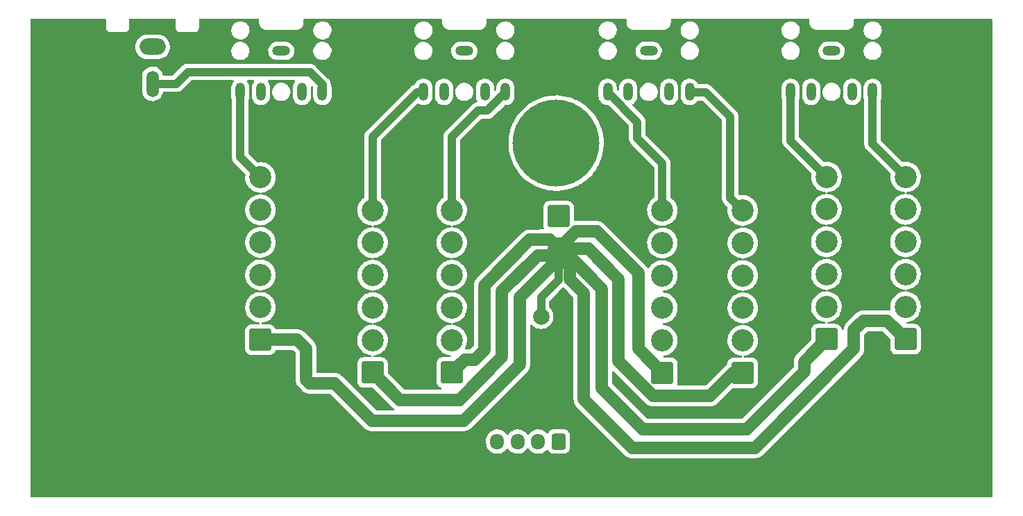
<source format=gbr>
%TF.GenerationSoftware,KiCad,Pcbnew,(6.0.8)*%
%TF.CreationDate,2022-10-25T18:18:37+09:00*%
%TF.ProjectId,amp-input,616d702d-696e-4707-9574-2e6b69636164,rev?*%
%TF.SameCoordinates,Original*%
%TF.FileFunction,Copper,L1,Top*%
%TF.FilePolarity,Positive*%
%FSLAX46Y46*%
G04 Gerber Fmt 4.6, Leading zero omitted, Abs format (unit mm)*
G04 Created by KiCad (PCBNEW (6.0.8)) date 2022-10-25 18:18:37*
%MOMM*%
%LPD*%
G01*
G04 APERTURE LIST*
G04 Aperture macros list*
%AMRoundRect*
0 Rectangle with rounded corners*
0 $1 Rounding radius*
0 $2 $3 $4 $5 $6 $7 $8 $9 X,Y pos of 4 corners*
0 Add a 4 corners polygon primitive as box body*
4,1,4,$2,$3,$4,$5,$6,$7,$8,$9,$2,$3,0*
0 Add four circle primitives for the rounded corners*
1,1,$1+$1,$2,$3*
1,1,$1+$1,$4,$5*
1,1,$1+$1,$6,$7*
1,1,$1+$1,$8,$9*
0 Add four rect primitives between the rounded corners*
20,1,$1+$1,$2,$3,$4,$5,0*
20,1,$1+$1,$4,$5,$6,$7,0*
20,1,$1+$1,$6,$7,$8,$9,0*
20,1,$1+$1,$8,$9,$2,$3,0*%
G04 Aperture macros list end*
%TA.AperFunction,ComponentPad*%
%ADD10RoundRect,0.250001X1.099999X-1.099999X1.099999X1.099999X-1.099999X1.099999X-1.099999X-1.099999X0*%
%TD*%
%TA.AperFunction,ComponentPad*%
%ADD11C,2.700000*%
%TD*%
%TA.AperFunction,ComponentPad*%
%ADD12RoundRect,0.250001X-1.099999X1.099999X-1.099999X-1.099999X1.099999X-1.099999X1.099999X1.099999X0*%
%TD*%
%TA.AperFunction,ComponentPad*%
%ADD13C,3.600000*%
%TD*%
%TA.AperFunction,ConnectorPad*%
%ADD14C,5.600000*%
%TD*%
%TA.AperFunction,ComponentPad*%
%ADD15C,0.900000*%
%TD*%
%TA.AperFunction,ComponentPad*%
%ADD16C,10.600000*%
%TD*%
%TA.AperFunction,ComponentPad*%
%ADD17O,1.200000X2.200000*%
%TD*%
%TA.AperFunction,ComponentPad*%
%ADD18O,2.200000X1.200000*%
%TD*%
%TA.AperFunction,ComponentPad*%
%ADD19RoundRect,0.250000X0.600000X0.725000X-0.600000X0.725000X-0.600000X-0.725000X0.600000X-0.725000X0*%
%TD*%
%TA.AperFunction,ComponentPad*%
%ADD20O,1.700000X1.950000*%
%TD*%
%TA.AperFunction,SMDPad,CuDef*%
%ADD21C,2.000000*%
%TD*%
%TA.AperFunction,ComponentPad*%
%ADD22O,1.500000X3.200000*%
%TD*%
%TA.AperFunction,ComponentPad*%
%ADD23O,3.200000X2.000000*%
%TD*%
%TA.AperFunction,ViaPad*%
%ADD24C,0.800000*%
%TD*%
%TA.AperFunction,Conductor*%
%ADD25C,1.000000*%
%TD*%
%TA.AperFunction,Conductor*%
%ADD26C,1.500000*%
%TD*%
G04 APERTURE END LIST*
D10*
%TO.P,J9,1,Pin_1*%
%TO.N,VBUS*%
X171066000Y-103388000D03*
D11*
%TO.P,J9,2,Pin_2*%
%TO.N,GNDA*%
X171066000Y-99428000D03*
%TO.P,J9,3,Pin_3*%
%TO.N,POWER_EN*%
X171066000Y-95468000D03*
%TO.P,J9,4,Pin_4*%
%TO.N,SND_EN*%
X171066000Y-91508000D03*
%TO.P,J9,5,Pin_5*%
%TO.N,GNDA*%
X171066000Y-87548000D03*
%TO.P,J9,6,Pin_6*%
%TO.N,RL+*%
X171066000Y-83588000D03*
%TD*%
D12*
%TO.P,J5,1,Pin_1*%
%TO.N,GNDA*%
X158398000Y-84295500D03*
D11*
%TO.P,J5,2,Pin_2*%
%TO.N,VBUS*%
X158398000Y-88255500D03*
%TD*%
D13*
%TO.P,H4,1,1*%
%TO.N,Earth_Clean*%
X206756000Y-112977000D03*
D14*
X206756000Y-112977000D03*
%TD*%
D13*
%TO.P,H3,1,1*%
%TO.N,Earth_Clean*%
X98704400Y-65227200D03*
D14*
X98704400Y-65227200D03*
%TD*%
D13*
%TO.P,H2,1,1*%
%TO.N,Earth_Clean*%
X206756000Y-65225000D03*
D14*
X206756000Y-65225000D03*
%TD*%
D15*
%TO.P,H1,1,1*%
%TO.N,GNDA*%
X158102000Y-79360000D03*
X162077000Y-75385000D03*
X154127000Y-75385000D03*
D16*
X158102000Y-75385000D03*
D15*
X155291251Y-72574251D03*
X160912749Y-72574251D03*
X158102000Y-71410000D03*
X155291251Y-78195749D03*
X160912749Y-78195749D03*
%TD*%
D17*
%TO.P,J3,R*%
%TO.N,SR+*%
X151911200Y-69139200D03*
%TO.P,J3,RN*%
%TO.N,GNDA*%
X149411200Y-69139200D03*
D18*
%TO.P,J3,S*%
X146911200Y-64139200D03*
D17*
%TO.P,J3,T*%
%TO.N,SL+*%
X141911200Y-69139200D03*
%TO.P,J3,TN*%
%TO.N,GNDA*%
X144411200Y-69139200D03*
%TD*%
D10*
%TO.P,J13,1,Pin_1*%
%TO.N,VBUS*%
X122034000Y-99353000D03*
D11*
%TO.P,J13,2,Pin_2*%
%TO.N,GNDA*%
X122034000Y-95393000D03*
%TO.P,J13,3,Pin_3*%
%TO.N,POWER_EN*%
X122034000Y-91433000D03*
%TO.P,J13,4,Pin_4*%
%TO.N,SND_EN*%
X122034000Y-87473000D03*
%TO.P,J13,5,Pin_5*%
%TO.N,GNDA*%
X122034000Y-83513000D03*
%TO.P,J13,6,Pin_6*%
%TO.N,C+*%
X122034000Y-79553000D03*
%TD*%
D17*
%TO.P,J1,R*%
%TO.N,FR+*%
X196716800Y-69139200D03*
%TO.P,J1,RN*%
%TO.N,GNDA*%
X194216800Y-69139200D03*
D18*
%TO.P,J1,S*%
X191716800Y-64139200D03*
D17*
%TO.P,J1,T*%
%TO.N,FL+*%
X186716800Y-69139200D03*
%TO.P,J1,TN*%
%TO.N,GNDA*%
X189216800Y-69139200D03*
%TD*%
%TO.P,J2,R*%
%TO.N,RR+*%
X174390200Y-69139200D03*
%TO.P,J2,RN*%
%TO.N,GNDA*%
X171890200Y-69139200D03*
D18*
%TO.P,J2,S*%
X169390200Y-64139200D03*
D17*
%TO.P,J2,T*%
%TO.N,RL+*%
X164390200Y-69139200D03*
%TO.P,J2,TN*%
%TO.N,GNDA*%
X166890200Y-69139200D03*
%TD*%
D10*
%TO.P,J12,1,Pin_1*%
%TO.N,VBUS*%
X135708000Y-103350500D03*
D11*
%TO.P,J12,2,Pin_2*%
%TO.N,GNDA*%
X135708000Y-99390500D03*
%TO.P,J12,3,Pin_3*%
%TO.N,POWER_EN*%
X135708000Y-95430500D03*
%TO.P,J12,4,Pin_4*%
%TO.N,SND_EN*%
X135708000Y-91470500D03*
%TO.P,J12,5,Pin_5*%
%TO.N,GNDA*%
X135708000Y-87510500D03*
%TO.P,J12,6,Pin_6*%
%TO.N,SL+*%
X135708000Y-83550500D03*
%TD*%
D13*
%TO.P,H5,1,1*%
%TO.N,Earth_Clean*%
X98704400Y-112979200D03*
D14*
X98704400Y-112979200D03*
%TD*%
D19*
%TO.P,J6,1,Pin_1*%
%TO.N,Net-(J6-Pad1)*%
X158416000Y-111760000D03*
D20*
%TO.P,J6,2,Pin_2*%
%TO.N,Net-(J6-Pad2)*%
X155916000Y-111760000D03*
%TO.P,J6,3,Pin_3*%
%TO.N,POWER_EN*%
X153416000Y-111760000D03*
%TO.P,J6,4,Pin_4*%
%TO.N,SND_EN*%
X150916000Y-111760000D03*
%TD*%
D10*
%TO.P,J11,1,Pin_1*%
%TO.N,VBUS*%
X145360000Y-103350500D03*
D11*
%TO.P,J11,2,Pin_2*%
%TO.N,GNDA*%
X145360000Y-99390500D03*
%TO.P,J11,3,Pin_3*%
%TO.N,POWER_EN*%
X145360000Y-95430500D03*
%TO.P,J11,4,Pin_4*%
%TO.N,SND_EN*%
X145360000Y-91470500D03*
%TO.P,J11,5,Pin_5*%
%TO.N,GNDA*%
X145360000Y-87510500D03*
%TO.P,J11,6,Pin_6*%
%TO.N,SR+*%
X145360000Y-83550500D03*
%TD*%
D10*
%TO.P,J10,1,Pin_1*%
%TO.N,VBUS*%
X180878000Y-103388000D03*
D11*
%TO.P,J10,2,Pin_2*%
%TO.N,GNDA*%
X180878000Y-99428000D03*
%TO.P,J10,3,Pin_3*%
%TO.N,POWER_EN*%
X180878000Y-95468000D03*
%TO.P,J10,4,Pin_4*%
%TO.N,SND_EN*%
X180878000Y-91508000D03*
%TO.P,J10,5,Pin_5*%
%TO.N,GNDA*%
X180878000Y-87548000D03*
%TO.P,J10,6,Pin_6*%
%TO.N,RR+*%
X180878000Y-83588000D03*
%TD*%
D21*
%TO.P,TP2,1,1*%
%TO.N,VBUS*%
X156260800Y-96520000D03*
%TD*%
D17*
%TO.P,J4,R*%
%TO.N,SW+*%
X129584600Y-69139200D03*
%TO.P,J4,RN*%
%TO.N,GNDA*%
X127084600Y-69139200D03*
D18*
%TO.P,J4,S*%
X124584600Y-64139200D03*
D17*
%TO.P,J4,T*%
%TO.N,C+*%
X119584600Y-69139200D03*
%TO.P,J4,TN*%
%TO.N,GNDA*%
X122084600Y-69139200D03*
%TD*%
D10*
%TO.P,J8,1,Pin_1*%
%TO.N,VBUS*%
X200732000Y-99286500D03*
D11*
%TO.P,J8,2,Pin_2*%
%TO.N,GNDA*%
X200732000Y-95326500D03*
%TO.P,J8,3,Pin_3*%
%TO.N,POWER_EN*%
X200732000Y-91366500D03*
%TO.P,J8,4,Pin_4*%
%TO.N,SND_EN*%
X200732000Y-87406500D03*
%TO.P,J8,5,Pin_5*%
%TO.N,GNDA*%
X200732000Y-83446500D03*
%TO.P,J8,6,Pin_6*%
%TO.N,FR+*%
X200732000Y-79486500D03*
%TD*%
D22*
%TO.P,J14,1,In*%
%TO.N,SW+*%
X108864400Y-68139200D03*
D23*
%TO.P,J14,2,Ext*%
%TO.N,GNDA*%
X108864400Y-63639200D03*
%TD*%
D10*
%TO.P,J7,1,Pin_1*%
%TO.N,VBUS*%
X191080000Y-99286500D03*
D11*
%TO.P,J7,2,Pin_2*%
%TO.N,GNDA*%
X191080000Y-95326500D03*
%TO.P,J7,3,Pin_3*%
%TO.N,POWER_EN*%
X191080000Y-91366500D03*
%TO.P,J7,4,Pin_4*%
%TO.N,SND_EN*%
X191080000Y-87406500D03*
%TO.P,J7,5,Pin_5*%
%TO.N,GNDA*%
X191080000Y-83446500D03*
%TO.P,J7,6,Pin_6*%
%TO.N,FL+*%
X191080000Y-79486500D03*
%TD*%
D24*
%TO.N,Earth_Clean*%
X124841000Y-101981000D03*
X141224000Y-98044000D03*
X175260000Y-98044000D03*
X174752000Y-74168000D03*
X158877000Y-95173800D03*
X192532000Y-74168000D03*
X175768000Y-108077000D03*
X128651000Y-109601000D03*
X196088000Y-93980000D03*
X183134000Y-74930000D03*
X128524000Y-82804000D03*
X130048000Y-96012000D03*
X184404000Y-98044000D03*
X153416000Y-107188000D03*
X162407600Y-111963200D03*
X147828000Y-78232000D03*
X197104000Y-100076000D03*
X139192000Y-80772000D03*
%TD*%
D25*
%TO.N,FR+*%
X196710000Y-75464500D02*
X200732000Y-79486500D01*
X196710000Y-75464500D02*
X196716800Y-75457700D01*
X196716800Y-75457700D02*
X196716800Y-69139200D01*
%TO.N,FL+*%
X186710000Y-69209000D02*
X186710000Y-75116500D01*
X186710000Y-75116500D02*
X191080000Y-79486500D01*
%TO.N,RR+*%
X179328000Y-72140000D02*
X179328000Y-82038000D01*
X176397000Y-69209000D02*
X179328000Y-72140000D01*
X179328000Y-82038000D02*
X180878000Y-83588000D01*
X174394691Y-69209000D02*
X176397000Y-69209000D01*
%TO.N,RL+*%
X167988846Y-74770846D02*
X167988846Y-72803154D01*
X171066000Y-77848000D02*
X171066000Y-83588000D01*
X171066000Y-77848000D02*
X167988846Y-74770846D01*
X164394691Y-69209000D02*
X167988846Y-72803154D01*
%TO.N,SR+*%
X145360000Y-74604000D02*
X148556000Y-71408000D01*
X151926000Y-69209000D02*
X149727000Y-71408000D01*
X149727000Y-71408000D02*
X148556000Y-71408000D01*
X145360000Y-83550500D02*
X145360000Y-74604000D01*
%TO.N,SL+*%
X135708000Y-83550500D02*
X135708000Y-74604000D01*
X141103000Y-69209000D02*
X141926000Y-69209000D01*
X135708000Y-74604000D02*
X141103000Y-69209000D01*
%TO.N,SW+*%
X113182400Y-66700400D02*
X128066800Y-66700400D01*
X128066800Y-66700400D02*
X129587000Y-68220600D01*
X111743600Y-68139200D02*
X113182400Y-66700400D01*
X108864400Y-68139200D02*
X111743600Y-68139200D01*
X129587000Y-68220600D02*
X129587000Y-69146200D01*
%TO.N,C+*%
X120237000Y-77756000D02*
X119584600Y-77103600D01*
X119574000Y-69169000D02*
X119574000Y-77093000D01*
X119584600Y-77103600D02*
X119584600Y-69139200D01*
X119574000Y-77093000D02*
X120237000Y-77756000D01*
X120237000Y-77756000D02*
X122034000Y-79553000D01*
D26*
%TO.N,VBUS*%
X157315300Y-87172800D02*
X158398000Y-88255500D01*
X163690000Y-93128800D02*
X160001200Y-89440000D01*
X168148000Y-91236800D02*
X168148000Y-100470000D01*
X179695000Y-103388000D02*
X176891000Y-106192000D01*
X198473500Y-97028000D02*
X195580000Y-97028000D01*
X169920000Y-106192000D02*
X165722000Y-101994000D01*
X158398000Y-89059000D02*
X155858000Y-89059000D01*
X156108400Y-87172800D02*
X157315300Y-87172800D01*
X168148000Y-100470000D02*
X171066000Y-103388000D01*
X200732000Y-99286500D02*
X198473500Y-97028000D01*
X163690000Y-93611400D02*
X163690000Y-105270000D01*
X158398000Y-88255500D02*
X160525050Y-86128450D01*
X146961250Y-101749250D02*
X148186750Y-101749250D01*
X168656000Y-110236000D02*
X181356000Y-110236000D01*
X148186750Y-101749250D02*
X149352000Y-100584000D01*
X126531000Y-99353000D02*
X122034000Y-99353000D01*
X163039650Y-86128450D02*
X168148000Y-91236800D01*
X165722000Y-101994000D02*
X165722000Y-91960400D01*
X180878000Y-103388000D02*
X179695000Y-103388000D01*
X182372000Y-112522000D02*
X167386000Y-112522000D01*
X159791400Y-91948000D02*
X159791400Y-90452400D01*
X194437000Y-100457000D02*
X182372000Y-112522000D01*
X161493200Y-106629200D02*
X161493200Y-93649800D01*
X161493200Y-93649800D02*
X159791400Y-91948000D01*
D25*
X157619700Y-92824300D02*
X158398000Y-92046000D01*
D26*
X163690000Y-105270000D02*
X168656000Y-110236000D01*
X167386000Y-112522000D02*
X161493200Y-106629200D01*
X127588000Y-104220000D02*
X127588000Y-100410000D01*
X162017100Y-88255500D02*
X158398000Y-88255500D01*
X158398000Y-88255500D02*
X159880700Y-89738200D01*
X156106200Y-87175000D02*
X156108400Y-87172800D01*
X131064000Y-104648000D02*
X128016000Y-104648000D01*
X194437000Y-98171000D02*
X194437000Y-100457000D01*
X146304000Y-106680000D02*
X139037500Y-106680000D01*
X151498000Y-101486000D02*
X146304000Y-106680000D01*
X146812000Y-109220000D02*
X135636000Y-109220000D01*
X153657000Y-102375000D02*
X146812000Y-109220000D01*
X127588000Y-100410000D02*
X126531000Y-99353000D01*
X195580000Y-97028000D02*
X194437000Y-98171000D01*
X165722000Y-91960400D02*
X162017100Y-88255500D01*
X159791400Y-90452400D02*
X158398000Y-89059000D01*
D25*
X156260800Y-94183200D02*
X156260800Y-96520000D01*
D26*
X158398000Y-89440000D02*
X153657000Y-94181000D01*
D25*
X157619700Y-92824300D02*
X156260800Y-94183200D01*
D26*
X163690000Y-93611400D02*
X163690000Y-93128800D01*
X145360000Y-103350500D02*
X146961250Y-101749250D01*
X154887000Y-87175000D02*
X156106200Y-87175000D01*
X149352000Y-92710000D02*
X154887000Y-87175000D01*
X135636000Y-109220000D02*
X131064000Y-104648000D01*
D25*
X156718000Y-93726000D02*
X157619700Y-92824300D01*
D26*
X160001200Y-89440000D02*
X158398000Y-89440000D01*
X160525050Y-86128450D02*
X163039650Y-86128450D01*
X139037500Y-106680000D02*
X135708000Y-103350500D01*
X176891000Y-106192000D02*
X169920000Y-106192000D01*
X153657000Y-94181000D02*
X153657000Y-102375000D01*
X151498000Y-93419000D02*
X151498000Y-101486000D01*
X149352000Y-100584000D02*
X149352000Y-92710000D01*
X188363250Y-102003250D02*
X191080000Y-99286500D01*
D25*
X158398000Y-92046000D02*
X158398000Y-88255500D01*
D26*
X128016000Y-104648000D02*
X127588000Y-104220000D01*
X181356000Y-110236000D02*
X188363250Y-103228750D01*
X188363250Y-103228750D02*
X188363250Y-102003250D01*
X155858000Y-89059000D02*
X151498000Y-93419000D01*
%TD*%
%TA.AperFunction,Conductor*%
%TO.N,Earth_Clean*%
G36*
X103148021Y-60218002D02*
G01*
X103194514Y-60271658D01*
X103205900Y-60324000D01*
X103205900Y-61330577D01*
X103205898Y-61331347D01*
X103205424Y-61408921D01*
X103207891Y-61417552D01*
X103213550Y-61437353D01*
X103217128Y-61454115D01*
X103221320Y-61483387D01*
X103225034Y-61491555D01*
X103225034Y-61491556D01*
X103231948Y-61506762D01*
X103238396Y-61524286D01*
X103245451Y-61548971D01*
X103250243Y-61556565D01*
X103250244Y-61556568D01*
X103261230Y-61573980D01*
X103269369Y-61589063D01*
X103281608Y-61615982D01*
X103287469Y-61622784D01*
X103298370Y-61635435D01*
X103309473Y-61650439D01*
X103323176Y-61672158D01*
X103329901Y-61678097D01*
X103329904Y-61678101D01*
X103345338Y-61691732D01*
X103357382Y-61703924D01*
X103370827Y-61719527D01*
X103370830Y-61719529D01*
X103376687Y-61726327D01*
X103384216Y-61731207D01*
X103384217Y-61731208D01*
X103398235Y-61740294D01*
X103413109Y-61751585D01*
X103425617Y-61762631D01*
X103432351Y-61768578D01*
X103459111Y-61781142D01*
X103474091Y-61789463D01*
X103491383Y-61800671D01*
X103491388Y-61800673D01*
X103498915Y-61805552D01*
X103507508Y-61808122D01*
X103507513Y-61808124D01*
X103523520Y-61812911D01*
X103540964Y-61819572D01*
X103556076Y-61826667D01*
X103556078Y-61826668D01*
X103564200Y-61830481D01*
X103573067Y-61831862D01*
X103573068Y-61831862D01*
X103575753Y-61832280D01*
X103593417Y-61835030D01*
X103610132Y-61838813D01*
X103629866Y-61844715D01*
X103629872Y-61844716D01*
X103638466Y-61847286D01*
X103647437Y-61847341D01*
X103647438Y-61847341D01*
X103657497Y-61847402D01*
X103672906Y-61847496D01*
X103673689Y-61847529D01*
X103674786Y-61847700D01*
X103705777Y-61847700D01*
X103706547Y-61847702D01*
X103780185Y-61848152D01*
X103780186Y-61848152D01*
X103784121Y-61848176D01*
X103785465Y-61847792D01*
X103786810Y-61847700D01*
X105505777Y-61847700D01*
X105506548Y-61847702D01*
X105584121Y-61848176D01*
X105612552Y-61840050D01*
X105629315Y-61836472D01*
X105630153Y-61836352D01*
X105658587Y-61832280D01*
X105681964Y-61821651D01*
X105699487Y-61815204D01*
X105724171Y-61808149D01*
X105731765Y-61803357D01*
X105731768Y-61803356D01*
X105749180Y-61792370D01*
X105764265Y-61784230D01*
X105791182Y-61771992D01*
X105810635Y-61755230D01*
X105825639Y-61744127D01*
X105847358Y-61730424D01*
X105853297Y-61723699D01*
X105853301Y-61723696D01*
X105866932Y-61708262D01*
X105879124Y-61696218D01*
X105894727Y-61682773D01*
X105894729Y-61682770D01*
X105901527Y-61676913D01*
X105915494Y-61655365D01*
X105926785Y-61640491D01*
X105937831Y-61627983D01*
X105937832Y-61627982D01*
X105943778Y-61621249D01*
X105956343Y-61594487D01*
X105964663Y-61579509D01*
X105975871Y-61562217D01*
X105975873Y-61562212D01*
X105980752Y-61554685D01*
X105983322Y-61546092D01*
X105983324Y-61546087D01*
X105988111Y-61530080D01*
X105994772Y-61512636D01*
X106001867Y-61497524D01*
X106001868Y-61497522D01*
X106005681Y-61489400D01*
X106010230Y-61460183D01*
X106014013Y-61443468D01*
X106019915Y-61423734D01*
X106019916Y-61423728D01*
X106022486Y-61415134D01*
X106022696Y-61380694D01*
X106022729Y-61379911D01*
X106022900Y-61378814D01*
X106022900Y-61347823D01*
X106022902Y-61347053D01*
X106023352Y-61273415D01*
X106023352Y-61273414D01*
X106023376Y-61269479D01*
X106022992Y-61268135D01*
X106022900Y-61266790D01*
X106022900Y-60324000D01*
X106042902Y-60255879D01*
X106096558Y-60209386D01*
X106148900Y-60198000D01*
X111579900Y-60198000D01*
X111648021Y-60218002D01*
X111694514Y-60271658D01*
X111705900Y-60324000D01*
X111705900Y-61330577D01*
X111705898Y-61331347D01*
X111705424Y-61408921D01*
X111707891Y-61417552D01*
X111713550Y-61437353D01*
X111717128Y-61454115D01*
X111721320Y-61483387D01*
X111725034Y-61491555D01*
X111725034Y-61491556D01*
X111731948Y-61506762D01*
X111738396Y-61524286D01*
X111745451Y-61548971D01*
X111750243Y-61556565D01*
X111750244Y-61556568D01*
X111761230Y-61573980D01*
X111769369Y-61589063D01*
X111781608Y-61615982D01*
X111787469Y-61622784D01*
X111798370Y-61635435D01*
X111809473Y-61650439D01*
X111823176Y-61672158D01*
X111829901Y-61678097D01*
X111829904Y-61678101D01*
X111845338Y-61691732D01*
X111857382Y-61703924D01*
X111870827Y-61719527D01*
X111870830Y-61719529D01*
X111876687Y-61726327D01*
X111884216Y-61731207D01*
X111884217Y-61731208D01*
X111898235Y-61740294D01*
X111913109Y-61751585D01*
X111925617Y-61762631D01*
X111932351Y-61768578D01*
X111959111Y-61781142D01*
X111974091Y-61789463D01*
X111991383Y-61800671D01*
X111991388Y-61800673D01*
X111998915Y-61805552D01*
X112007508Y-61808122D01*
X112007513Y-61808124D01*
X112023520Y-61812911D01*
X112040964Y-61819572D01*
X112056076Y-61826667D01*
X112056078Y-61826668D01*
X112064200Y-61830481D01*
X112073067Y-61831862D01*
X112073068Y-61831862D01*
X112075753Y-61832280D01*
X112093417Y-61835030D01*
X112110132Y-61838813D01*
X112129866Y-61844715D01*
X112129872Y-61844716D01*
X112138466Y-61847286D01*
X112147437Y-61847341D01*
X112147438Y-61847341D01*
X112157497Y-61847402D01*
X112172906Y-61847496D01*
X112173689Y-61847529D01*
X112174786Y-61847700D01*
X112205777Y-61847700D01*
X112206547Y-61847702D01*
X112280185Y-61848152D01*
X112280186Y-61848152D01*
X112284121Y-61848176D01*
X112285465Y-61847792D01*
X112286810Y-61847700D01*
X114005777Y-61847700D01*
X114006548Y-61847702D01*
X114084121Y-61848176D01*
X114112552Y-61840050D01*
X114129315Y-61836472D01*
X114130153Y-61836352D01*
X114158587Y-61832280D01*
X114181964Y-61821651D01*
X114199487Y-61815204D01*
X114224171Y-61808149D01*
X114231765Y-61803357D01*
X114231768Y-61803356D01*
X114249180Y-61792370D01*
X114264265Y-61784230D01*
X114291182Y-61771992D01*
X114310635Y-61755230D01*
X114325639Y-61744127D01*
X114347358Y-61730424D01*
X114353297Y-61723699D01*
X114353301Y-61723696D01*
X114366932Y-61708262D01*
X114379124Y-61696218D01*
X114394727Y-61682773D01*
X114394729Y-61682770D01*
X114401527Y-61676913D01*
X114415494Y-61655365D01*
X114426785Y-61640491D01*
X114437831Y-61627983D01*
X114437832Y-61627982D01*
X114443778Y-61621249D01*
X114456343Y-61594487D01*
X114461722Y-61584804D01*
X118472387Y-61584804D01*
X118482167Y-61796099D01*
X118483571Y-61801924D01*
X118483571Y-61801925D01*
X118494718Y-61848176D01*
X118531725Y-62001734D01*
X118534207Y-62007192D01*
X118534208Y-62007196D01*
X118577653Y-62102746D01*
X118619274Y-62194287D01*
X118741654Y-62366811D01*
X118894450Y-62513081D01*
X119072148Y-62627820D01*
X119077714Y-62630063D01*
X119262768Y-62704642D01*
X119262771Y-62704643D01*
X119268337Y-62706886D01*
X119475937Y-62747428D01*
X119481499Y-62747700D01*
X119637446Y-62747700D01*
X119795166Y-62732652D01*
X119998134Y-62673108D01*
X120081711Y-62630063D01*
X120180849Y-62579004D01*
X120180852Y-62579002D01*
X120186180Y-62576258D01*
X120352520Y-62445596D01*
X120356452Y-62441065D01*
X120356455Y-62441062D01*
X120487221Y-62290367D01*
X120491152Y-62285837D01*
X120494152Y-62280651D01*
X120494155Y-62280647D01*
X120594067Y-62107942D01*
X120597073Y-62102746D01*
X120666461Y-61902929D01*
X120674400Y-61848176D01*
X120695952Y-61699536D01*
X120695952Y-61699533D01*
X120696813Y-61693596D01*
X120691777Y-61584804D01*
X128472387Y-61584804D01*
X128482167Y-61796099D01*
X128483571Y-61801924D01*
X128483571Y-61801925D01*
X128494718Y-61848176D01*
X128531725Y-62001734D01*
X128534207Y-62007192D01*
X128534208Y-62007196D01*
X128577653Y-62102746D01*
X128619274Y-62194287D01*
X128741654Y-62366811D01*
X128894450Y-62513081D01*
X129072148Y-62627820D01*
X129077714Y-62630063D01*
X129262768Y-62704642D01*
X129262771Y-62704643D01*
X129268337Y-62706886D01*
X129475937Y-62747428D01*
X129481499Y-62747700D01*
X129637446Y-62747700D01*
X129795166Y-62732652D01*
X129998134Y-62673108D01*
X130081711Y-62630063D01*
X130180849Y-62579004D01*
X130180852Y-62579002D01*
X130186180Y-62576258D01*
X130352520Y-62445596D01*
X130356452Y-62441065D01*
X130356455Y-62441062D01*
X130487221Y-62290367D01*
X130491152Y-62285837D01*
X130494152Y-62280651D01*
X130494155Y-62280647D01*
X130594067Y-62107942D01*
X130597073Y-62102746D01*
X130666461Y-61902929D01*
X130674400Y-61848176D01*
X130695952Y-61699536D01*
X130695952Y-61699533D01*
X130696813Y-61693596D01*
X130691777Y-61584804D01*
X140798987Y-61584804D01*
X140808767Y-61796099D01*
X140810171Y-61801924D01*
X140810171Y-61801925D01*
X140821318Y-61848176D01*
X140858325Y-62001734D01*
X140860807Y-62007192D01*
X140860808Y-62007196D01*
X140904253Y-62102746D01*
X140945874Y-62194287D01*
X141068254Y-62366811D01*
X141221050Y-62513081D01*
X141398748Y-62627820D01*
X141404314Y-62630063D01*
X141589368Y-62704642D01*
X141589371Y-62704643D01*
X141594937Y-62706886D01*
X141802537Y-62747428D01*
X141808099Y-62747700D01*
X141964046Y-62747700D01*
X142121766Y-62732652D01*
X142324734Y-62673108D01*
X142408311Y-62630063D01*
X142507449Y-62579004D01*
X142507452Y-62579002D01*
X142512780Y-62576258D01*
X142679120Y-62445596D01*
X142683052Y-62441065D01*
X142683055Y-62441062D01*
X142813821Y-62290367D01*
X142817752Y-62285837D01*
X142820752Y-62280651D01*
X142820755Y-62280647D01*
X142920667Y-62107942D01*
X142923673Y-62102746D01*
X142993061Y-61902929D01*
X143001000Y-61848176D01*
X143022552Y-61699536D01*
X143022552Y-61699533D01*
X143023413Y-61693596D01*
X143018377Y-61584804D01*
X150798987Y-61584804D01*
X150808767Y-61796099D01*
X150810171Y-61801924D01*
X150810171Y-61801925D01*
X150821318Y-61848176D01*
X150858325Y-62001734D01*
X150860807Y-62007192D01*
X150860808Y-62007196D01*
X150904253Y-62102746D01*
X150945874Y-62194287D01*
X151068254Y-62366811D01*
X151221050Y-62513081D01*
X151398748Y-62627820D01*
X151404314Y-62630063D01*
X151589368Y-62704642D01*
X151589371Y-62704643D01*
X151594937Y-62706886D01*
X151802537Y-62747428D01*
X151808099Y-62747700D01*
X151964046Y-62747700D01*
X152121766Y-62732652D01*
X152324734Y-62673108D01*
X152408311Y-62630063D01*
X152507449Y-62579004D01*
X152507452Y-62579002D01*
X152512780Y-62576258D01*
X152679120Y-62445596D01*
X152683052Y-62441065D01*
X152683055Y-62441062D01*
X152813821Y-62290367D01*
X152817752Y-62285837D01*
X152820752Y-62280651D01*
X152820755Y-62280647D01*
X152920667Y-62107942D01*
X152923673Y-62102746D01*
X152993061Y-61902929D01*
X153001000Y-61848176D01*
X153022552Y-61699536D01*
X153022552Y-61699533D01*
X153023413Y-61693596D01*
X153018377Y-61584804D01*
X163277987Y-61584804D01*
X163287767Y-61796099D01*
X163289171Y-61801924D01*
X163289171Y-61801925D01*
X163300318Y-61848176D01*
X163337325Y-62001734D01*
X163339807Y-62007192D01*
X163339808Y-62007196D01*
X163383253Y-62102746D01*
X163424874Y-62194287D01*
X163547254Y-62366811D01*
X163700050Y-62513081D01*
X163877748Y-62627820D01*
X163883314Y-62630063D01*
X164068368Y-62704642D01*
X164068371Y-62704643D01*
X164073937Y-62706886D01*
X164281537Y-62747428D01*
X164287099Y-62747700D01*
X164443046Y-62747700D01*
X164600766Y-62732652D01*
X164803734Y-62673108D01*
X164887311Y-62630063D01*
X164986449Y-62579004D01*
X164986452Y-62579002D01*
X164991780Y-62576258D01*
X165158120Y-62445596D01*
X165162052Y-62441065D01*
X165162055Y-62441062D01*
X165292821Y-62290367D01*
X165296752Y-62285837D01*
X165299752Y-62280651D01*
X165299755Y-62280647D01*
X165399667Y-62107942D01*
X165402673Y-62102746D01*
X165472061Y-61902929D01*
X165480000Y-61848176D01*
X165501552Y-61699536D01*
X165501552Y-61699533D01*
X165502413Y-61693596D01*
X165497377Y-61584804D01*
X173277987Y-61584804D01*
X173287767Y-61796099D01*
X173289171Y-61801924D01*
X173289171Y-61801925D01*
X173300318Y-61848176D01*
X173337325Y-62001734D01*
X173339807Y-62007192D01*
X173339808Y-62007196D01*
X173383253Y-62102746D01*
X173424874Y-62194287D01*
X173547254Y-62366811D01*
X173700050Y-62513081D01*
X173877748Y-62627820D01*
X173883314Y-62630063D01*
X174068368Y-62704642D01*
X174068371Y-62704643D01*
X174073937Y-62706886D01*
X174281537Y-62747428D01*
X174287099Y-62747700D01*
X174443046Y-62747700D01*
X174600766Y-62732652D01*
X174803734Y-62673108D01*
X174887311Y-62630063D01*
X174986449Y-62579004D01*
X174986452Y-62579002D01*
X174991780Y-62576258D01*
X175158120Y-62445596D01*
X175162052Y-62441065D01*
X175162055Y-62441062D01*
X175292821Y-62290367D01*
X175296752Y-62285837D01*
X175299752Y-62280651D01*
X175299755Y-62280647D01*
X175399667Y-62107942D01*
X175402673Y-62102746D01*
X175472061Y-61902929D01*
X175480000Y-61848176D01*
X175501552Y-61699536D01*
X175501552Y-61699533D01*
X175502413Y-61693596D01*
X175497377Y-61584804D01*
X185604587Y-61584804D01*
X185614367Y-61796099D01*
X185615771Y-61801924D01*
X185615771Y-61801925D01*
X185626918Y-61848176D01*
X185663925Y-62001734D01*
X185666407Y-62007192D01*
X185666408Y-62007196D01*
X185709853Y-62102746D01*
X185751474Y-62194287D01*
X185873854Y-62366811D01*
X186026650Y-62513081D01*
X186204348Y-62627820D01*
X186209914Y-62630063D01*
X186394968Y-62704642D01*
X186394971Y-62704643D01*
X186400537Y-62706886D01*
X186608137Y-62747428D01*
X186613699Y-62747700D01*
X186769646Y-62747700D01*
X186927366Y-62732652D01*
X187130334Y-62673108D01*
X187213911Y-62630063D01*
X187313049Y-62579004D01*
X187313052Y-62579002D01*
X187318380Y-62576258D01*
X187484720Y-62445596D01*
X187488652Y-62441065D01*
X187488655Y-62441062D01*
X187619421Y-62290367D01*
X187623352Y-62285837D01*
X187626352Y-62280651D01*
X187626355Y-62280647D01*
X187726267Y-62107942D01*
X187729273Y-62102746D01*
X187798661Y-61902929D01*
X187806600Y-61848176D01*
X187828152Y-61699536D01*
X187828152Y-61699533D01*
X187829013Y-61693596D01*
X187823977Y-61584804D01*
X195604587Y-61584804D01*
X195614367Y-61796099D01*
X195615771Y-61801924D01*
X195615771Y-61801925D01*
X195626918Y-61848176D01*
X195663925Y-62001734D01*
X195666407Y-62007192D01*
X195666408Y-62007196D01*
X195709853Y-62102746D01*
X195751474Y-62194287D01*
X195873854Y-62366811D01*
X196026650Y-62513081D01*
X196204348Y-62627820D01*
X196209914Y-62630063D01*
X196394968Y-62704642D01*
X196394971Y-62704643D01*
X196400537Y-62706886D01*
X196608137Y-62747428D01*
X196613699Y-62747700D01*
X196769646Y-62747700D01*
X196927366Y-62732652D01*
X197130334Y-62673108D01*
X197213911Y-62630063D01*
X197313049Y-62579004D01*
X197313052Y-62579002D01*
X197318380Y-62576258D01*
X197484720Y-62445596D01*
X197488652Y-62441065D01*
X197488655Y-62441062D01*
X197619421Y-62290367D01*
X197623352Y-62285837D01*
X197626352Y-62280651D01*
X197626355Y-62280647D01*
X197726267Y-62107942D01*
X197729273Y-62102746D01*
X197798661Y-61902929D01*
X197806600Y-61848176D01*
X197828152Y-61699536D01*
X197828152Y-61699533D01*
X197829013Y-61693596D01*
X197819233Y-61482301D01*
X197769675Y-61276666D01*
X197766408Y-61269479D01*
X197684606Y-61089568D01*
X197682126Y-61084113D01*
X197559746Y-60911589D01*
X197406950Y-60765319D01*
X197229252Y-60650580D01*
X197126619Y-60609218D01*
X197038632Y-60573758D01*
X197038629Y-60573757D01*
X197033063Y-60571514D01*
X196825463Y-60530972D01*
X196819901Y-60530700D01*
X196663954Y-60530700D01*
X196506234Y-60545748D01*
X196303266Y-60605292D01*
X196297939Y-60608036D01*
X196297938Y-60608036D01*
X196120551Y-60699396D01*
X196120548Y-60699398D01*
X196115220Y-60702142D01*
X195948880Y-60832804D01*
X195944948Y-60837335D01*
X195944945Y-60837338D01*
X195876274Y-60916475D01*
X195810248Y-60992563D01*
X195807248Y-60997749D01*
X195807245Y-60997753D01*
X195760112Y-61079226D01*
X195704327Y-61175654D01*
X195634939Y-61375471D01*
X195634078Y-61381406D01*
X195634078Y-61381408D01*
X195609209Y-61552929D01*
X195604587Y-61584804D01*
X187823977Y-61584804D01*
X187819233Y-61482301D01*
X187769675Y-61276666D01*
X187766408Y-61269479D01*
X187684606Y-61089568D01*
X187682126Y-61084113D01*
X187559746Y-60911589D01*
X187406950Y-60765319D01*
X187229252Y-60650580D01*
X187126619Y-60609218D01*
X187038632Y-60573758D01*
X187038629Y-60573757D01*
X187033063Y-60571514D01*
X186825463Y-60530972D01*
X186819901Y-60530700D01*
X186663954Y-60530700D01*
X186506234Y-60545748D01*
X186303266Y-60605292D01*
X186297939Y-60608036D01*
X186297938Y-60608036D01*
X186120551Y-60699396D01*
X186120548Y-60699398D01*
X186115220Y-60702142D01*
X185948880Y-60832804D01*
X185944948Y-60837335D01*
X185944945Y-60837338D01*
X185876274Y-60916475D01*
X185810248Y-60992563D01*
X185807248Y-60997749D01*
X185807245Y-60997753D01*
X185760112Y-61079226D01*
X185704327Y-61175654D01*
X185634939Y-61375471D01*
X185634078Y-61381406D01*
X185634078Y-61381408D01*
X185609209Y-61552929D01*
X185604587Y-61584804D01*
X175497377Y-61584804D01*
X175492633Y-61482301D01*
X175443075Y-61276666D01*
X175439808Y-61269479D01*
X175358006Y-61089568D01*
X175355526Y-61084113D01*
X175233146Y-60911589D01*
X175080350Y-60765319D01*
X174902652Y-60650580D01*
X174800019Y-60609218D01*
X174712032Y-60573758D01*
X174712029Y-60573757D01*
X174706463Y-60571514D01*
X174498863Y-60530972D01*
X174493301Y-60530700D01*
X174337354Y-60530700D01*
X174179634Y-60545748D01*
X173976666Y-60605292D01*
X173971339Y-60608036D01*
X173971338Y-60608036D01*
X173793951Y-60699396D01*
X173793948Y-60699398D01*
X173788620Y-60702142D01*
X173622280Y-60832804D01*
X173618348Y-60837335D01*
X173618345Y-60837338D01*
X173549674Y-60916475D01*
X173483648Y-60992563D01*
X173480648Y-60997749D01*
X173480645Y-60997753D01*
X173433512Y-61079226D01*
X173377727Y-61175654D01*
X173308339Y-61375471D01*
X173307478Y-61381406D01*
X173307478Y-61381408D01*
X173282609Y-61552929D01*
X173277987Y-61584804D01*
X165497377Y-61584804D01*
X165492633Y-61482301D01*
X165443075Y-61276666D01*
X165439808Y-61269479D01*
X165358006Y-61089568D01*
X165355526Y-61084113D01*
X165233146Y-60911589D01*
X165080350Y-60765319D01*
X164902652Y-60650580D01*
X164800019Y-60609218D01*
X164712032Y-60573758D01*
X164712029Y-60573757D01*
X164706463Y-60571514D01*
X164498863Y-60530972D01*
X164493301Y-60530700D01*
X164337354Y-60530700D01*
X164179634Y-60545748D01*
X163976666Y-60605292D01*
X163971339Y-60608036D01*
X163971338Y-60608036D01*
X163793951Y-60699396D01*
X163793948Y-60699398D01*
X163788620Y-60702142D01*
X163622280Y-60832804D01*
X163618348Y-60837335D01*
X163618345Y-60837338D01*
X163549674Y-60916475D01*
X163483648Y-60992563D01*
X163480648Y-60997749D01*
X163480645Y-60997753D01*
X163433512Y-61079226D01*
X163377727Y-61175654D01*
X163308339Y-61375471D01*
X163307478Y-61381406D01*
X163307478Y-61381408D01*
X163282609Y-61552929D01*
X163277987Y-61584804D01*
X153018377Y-61584804D01*
X153013633Y-61482301D01*
X152964075Y-61276666D01*
X152960808Y-61269479D01*
X152879006Y-61089568D01*
X152876526Y-61084113D01*
X152754146Y-60911589D01*
X152601350Y-60765319D01*
X152423652Y-60650580D01*
X152321019Y-60609218D01*
X152233032Y-60573758D01*
X152233029Y-60573757D01*
X152227463Y-60571514D01*
X152019863Y-60530972D01*
X152014301Y-60530700D01*
X151858354Y-60530700D01*
X151700634Y-60545748D01*
X151497666Y-60605292D01*
X151492339Y-60608036D01*
X151492338Y-60608036D01*
X151314951Y-60699396D01*
X151314948Y-60699398D01*
X151309620Y-60702142D01*
X151143280Y-60832804D01*
X151139348Y-60837335D01*
X151139345Y-60837338D01*
X151070674Y-60916475D01*
X151004648Y-60992563D01*
X151001648Y-60997749D01*
X151001645Y-60997753D01*
X150954512Y-61079226D01*
X150898727Y-61175654D01*
X150829339Y-61375471D01*
X150828478Y-61381406D01*
X150828478Y-61381408D01*
X150803609Y-61552929D01*
X150798987Y-61584804D01*
X143018377Y-61584804D01*
X143013633Y-61482301D01*
X142964075Y-61276666D01*
X142960808Y-61269479D01*
X142879006Y-61089568D01*
X142876526Y-61084113D01*
X142754146Y-60911589D01*
X142601350Y-60765319D01*
X142423652Y-60650580D01*
X142321019Y-60609218D01*
X142233032Y-60573758D01*
X142233029Y-60573757D01*
X142227463Y-60571514D01*
X142019863Y-60530972D01*
X142014301Y-60530700D01*
X141858354Y-60530700D01*
X141700634Y-60545748D01*
X141497666Y-60605292D01*
X141492339Y-60608036D01*
X141492338Y-60608036D01*
X141314951Y-60699396D01*
X141314948Y-60699398D01*
X141309620Y-60702142D01*
X141143280Y-60832804D01*
X141139348Y-60837335D01*
X141139345Y-60837338D01*
X141070674Y-60916475D01*
X141004648Y-60992563D01*
X141001648Y-60997749D01*
X141001645Y-60997753D01*
X140954512Y-61079226D01*
X140898727Y-61175654D01*
X140829339Y-61375471D01*
X140828478Y-61381406D01*
X140828478Y-61381408D01*
X140803609Y-61552929D01*
X140798987Y-61584804D01*
X130691777Y-61584804D01*
X130687033Y-61482301D01*
X130637475Y-61276666D01*
X130634208Y-61269479D01*
X130552406Y-61089568D01*
X130549926Y-61084113D01*
X130427546Y-60911589D01*
X130274750Y-60765319D01*
X130097052Y-60650580D01*
X129994419Y-60609218D01*
X129906432Y-60573758D01*
X129906429Y-60573757D01*
X129900863Y-60571514D01*
X129693263Y-60530972D01*
X129687701Y-60530700D01*
X129531754Y-60530700D01*
X129374034Y-60545748D01*
X129171066Y-60605292D01*
X129165739Y-60608036D01*
X129165738Y-60608036D01*
X128988351Y-60699396D01*
X128988348Y-60699398D01*
X128983020Y-60702142D01*
X128816680Y-60832804D01*
X128812748Y-60837335D01*
X128812745Y-60837338D01*
X128744074Y-60916475D01*
X128678048Y-60992563D01*
X128675048Y-60997749D01*
X128675045Y-60997753D01*
X128627912Y-61079226D01*
X128572127Y-61175654D01*
X128502739Y-61375471D01*
X128501878Y-61381406D01*
X128501878Y-61381408D01*
X128477009Y-61552929D01*
X128472387Y-61584804D01*
X120691777Y-61584804D01*
X120687033Y-61482301D01*
X120637475Y-61276666D01*
X120634208Y-61269479D01*
X120552406Y-61089568D01*
X120549926Y-61084113D01*
X120427546Y-60911589D01*
X120274750Y-60765319D01*
X120097052Y-60650580D01*
X119994419Y-60609218D01*
X119906432Y-60573758D01*
X119906429Y-60573757D01*
X119900863Y-60571514D01*
X119693263Y-60530972D01*
X119687701Y-60530700D01*
X119531754Y-60530700D01*
X119374034Y-60545748D01*
X119171066Y-60605292D01*
X119165739Y-60608036D01*
X119165738Y-60608036D01*
X118988351Y-60699396D01*
X118988348Y-60699398D01*
X118983020Y-60702142D01*
X118816680Y-60832804D01*
X118812748Y-60837335D01*
X118812745Y-60837338D01*
X118744074Y-60916475D01*
X118678048Y-60992563D01*
X118675048Y-60997749D01*
X118675045Y-60997753D01*
X118627912Y-61079226D01*
X118572127Y-61175654D01*
X118502739Y-61375471D01*
X118501878Y-61381406D01*
X118501878Y-61381408D01*
X118477009Y-61552929D01*
X118472387Y-61584804D01*
X114461722Y-61584804D01*
X114464663Y-61579509D01*
X114475871Y-61562217D01*
X114475873Y-61562212D01*
X114480752Y-61554685D01*
X114483322Y-61546092D01*
X114483324Y-61546087D01*
X114488111Y-61530080D01*
X114494772Y-61512636D01*
X114501867Y-61497524D01*
X114501868Y-61497522D01*
X114505681Y-61489400D01*
X114510230Y-61460183D01*
X114514013Y-61443468D01*
X114519915Y-61423734D01*
X114519916Y-61423728D01*
X114522486Y-61415134D01*
X114522696Y-61380694D01*
X114522729Y-61379911D01*
X114522900Y-61378814D01*
X114522900Y-61347823D01*
X114522902Y-61347053D01*
X114523352Y-61273415D01*
X114523352Y-61273414D01*
X114523376Y-61269479D01*
X114522992Y-61268135D01*
X114522900Y-61266790D01*
X114522900Y-60324000D01*
X114542902Y-60255879D01*
X114596558Y-60209386D01*
X114648900Y-60198000D01*
X121750100Y-60198000D01*
X121818221Y-60218002D01*
X121864714Y-60271658D01*
X121876100Y-60324000D01*
X121876100Y-60589833D01*
X121874600Y-60609218D01*
X121872290Y-60624051D01*
X121872290Y-60624055D01*
X121870909Y-60632924D01*
X121871730Y-60639200D01*
X121871704Y-60639200D01*
X121872061Y-60642825D01*
X121872061Y-60642830D01*
X121877903Y-60702142D01*
X121889245Y-60817297D01*
X121941194Y-60988550D01*
X121944110Y-60994005D01*
X121944111Y-60994008D01*
X121995189Y-61089568D01*
X122025555Y-61146378D01*
X122139085Y-61284715D01*
X122277422Y-61398245D01*
X122282885Y-61401165D01*
X122429792Y-61479689D01*
X122429795Y-61479690D01*
X122435250Y-61482606D01*
X122606503Y-61534555D01*
X122740277Y-61547731D01*
X122748817Y-61548868D01*
X122759435Y-61550654D01*
X122767256Y-61551970D01*
X122767258Y-61551970D01*
X122772048Y-61552776D01*
X122778324Y-61552852D01*
X122779740Y-61552870D01*
X122779743Y-61552870D01*
X122784600Y-61552929D01*
X122812224Y-61548973D01*
X122830086Y-61547700D01*
X126331350Y-61547700D01*
X126352255Y-61549446D01*
X126367256Y-61551970D01*
X126367259Y-61551970D01*
X126372048Y-61552776D01*
X126378324Y-61552852D01*
X126379741Y-61552870D01*
X126379744Y-61552870D01*
X126384600Y-61552929D01*
X126400490Y-61550653D01*
X126405994Y-61549989D01*
X126510290Y-61539717D01*
X126562697Y-61534555D01*
X126733950Y-61482606D01*
X126739405Y-61479690D01*
X126739408Y-61479689D01*
X126886315Y-61401165D01*
X126891778Y-61398245D01*
X127030115Y-61284715D01*
X127143645Y-61146378D01*
X127174011Y-61089568D01*
X127225089Y-60994008D01*
X127225090Y-60994005D01*
X127228006Y-60988550D01*
X127279955Y-60817297D01*
X127293131Y-60683523D01*
X127294269Y-60674973D01*
X127297370Y-60656544D01*
X127297370Y-60656542D01*
X127298176Y-60651752D01*
X127298329Y-60639200D01*
X127294373Y-60611576D01*
X127293100Y-60593714D01*
X127293100Y-60324000D01*
X127313102Y-60255879D01*
X127366758Y-60209386D01*
X127419100Y-60198000D01*
X144076700Y-60198000D01*
X144144821Y-60218002D01*
X144191314Y-60271658D01*
X144202700Y-60324000D01*
X144202700Y-60589833D01*
X144201200Y-60609218D01*
X144198890Y-60624051D01*
X144198890Y-60624055D01*
X144197509Y-60632924D01*
X144198330Y-60639200D01*
X144198304Y-60639200D01*
X144198661Y-60642825D01*
X144198661Y-60642830D01*
X144204503Y-60702142D01*
X144215845Y-60817297D01*
X144267794Y-60988550D01*
X144270710Y-60994005D01*
X144270711Y-60994008D01*
X144321789Y-61089568D01*
X144352155Y-61146378D01*
X144465685Y-61284715D01*
X144604022Y-61398245D01*
X144609485Y-61401165D01*
X144756392Y-61479689D01*
X144756395Y-61479690D01*
X144761850Y-61482606D01*
X144933103Y-61534555D01*
X145066877Y-61547731D01*
X145075417Y-61548868D01*
X145086035Y-61550654D01*
X145093856Y-61551970D01*
X145093858Y-61551970D01*
X145098648Y-61552776D01*
X145104924Y-61552852D01*
X145106340Y-61552870D01*
X145106343Y-61552870D01*
X145111200Y-61552929D01*
X145138824Y-61548973D01*
X145156686Y-61547700D01*
X148657950Y-61547700D01*
X148678855Y-61549446D01*
X148693856Y-61551970D01*
X148693859Y-61551970D01*
X148698648Y-61552776D01*
X148704924Y-61552852D01*
X148706341Y-61552870D01*
X148706344Y-61552870D01*
X148711200Y-61552929D01*
X148727090Y-61550653D01*
X148732594Y-61549989D01*
X148836890Y-61539717D01*
X148889297Y-61534555D01*
X149060550Y-61482606D01*
X149066005Y-61479690D01*
X149066008Y-61479689D01*
X149212915Y-61401165D01*
X149218378Y-61398245D01*
X149356715Y-61284715D01*
X149470245Y-61146378D01*
X149500611Y-61089568D01*
X149551689Y-60994008D01*
X149551690Y-60994005D01*
X149554606Y-60988550D01*
X149606555Y-60817297D01*
X149619731Y-60683523D01*
X149620869Y-60674973D01*
X149623970Y-60656544D01*
X149623970Y-60656542D01*
X149624776Y-60651752D01*
X149624929Y-60639200D01*
X149620973Y-60611576D01*
X149619700Y-60593714D01*
X149619700Y-60324000D01*
X149639702Y-60255879D01*
X149693358Y-60209386D01*
X149745700Y-60198000D01*
X166555700Y-60198000D01*
X166623821Y-60218002D01*
X166670314Y-60271658D01*
X166681700Y-60324000D01*
X166681700Y-60589833D01*
X166680200Y-60609218D01*
X166677890Y-60624051D01*
X166677890Y-60624055D01*
X166676509Y-60632924D01*
X166677330Y-60639200D01*
X166677304Y-60639200D01*
X166677661Y-60642825D01*
X166677661Y-60642830D01*
X166683503Y-60702142D01*
X166694845Y-60817297D01*
X166746794Y-60988550D01*
X166749710Y-60994005D01*
X166749711Y-60994008D01*
X166800789Y-61089568D01*
X166831155Y-61146378D01*
X166944685Y-61284715D01*
X167083022Y-61398245D01*
X167088485Y-61401165D01*
X167235392Y-61479689D01*
X167235395Y-61479690D01*
X167240850Y-61482606D01*
X167412103Y-61534555D01*
X167545877Y-61547731D01*
X167554417Y-61548868D01*
X167565035Y-61550654D01*
X167572856Y-61551970D01*
X167572858Y-61551970D01*
X167577648Y-61552776D01*
X167583924Y-61552852D01*
X167585340Y-61552870D01*
X167585343Y-61552870D01*
X167590200Y-61552929D01*
X167617824Y-61548973D01*
X167635686Y-61547700D01*
X171136950Y-61547700D01*
X171157855Y-61549446D01*
X171172856Y-61551970D01*
X171172859Y-61551970D01*
X171177648Y-61552776D01*
X171183924Y-61552852D01*
X171185341Y-61552870D01*
X171185344Y-61552870D01*
X171190200Y-61552929D01*
X171206090Y-61550653D01*
X171211594Y-61549989D01*
X171315890Y-61539717D01*
X171368297Y-61534555D01*
X171539550Y-61482606D01*
X171545005Y-61479690D01*
X171545008Y-61479689D01*
X171691915Y-61401165D01*
X171697378Y-61398245D01*
X171835715Y-61284715D01*
X171949245Y-61146378D01*
X171979611Y-61089568D01*
X172030689Y-60994008D01*
X172030690Y-60994005D01*
X172033606Y-60988550D01*
X172085555Y-60817297D01*
X172098731Y-60683523D01*
X172099869Y-60674973D01*
X172102970Y-60656544D01*
X172102970Y-60656542D01*
X172103776Y-60651752D01*
X172103929Y-60639200D01*
X172099973Y-60611576D01*
X172098700Y-60593714D01*
X172098700Y-60324000D01*
X172118702Y-60255879D01*
X172172358Y-60209386D01*
X172224700Y-60198000D01*
X188882300Y-60198000D01*
X188950421Y-60218002D01*
X188996914Y-60271658D01*
X189008300Y-60324000D01*
X189008300Y-60589833D01*
X189006800Y-60609218D01*
X189004490Y-60624051D01*
X189004490Y-60624055D01*
X189003109Y-60632924D01*
X189003930Y-60639200D01*
X189003904Y-60639200D01*
X189004261Y-60642825D01*
X189004261Y-60642830D01*
X189010103Y-60702142D01*
X189021445Y-60817297D01*
X189073394Y-60988550D01*
X189076310Y-60994005D01*
X189076311Y-60994008D01*
X189127389Y-61089568D01*
X189157755Y-61146378D01*
X189271285Y-61284715D01*
X189409622Y-61398245D01*
X189415085Y-61401165D01*
X189561992Y-61479689D01*
X189561995Y-61479690D01*
X189567450Y-61482606D01*
X189738703Y-61534555D01*
X189872477Y-61547731D01*
X189881017Y-61548868D01*
X189891635Y-61550654D01*
X189899456Y-61551970D01*
X189899458Y-61551970D01*
X189904248Y-61552776D01*
X189910524Y-61552852D01*
X189911940Y-61552870D01*
X189911943Y-61552870D01*
X189916800Y-61552929D01*
X189944424Y-61548973D01*
X189962286Y-61547700D01*
X193463550Y-61547700D01*
X193484455Y-61549446D01*
X193499456Y-61551970D01*
X193499459Y-61551970D01*
X193504248Y-61552776D01*
X193510524Y-61552852D01*
X193511941Y-61552870D01*
X193511944Y-61552870D01*
X193516800Y-61552929D01*
X193532690Y-61550653D01*
X193538194Y-61549989D01*
X193642490Y-61539717D01*
X193694897Y-61534555D01*
X193866150Y-61482606D01*
X193871605Y-61479690D01*
X193871608Y-61479689D01*
X194018515Y-61401165D01*
X194023978Y-61398245D01*
X194162315Y-61284715D01*
X194275845Y-61146378D01*
X194306211Y-61089568D01*
X194357289Y-60994008D01*
X194357290Y-60994005D01*
X194360206Y-60988550D01*
X194412155Y-60817297D01*
X194425331Y-60683523D01*
X194426469Y-60674973D01*
X194429570Y-60656544D01*
X194429570Y-60656542D01*
X194430376Y-60651752D01*
X194430529Y-60639200D01*
X194426573Y-60611576D01*
X194425300Y-60593714D01*
X194425300Y-60324000D01*
X194445302Y-60255879D01*
X194498958Y-60209386D01*
X194551300Y-60198000D01*
X211201500Y-60198000D01*
X211269621Y-60218002D01*
X211316114Y-60271658D01*
X211327500Y-60324000D01*
X211327500Y-118466100D01*
X211307498Y-118534221D01*
X211253842Y-118580714D01*
X211201500Y-118592100D01*
X94106000Y-118592100D01*
X94037879Y-118572098D01*
X93991386Y-118518442D01*
X93980000Y-118466100D01*
X93980000Y-111942890D01*
X149557500Y-111942890D01*
X149572080Y-112114720D01*
X149573418Y-112119875D01*
X149573419Y-112119881D01*
X149628657Y-112332703D01*
X149629999Y-112337872D01*
X149724688Y-112548075D01*
X149853441Y-112739319D01*
X149857120Y-112743176D01*
X149857122Y-112743178D01*
X149918710Y-112807738D01*
X150012576Y-112906135D01*
X150197542Y-113043754D01*
X150202293Y-113046170D01*
X150202297Y-113046172D01*
X150265481Y-113078296D01*
X150403051Y-113148240D01*
X150408145Y-113149822D01*
X150408148Y-113149823D01*
X150608020Y-113211885D01*
X150623227Y-113216607D01*
X150628516Y-113217308D01*
X150846489Y-113246198D01*
X150846494Y-113246198D01*
X150851774Y-113246898D01*
X150857103Y-113246698D01*
X150857105Y-113246698D01*
X150966966Y-113242574D01*
X151082158Y-113238249D01*
X151104802Y-113233498D01*
X151302572Y-113192002D01*
X151307791Y-113190907D01*
X151312750Y-113188949D01*
X151312752Y-113188948D01*
X151517256Y-113108185D01*
X151517258Y-113108184D01*
X151522221Y-113106224D01*
X151558343Y-113084305D01*
X151714757Y-112989390D01*
X151714756Y-112989390D01*
X151719317Y-112986623D01*
X151759134Y-112952072D01*
X151889412Y-112839023D01*
X151889414Y-112839021D01*
X151893445Y-112835523D01*
X151957048Y-112757954D01*
X152036240Y-112661373D01*
X152036244Y-112661367D01*
X152039624Y-112657245D01*
X152057552Y-112625750D01*
X152108632Y-112576445D01*
X152178262Y-112562583D01*
X152244333Y-112588566D01*
X152271573Y-112617716D01*
X152353441Y-112739319D01*
X152357120Y-112743176D01*
X152357122Y-112743178D01*
X152418710Y-112807738D01*
X152512576Y-112906135D01*
X152697542Y-113043754D01*
X152702293Y-113046170D01*
X152702297Y-113046172D01*
X152765481Y-113078296D01*
X152903051Y-113148240D01*
X152908145Y-113149822D01*
X152908148Y-113149823D01*
X153108020Y-113211885D01*
X153123227Y-113216607D01*
X153128516Y-113217308D01*
X153346489Y-113246198D01*
X153346494Y-113246198D01*
X153351774Y-113246898D01*
X153357103Y-113246698D01*
X153357105Y-113246698D01*
X153466966Y-113242574D01*
X153582158Y-113238249D01*
X153604802Y-113233498D01*
X153802572Y-113192002D01*
X153807791Y-113190907D01*
X153812750Y-113188949D01*
X153812752Y-113188948D01*
X154017256Y-113108185D01*
X154017258Y-113108184D01*
X154022221Y-113106224D01*
X154058343Y-113084305D01*
X154214757Y-112989390D01*
X154214756Y-112989390D01*
X154219317Y-112986623D01*
X154259134Y-112952072D01*
X154389412Y-112839023D01*
X154389414Y-112839021D01*
X154393445Y-112835523D01*
X154457048Y-112757954D01*
X154536240Y-112661373D01*
X154536244Y-112661367D01*
X154539624Y-112657245D01*
X154557552Y-112625750D01*
X154608632Y-112576445D01*
X154678262Y-112562583D01*
X154744333Y-112588566D01*
X154771573Y-112617716D01*
X154853441Y-112739319D01*
X154857120Y-112743176D01*
X154857122Y-112743178D01*
X154918710Y-112807738D01*
X155012576Y-112906135D01*
X155197542Y-113043754D01*
X155202293Y-113046170D01*
X155202297Y-113046172D01*
X155265481Y-113078296D01*
X155403051Y-113148240D01*
X155408145Y-113149822D01*
X155408148Y-113149823D01*
X155608020Y-113211885D01*
X155623227Y-113216607D01*
X155628516Y-113217308D01*
X155846489Y-113246198D01*
X155846494Y-113246198D01*
X155851774Y-113246898D01*
X155857103Y-113246698D01*
X155857105Y-113246698D01*
X155966966Y-113242574D01*
X156082158Y-113238249D01*
X156104802Y-113233498D01*
X156302572Y-113192002D01*
X156307791Y-113190907D01*
X156312750Y-113188949D01*
X156312752Y-113188948D01*
X156517256Y-113108185D01*
X156517258Y-113108184D01*
X156522221Y-113106224D01*
X156558343Y-113084305D01*
X156714757Y-112989390D01*
X156714756Y-112989390D01*
X156719317Y-112986623D01*
X156759134Y-112952072D01*
X156889412Y-112839023D01*
X156889414Y-112839021D01*
X156893445Y-112835523D01*
X156922670Y-112799880D01*
X156981329Y-112759886D01*
X157052299Y-112757954D01*
X157113048Y-112794698D01*
X157127248Y-112813468D01*
X157138340Y-112831392D01*
X157217522Y-112959348D01*
X157342697Y-113084305D01*
X157348927Y-113088145D01*
X157348928Y-113088146D01*
X157486090Y-113172694D01*
X157493262Y-113177115D01*
X157528938Y-113188948D01*
X157654611Y-113230632D01*
X157654613Y-113230632D01*
X157661139Y-113232797D01*
X157667975Y-113233497D01*
X157667978Y-113233498D01*
X157703663Y-113237154D01*
X157765600Y-113243500D01*
X159066400Y-113243500D01*
X159069646Y-113243163D01*
X159069650Y-113243163D01*
X159165308Y-113233238D01*
X159165312Y-113233237D01*
X159172166Y-113232526D01*
X159178702Y-113230345D01*
X159178704Y-113230345D01*
X159310806Y-113186272D01*
X159339946Y-113176550D01*
X159490348Y-113083478D01*
X159615305Y-112958303D01*
X159647462Y-112906135D01*
X159704275Y-112813968D01*
X159704276Y-112813966D01*
X159708115Y-112807738D01*
X159758031Y-112657245D01*
X159761632Y-112646389D01*
X159761632Y-112646387D01*
X159763797Y-112639861D01*
X159774500Y-112535400D01*
X159774500Y-110984600D01*
X159771680Y-110957417D01*
X159764238Y-110885692D01*
X159764237Y-110885688D01*
X159763526Y-110878834D01*
X159759710Y-110867394D01*
X159709868Y-110718002D01*
X159707550Y-110711054D01*
X159614478Y-110560652D01*
X159489303Y-110435695D01*
X159479506Y-110429656D01*
X159344968Y-110346725D01*
X159344966Y-110346724D01*
X159338738Y-110342885D01*
X159232423Y-110307622D01*
X159177389Y-110289368D01*
X159177387Y-110289368D01*
X159170861Y-110287203D01*
X159164025Y-110286503D01*
X159164022Y-110286502D01*
X159120969Y-110282091D01*
X159066400Y-110276500D01*
X157765600Y-110276500D01*
X157762354Y-110276837D01*
X157762350Y-110276837D01*
X157666692Y-110286762D01*
X157666688Y-110286763D01*
X157659834Y-110287474D01*
X157653298Y-110289655D01*
X157653296Y-110289655D01*
X157565216Y-110319041D01*
X157492054Y-110343450D01*
X157341652Y-110436522D01*
X157216695Y-110561697D01*
X157143170Y-110680977D01*
X157126920Y-110707339D01*
X157074148Y-110754832D01*
X157004076Y-110766256D01*
X156938952Y-110737982D01*
X156928490Y-110728195D01*
X156823103Y-110617722D01*
X156819424Y-110613865D01*
X156634458Y-110476246D01*
X156629707Y-110473830D01*
X156629703Y-110473828D01*
X156517033Y-110416544D01*
X156428949Y-110371760D01*
X156423855Y-110370178D01*
X156423852Y-110370177D01*
X156213871Y-110304976D01*
X156208773Y-110303393D01*
X156184546Y-110300182D01*
X155985511Y-110273802D01*
X155985506Y-110273802D01*
X155980226Y-110273102D01*
X155974897Y-110273302D01*
X155974895Y-110273302D01*
X155865034Y-110277426D01*
X155749842Y-110281751D01*
X155744623Y-110282846D01*
X155722566Y-110287474D01*
X155524209Y-110329093D01*
X155519250Y-110331051D01*
X155519248Y-110331052D01*
X155314744Y-110411815D01*
X155314742Y-110411816D01*
X155309779Y-110413776D01*
X155305220Y-110416543D01*
X155305217Y-110416544D01*
X155201822Y-110479286D01*
X155112683Y-110533377D01*
X155108653Y-110536874D01*
X155015484Y-110617722D01*
X154938555Y-110684477D01*
X154919809Y-110707339D01*
X154795760Y-110858627D01*
X154795756Y-110858633D01*
X154792376Y-110862755D01*
X154774448Y-110894250D01*
X154723368Y-110943555D01*
X154653738Y-110957417D01*
X154587667Y-110931434D01*
X154560427Y-110902284D01*
X154481539Y-110785108D01*
X154478559Y-110780681D01*
X154319424Y-110613865D01*
X154134458Y-110476246D01*
X154129707Y-110473830D01*
X154129703Y-110473828D01*
X154017033Y-110416544D01*
X153928949Y-110371760D01*
X153923855Y-110370178D01*
X153923852Y-110370177D01*
X153713871Y-110304976D01*
X153708773Y-110303393D01*
X153684546Y-110300182D01*
X153485511Y-110273802D01*
X153485506Y-110273802D01*
X153480226Y-110273102D01*
X153474897Y-110273302D01*
X153474895Y-110273302D01*
X153365034Y-110277426D01*
X153249842Y-110281751D01*
X153244623Y-110282846D01*
X153222566Y-110287474D01*
X153024209Y-110329093D01*
X153019250Y-110331051D01*
X153019248Y-110331052D01*
X152814744Y-110411815D01*
X152814742Y-110411816D01*
X152809779Y-110413776D01*
X152805220Y-110416543D01*
X152805217Y-110416544D01*
X152701822Y-110479286D01*
X152612683Y-110533377D01*
X152608653Y-110536874D01*
X152515484Y-110617722D01*
X152438555Y-110684477D01*
X152419809Y-110707339D01*
X152295760Y-110858627D01*
X152295756Y-110858633D01*
X152292376Y-110862755D01*
X152274448Y-110894250D01*
X152223368Y-110943555D01*
X152153738Y-110957417D01*
X152087667Y-110931434D01*
X152060427Y-110902284D01*
X151981539Y-110785108D01*
X151978559Y-110780681D01*
X151819424Y-110613865D01*
X151634458Y-110476246D01*
X151629707Y-110473830D01*
X151629703Y-110473828D01*
X151517033Y-110416544D01*
X151428949Y-110371760D01*
X151423855Y-110370178D01*
X151423852Y-110370177D01*
X151213871Y-110304976D01*
X151208773Y-110303393D01*
X151184546Y-110300182D01*
X150985511Y-110273802D01*
X150985506Y-110273802D01*
X150980226Y-110273102D01*
X150974897Y-110273302D01*
X150974895Y-110273302D01*
X150865034Y-110277426D01*
X150749842Y-110281751D01*
X150744623Y-110282846D01*
X150722566Y-110287474D01*
X150524209Y-110329093D01*
X150519250Y-110331051D01*
X150519248Y-110331052D01*
X150314744Y-110411815D01*
X150314742Y-110411816D01*
X150309779Y-110413776D01*
X150305220Y-110416543D01*
X150305217Y-110416544D01*
X150201822Y-110479286D01*
X150112683Y-110533377D01*
X150108653Y-110536874D01*
X150015484Y-110617722D01*
X149938555Y-110684477D01*
X149919809Y-110707339D01*
X149795760Y-110858627D01*
X149795756Y-110858633D01*
X149792376Y-110862755D01*
X149789738Y-110867390D01*
X149789735Y-110867394D01*
X149746382Y-110943555D01*
X149678325Y-111063114D01*
X149599663Y-111279825D01*
X149598714Y-111285074D01*
X149598713Y-111285077D01*
X149559377Y-111502608D01*
X149559376Y-111502615D01*
X149558639Y-111506692D01*
X149557500Y-111530844D01*
X149557500Y-111942890D01*
X93980000Y-111942890D01*
X93980000Y-69046199D01*
X107605900Y-69046199D01*
X107606149Y-69048986D01*
X107606149Y-69048992D01*
X107611244Y-69106074D01*
X107620783Y-69212962D01*
X107680063Y-69429651D01*
X107682475Y-69434709D01*
X107682477Y-69434713D01*
X107714445Y-69501734D01*
X107776778Y-69632418D01*
X107907871Y-69814854D01*
X107961486Y-69866811D01*
X108058715Y-69961032D01*
X108069199Y-69971192D01*
X108255662Y-70096490D01*
X108461367Y-70186788D01*
X108466818Y-70188097D01*
X108466822Y-70188098D01*
X108672605Y-70237502D01*
X108679811Y-70239232D01*
X108763875Y-70244079D01*
X108898483Y-70251840D01*
X108898486Y-70251840D01*
X108904090Y-70252163D01*
X109127115Y-70225175D01*
X109341835Y-70159118D01*
X109346815Y-70156548D01*
X109346819Y-70156546D01*
X109536481Y-70058654D01*
X109536482Y-70058654D01*
X109541464Y-70056082D01*
X109719692Y-69919323D01*
X109870885Y-69753164D01*
X109874211Y-69747863D01*
X109987285Y-69567605D01*
X109990264Y-69562856D01*
X110074056Y-69354417D01*
X110096064Y-69248148D01*
X110129465Y-69185499D01*
X110191434Y-69150853D01*
X110219446Y-69147700D01*
X111681757Y-69147700D01*
X111695364Y-69148437D01*
X111726862Y-69151859D01*
X111726867Y-69151859D01*
X111732988Y-69152524D01*
X111759238Y-69150227D01*
X111782988Y-69148150D01*
X111787814Y-69147821D01*
X111790286Y-69147700D01*
X111793369Y-69147700D01*
X111805338Y-69146526D01*
X111836106Y-69143510D01*
X111837419Y-69143388D01*
X111881684Y-69139515D01*
X111930013Y-69135287D01*
X111935132Y-69133800D01*
X111940433Y-69133280D01*
X112029434Y-69106409D01*
X112030567Y-69106074D01*
X112114014Y-69081830D01*
X112114018Y-69081828D01*
X112119936Y-69080109D01*
X112124668Y-69077656D01*
X112129769Y-69076116D01*
X112135212Y-69073222D01*
X112211860Y-69032469D01*
X112213026Y-69031857D01*
X112290053Y-68991929D01*
X112295526Y-68989092D01*
X112299689Y-68985769D01*
X112304396Y-68983266D01*
X112376518Y-68924445D01*
X112377374Y-68923754D01*
X112416573Y-68892462D01*
X112419077Y-68889958D01*
X112419795Y-68889316D01*
X112424128Y-68885615D01*
X112457662Y-68858265D01*
X112486888Y-68822937D01*
X112494877Y-68814158D01*
X113563230Y-67745805D01*
X113625542Y-67711779D01*
X113652325Y-67708900D01*
X118645566Y-67708900D01*
X118713687Y-67728902D01*
X118760180Y-67782558D01*
X118770284Y-67852832D01*
X118736584Y-67922031D01*
X118710719Y-67949050D01*
X118595980Y-68126748D01*
X118582819Y-68159406D01*
X118534799Y-68278559D01*
X118516914Y-68322937D01*
X118476372Y-68530537D01*
X118476100Y-68536099D01*
X118476100Y-69692046D01*
X118491148Y-69849766D01*
X118550692Y-70052734D01*
X118553440Y-70058069D01*
X118555665Y-70063633D01*
X118553939Y-70064324D01*
X118565500Y-70112027D01*
X118565500Y-77031157D01*
X118564763Y-77044764D01*
X118560676Y-77082388D01*
X118561213Y-77088523D01*
X118565050Y-77132388D01*
X118565379Y-77137214D01*
X118565500Y-77139686D01*
X118565500Y-77142769D01*
X118565801Y-77145837D01*
X118569690Y-77185506D01*
X118569812Y-77186819D01*
X118573685Y-77231084D01*
X118577913Y-77279413D01*
X118579400Y-77284532D01*
X118579920Y-77289833D01*
X118606791Y-77378834D01*
X118607126Y-77379967D01*
X118630911Y-77461831D01*
X118633091Y-77469336D01*
X118635544Y-77474068D01*
X118637084Y-77479169D01*
X118639978Y-77484612D01*
X118680731Y-77561260D01*
X118681343Y-77562426D01*
X118712040Y-77621645D01*
X118724108Y-77644926D01*
X118727431Y-77649089D01*
X118729934Y-77653796D01*
X118788755Y-77725918D01*
X118789446Y-77726774D01*
X118820738Y-77765973D01*
X118823242Y-77768477D01*
X118823884Y-77769195D01*
X118827585Y-77773528D01*
X118854935Y-77807062D01*
X118859682Y-77810989D01*
X118861980Y-77813303D01*
X118865535Y-77817662D01*
X118870282Y-77821589D01*
X118870283Y-77821590D01*
X118900858Y-77846883D01*
X118909640Y-77854874D01*
X119483734Y-78428969D01*
X120165835Y-79111070D01*
X120199860Y-79173382D01*
X120199124Y-79223731D01*
X120200338Y-79223943D01*
X120199573Y-79228326D01*
X120198498Y-79232654D01*
X120171672Y-79494474D01*
X120172072Y-79504661D01*
X120176081Y-79606676D01*
X120182005Y-79757462D01*
X120229290Y-80016371D01*
X120312584Y-80266034D01*
X120314577Y-80270022D01*
X120391950Y-80424869D01*
X120430225Y-80501470D01*
X120432754Y-80505129D01*
X120531371Y-80647816D01*
X120579865Y-80717982D01*
X120758520Y-80911249D01*
X120962623Y-81077415D01*
X120966431Y-81079708D01*
X120966433Y-81079709D01*
X121184288Y-81210868D01*
X121184292Y-81210870D01*
X121188104Y-81213165D01*
X121324026Y-81270721D01*
X121426359Y-81314054D01*
X121426364Y-81314056D01*
X121430462Y-81315791D01*
X121434760Y-81316930D01*
X121434764Y-81316932D01*
X121524580Y-81340746D01*
X121684862Y-81383244D01*
X121689281Y-81383767D01*
X121898601Y-81408542D01*
X121963898Y-81436413D01*
X122003762Y-81495161D01*
X122005536Y-81566136D01*
X121968657Y-81626802D01*
X121904833Y-81657900D01*
X121890716Y-81659479D01*
X121872854Y-81660462D01*
X121804917Y-81664200D01*
X121804911Y-81664201D01*
X121800473Y-81664445D01*
X121672369Y-81689927D01*
X121546711Y-81714921D01*
X121546706Y-81714922D01*
X121542339Y-81715791D01*
X121538136Y-81717267D01*
X121298223Y-81801518D01*
X121298220Y-81801519D01*
X121294015Y-81802996D01*
X121290062Y-81805049D01*
X121290056Y-81805052D01*
X121192423Y-81855769D01*
X121060456Y-81924321D01*
X121056841Y-81926904D01*
X121056835Y-81926908D01*
X120975428Y-81985083D01*
X120846322Y-82077344D01*
X120843095Y-82080422D01*
X120843093Y-82080424D01*
X120675051Y-82240728D01*
X120655885Y-82259011D01*
X120492945Y-82465700D01*
X120433361Y-82568281D01*
X120362987Y-82689438D01*
X120362984Y-82689444D01*
X120360753Y-82693285D01*
X120359083Y-82697408D01*
X120290554Y-82866599D01*
X120261947Y-82937225D01*
X120198498Y-83192654D01*
X120171672Y-83454474D01*
X120171847Y-83458926D01*
X120179916Y-83664283D01*
X120182005Y-83717462D01*
X120182805Y-83721842D01*
X120219714Y-83923935D01*
X120229290Y-83976371D01*
X120312584Y-84226034D01*
X120352052Y-84305022D01*
X120408656Y-84418303D01*
X120430225Y-84461470D01*
X120432754Y-84465129D01*
X120554936Y-84641912D01*
X120579865Y-84677982D01*
X120758520Y-84871249D01*
X120962623Y-85037415D01*
X120966431Y-85039708D01*
X120966433Y-85039709D01*
X121184288Y-85170868D01*
X121184292Y-85170870D01*
X121188104Y-85173165D01*
X121324026Y-85230721D01*
X121426359Y-85274054D01*
X121426364Y-85274056D01*
X121430462Y-85275791D01*
X121434760Y-85276930D01*
X121434764Y-85276932D01*
X121524580Y-85300746D01*
X121684862Y-85343244D01*
X121689281Y-85343767D01*
X121898601Y-85368542D01*
X121963898Y-85396413D01*
X122003762Y-85455161D01*
X122005536Y-85526136D01*
X121968657Y-85586802D01*
X121904833Y-85617900D01*
X121890716Y-85619479D01*
X121872854Y-85620462D01*
X121804917Y-85624200D01*
X121804911Y-85624201D01*
X121800473Y-85624445D01*
X121684653Y-85647483D01*
X121546711Y-85674921D01*
X121546706Y-85674922D01*
X121542339Y-85675791D01*
X121538136Y-85677267D01*
X121298223Y-85761518D01*
X121298220Y-85761519D01*
X121294015Y-85762996D01*
X121290062Y-85765049D01*
X121290056Y-85765052D01*
X121175454Y-85824584D01*
X121060456Y-85884321D01*
X121056841Y-85886904D01*
X121056835Y-85886908D01*
X120962032Y-85954656D01*
X120846322Y-86037344D01*
X120843095Y-86040422D01*
X120843093Y-86040424D01*
X120659879Y-86215201D01*
X120655885Y-86219011D01*
X120492945Y-86425700D01*
X120433361Y-86528281D01*
X120362987Y-86649438D01*
X120362984Y-86649444D01*
X120360753Y-86653285D01*
X120359083Y-86657408D01*
X120290554Y-86826599D01*
X120261947Y-86897225D01*
X120198498Y-87152654D01*
X120171672Y-87414474D01*
X120171847Y-87418926D01*
X120179916Y-87624283D01*
X120182005Y-87677462D01*
X120182805Y-87681842D01*
X120219714Y-87883935D01*
X120229290Y-87936371D01*
X120312584Y-88186034D01*
X120352052Y-88265022D01*
X120408656Y-88378303D01*
X120430225Y-88421470D01*
X120432754Y-88425129D01*
X120554936Y-88601912D01*
X120579865Y-88637982D01*
X120758520Y-88831249D01*
X120962623Y-88997415D01*
X120966431Y-88999708D01*
X120966433Y-88999709D01*
X121184288Y-89130868D01*
X121184292Y-89130870D01*
X121188104Y-89133165D01*
X121324026Y-89190721D01*
X121426359Y-89234054D01*
X121426364Y-89234056D01*
X121430462Y-89235791D01*
X121434760Y-89236930D01*
X121434764Y-89236932D01*
X121524580Y-89260746D01*
X121684862Y-89303244D01*
X121689281Y-89303767D01*
X121898601Y-89328542D01*
X121963898Y-89356413D01*
X122003762Y-89415161D01*
X122005536Y-89486136D01*
X121968657Y-89546802D01*
X121904833Y-89577900D01*
X121890716Y-89579479D01*
X121872854Y-89580462D01*
X121804917Y-89584200D01*
X121804911Y-89584201D01*
X121800473Y-89584445D01*
X121684653Y-89607483D01*
X121546711Y-89634921D01*
X121546706Y-89634922D01*
X121542339Y-89635791D01*
X121538136Y-89637267D01*
X121298223Y-89721518D01*
X121298220Y-89721519D01*
X121294015Y-89722996D01*
X121290062Y-89725049D01*
X121290056Y-89725052D01*
X121175454Y-89784584D01*
X121060456Y-89844321D01*
X121056841Y-89846904D01*
X121056835Y-89846908D01*
X120964092Y-89913184D01*
X120846322Y-89997344D01*
X120843095Y-90000422D01*
X120843093Y-90000424D01*
X120679569Y-90156418D01*
X120655885Y-90179011D01*
X120492945Y-90385700D01*
X120433361Y-90488281D01*
X120362987Y-90609438D01*
X120362984Y-90609444D01*
X120360753Y-90613285D01*
X120359083Y-90617408D01*
X120290554Y-90786599D01*
X120261947Y-90857225D01*
X120198498Y-91112654D01*
X120171672Y-91374474D01*
X120171847Y-91378926D01*
X120179916Y-91584283D01*
X120182005Y-91637462D01*
X120182805Y-91641842D01*
X120219714Y-91843935D01*
X120229290Y-91896371D01*
X120312584Y-92146034D01*
X120352052Y-92225022D01*
X120420671Y-92362349D01*
X120430225Y-92381470D01*
X120432754Y-92385129D01*
X120554936Y-92561912D01*
X120579865Y-92597982D01*
X120758520Y-92791249D01*
X120962623Y-92957415D01*
X120966431Y-92959708D01*
X120966433Y-92959709D01*
X121184288Y-93090868D01*
X121184292Y-93090870D01*
X121188104Y-93093165D01*
X121324026Y-93150721D01*
X121426359Y-93194054D01*
X121426364Y-93194056D01*
X121430462Y-93195791D01*
X121434760Y-93196930D01*
X121434764Y-93196932D01*
X121524580Y-93220746D01*
X121684862Y-93263244D01*
X121689281Y-93263767D01*
X121898601Y-93288542D01*
X121963898Y-93316413D01*
X122003762Y-93375161D01*
X122005536Y-93446136D01*
X121968657Y-93506802D01*
X121904833Y-93537900D01*
X121890716Y-93539479D01*
X121872854Y-93540462D01*
X121804917Y-93544200D01*
X121804911Y-93544201D01*
X121800473Y-93544445D01*
X121684653Y-93567483D01*
X121546711Y-93594921D01*
X121546706Y-93594922D01*
X121542339Y-93595791D01*
X121538136Y-93597267D01*
X121298223Y-93681518D01*
X121298220Y-93681519D01*
X121294015Y-93682996D01*
X121290062Y-93685049D01*
X121290056Y-93685052D01*
X121175454Y-93744584D01*
X121060456Y-93804321D01*
X121056841Y-93806904D01*
X121056835Y-93806908D01*
X120964092Y-93873184D01*
X120846322Y-93957344D01*
X120843095Y-93960422D01*
X120843093Y-93960424D01*
X120679569Y-94116418D01*
X120655885Y-94139011D01*
X120492945Y-94345700D01*
X120433361Y-94448281D01*
X120362987Y-94569438D01*
X120362984Y-94569444D01*
X120360753Y-94573285D01*
X120359083Y-94577408D01*
X120287363Y-94754477D01*
X120261947Y-94817225D01*
X120198498Y-95072654D01*
X120171672Y-95334474D01*
X120171847Y-95338926D01*
X120179916Y-95544283D01*
X120182005Y-95597462D01*
X120182805Y-95601842D01*
X120219714Y-95803935D01*
X120229290Y-95856371D01*
X120312584Y-96106034D01*
X120352052Y-96185022D01*
X120408656Y-96298303D01*
X120430225Y-96341470D01*
X120432754Y-96345129D01*
X120554936Y-96521912D01*
X120579865Y-96557982D01*
X120758520Y-96751249D01*
X120962623Y-96917415D01*
X120966431Y-96919708D01*
X120966433Y-96919709D01*
X121184288Y-97050868D01*
X121184292Y-97050870D01*
X121188104Y-97053165D01*
X121324026Y-97110721D01*
X121426359Y-97154054D01*
X121426364Y-97154056D01*
X121430462Y-97155791D01*
X121434760Y-97156930D01*
X121434764Y-97156932D01*
X121525930Y-97181104D01*
X121684862Y-97223244D01*
X121689281Y-97223767D01*
X121854930Y-97243373D01*
X121920227Y-97271244D01*
X121960091Y-97329992D01*
X121961865Y-97400966D01*
X121924986Y-97461633D01*
X121861162Y-97492731D01*
X121840120Y-97494500D01*
X120883600Y-97494500D01*
X120880354Y-97494837D01*
X120880350Y-97494837D01*
X120784693Y-97504762D01*
X120784689Y-97504763D01*
X120777835Y-97505474D01*
X120771299Y-97507655D01*
X120771297Y-97507655D01*
X120671306Y-97541015D01*
X120610055Y-97561450D01*
X120459652Y-97654522D01*
X120334695Y-97779697D01*
X120330855Y-97785927D01*
X120330854Y-97785928D01*
X120278610Y-97870684D01*
X120241885Y-97930262D01*
X120232710Y-97957924D01*
X120205992Y-98038478D01*
X120186203Y-98098139D01*
X120185503Y-98104975D01*
X120185502Y-98104978D01*
X120182271Y-98136511D01*
X120175500Y-98202600D01*
X120175500Y-100503400D01*
X120175837Y-100506646D01*
X120175837Y-100506650D01*
X120185755Y-100602233D01*
X120186474Y-100609165D01*
X120188655Y-100615701D01*
X120188655Y-100615703D01*
X120212244Y-100686406D01*
X120242450Y-100776945D01*
X120335522Y-100927348D01*
X120340704Y-100932521D01*
X120388901Y-100980634D01*
X120460697Y-101052305D01*
X120466927Y-101056145D01*
X120466928Y-101056146D01*
X120604090Y-101140694D01*
X120611262Y-101145115D01*
X120657354Y-101160403D01*
X120772611Y-101198632D01*
X120772613Y-101198632D01*
X120779139Y-101200797D01*
X120785975Y-101201497D01*
X120785978Y-101201498D01*
X120827724Y-101205775D01*
X120883600Y-101211500D01*
X123184400Y-101211500D01*
X123187646Y-101211163D01*
X123187650Y-101211163D01*
X123283307Y-101201238D01*
X123283311Y-101201237D01*
X123290165Y-101200526D01*
X123296701Y-101198345D01*
X123296703Y-101198345D01*
X123436595Y-101151673D01*
X123457945Y-101144550D01*
X123608348Y-101051478D01*
X123733305Y-100926303D01*
X123747835Y-100902732D01*
X123757169Y-100887589D01*
X123826115Y-100775738D01*
X123851955Y-100697833D01*
X123892386Y-100639473D01*
X123957950Y-100612236D01*
X123971548Y-100611500D01*
X125957523Y-100611500D01*
X126025644Y-100631502D01*
X126046618Y-100648405D01*
X126292595Y-100894382D01*
X126326621Y-100956694D01*
X126329500Y-100983477D01*
X126329500Y-104128604D01*
X126328422Y-104145051D01*
X126325521Y-104167086D01*
X126325786Y-104172698D01*
X126329360Y-104248488D01*
X126329500Y-104254424D01*
X126329500Y-104276999D01*
X126329750Y-104279796D01*
X126331819Y-104302988D01*
X126332178Y-104308248D01*
X126336104Y-104391488D01*
X126337354Y-104396947D01*
X126337355Y-104396952D01*
X126340108Y-104408970D01*
X126342789Y-104425899D01*
X126344383Y-104443762D01*
X126345865Y-104449178D01*
X126345865Y-104449180D01*
X126366370Y-104524133D01*
X126367656Y-104529251D01*
X126386258Y-104610470D01*
X126388460Y-104615632D01*
X126393294Y-104626967D01*
X126398927Y-104643142D01*
X126402182Y-104655039D01*
X126403663Y-104660451D01*
X126406079Y-104665516D01*
X126439539Y-104735667D01*
X126441710Y-104740476D01*
X126472196Y-104811949D01*
X126474397Y-104817109D01*
X126484251Y-104832110D01*
X126492654Y-104847025D01*
X126500378Y-104863218D01*
X126503648Y-104867769D01*
X126503650Y-104867772D01*
X126548999Y-104930881D01*
X126551989Y-104935232D01*
X126595196Y-105001010D01*
X126595202Y-105001018D01*
X126597735Y-105004874D01*
X126616257Y-105025662D01*
X126624490Y-105035939D01*
X126631471Y-105045654D01*
X126668251Y-105081296D01*
X126708219Y-105120028D01*
X126709630Y-105121417D01*
X127061482Y-105473270D01*
X127072343Y-105485654D01*
X127085877Y-105503292D01*
X127090022Y-105507063D01*
X127090025Y-105507067D01*
X127146164Y-105558149D01*
X127150459Y-105562247D01*
X127166410Y-105578198D01*
X127186436Y-105594942D01*
X127190391Y-105598392D01*
X127252036Y-105654485D01*
X127256790Y-105657467D01*
X127267230Y-105664016D01*
X127281090Y-105674085D01*
X127294853Y-105685593D01*
X127299734Y-105688377D01*
X127367218Y-105726869D01*
X127371748Y-105729579D01*
X127442344Y-105773864D01*
X127447548Y-105775956D01*
X127458983Y-105780553D01*
X127474413Y-105788012D01*
X127485119Y-105794119D01*
X127485128Y-105794123D01*
X127489993Y-105796898D01*
X127568538Y-105824712D01*
X127573450Y-105826568D01*
X127650783Y-105857656D01*
X127668361Y-105861296D01*
X127684854Y-105865902D01*
X127701759Y-105871888D01*
X127707293Y-105872794D01*
X127707296Y-105872795D01*
X127783977Y-105885352D01*
X127789149Y-105886311D01*
X127870767Y-105903213D01*
X127886398Y-105904114D01*
X127898563Y-105904816D01*
X127911669Y-105906263D01*
X127917914Y-105907286D01*
X127917921Y-105907287D01*
X127923457Y-105908193D01*
X127929071Y-105908105D01*
X127929073Y-105908105D01*
X128030230Y-105906516D01*
X128032209Y-105906500D01*
X130490523Y-105906500D01*
X130558644Y-105926502D01*
X130579618Y-105943405D01*
X134681475Y-110045263D01*
X134692342Y-110057653D01*
X134705877Y-110075292D01*
X134732751Y-110099745D01*
X134766174Y-110130158D01*
X134770469Y-110134257D01*
X134786410Y-110150198D01*
X134806436Y-110166942D01*
X134810391Y-110170392D01*
X134872036Y-110226485D01*
X134876790Y-110229467D01*
X134887230Y-110236016D01*
X134901090Y-110246085D01*
X134914853Y-110257593D01*
X134919734Y-110260377D01*
X134987218Y-110298869D01*
X134991748Y-110301579D01*
X135062344Y-110345864D01*
X135067548Y-110347956D01*
X135078983Y-110352553D01*
X135094413Y-110360012D01*
X135105119Y-110366119D01*
X135105128Y-110366123D01*
X135109993Y-110368898D01*
X135188538Y-110396712D01*
X135193450Y-110398568D01*
X135270783Y-110429656D01*
X135288361Y-110433296D01*
X135304854Y-110437902D01*
X135321759Y-110443888D01*
X135327293Y-110444794D01*
X135327296Y-110444795D01*
X135403977Y-110457352D01*
X135409149Y-110458311D01*
X135490767Y-110475213D01*
X135501328Y-110475822D01*
X135518563Y-110476816D01*
X135531669Y-110478263D01*
X135537914Y-110479286D01*
X135537921Y-110479287D01*
X135543457Y-110480193D01*
X135549071Y-110480105D01*
X135549073Y-110480105D01*
X135650230Y-110478516D01*
X135652209Y-110478500D01*
X146720604Y-110478500D01*
X146737051Y-110479578D01*
X146753516Y-110481746D01*
X146753520Y-110481746D01*
X146759086Y-110482479D01*
X146840489Y-110478640D01*
X146846424Y-110478500D01*
X146868999Y-110478500D01*
X146894989Y-110476181D01*
X146900248Y-110475822D01*
X146983488Y-110471896D01*
X146988947Y-110470646D01*
X146988952Y-110470645D01*
X147000970Y-110467892D01*
X147017899Y-110465211D01*
X147035762Y-110463617D01*
X147041178Y-110462135D01*
X147041180Y-110462135D01*
X147116133Y-110441630D01*
X147121251Y-110440344D01*
X147197000Y-110422995D01*
X147197002Y-110422994D01*
X147202470Y-110421742D01*
X147214657Y-110416544D01*
X147218967Y-110414706D01*
X147235142Y-110409073D01*
X147247039Y-110405818D01*
X147247043Y-110405817D01*
X147252451Y-110404337D01*
X147324069Y-110370177D01*
X147327667Y-110368461D01*
X147332476Y-110366290D01*
X147403949Y-110335804D01*
X147403950Y-110335804D01*
X147409109Y-110333603D01*
X147424110Y-110323749D01*
X147439025Y-110315346D01*
X147455218Y-110307622D01*
X147459769Y-110304352D01*
X147459772Y-110304350D01*
X147498060Y-110276837D01*
X147522892Y-110258994D01*
X147527232Y-110256011D01*
X147593010Y-110212804D01*
X147593018Y-110212798D01*
X147596874Y-110210265D01*
X147617662Y-110191743D01*
X147627939Y-110183510D01*
X147637654Y-110176529D01*
X147712063Y-110099745D01*
X147713452Y-110098335D01*
X154482259Y-103329528D01*
X154494651Y-103318660D01*
X154507843Y-103308538D01*
X154507851Y-103308531D01*
X154512292Y-103305123D01*
X154567168Y-103244815D01*
X154571267Y-103240520D01*
X154587198Y-103224589D01*
X154603934Y-103204573D01*
X154607379Y-103200624D01*
X154659703Y-103143121D01*
X154659706Y-103143117D01*
X154663485Y-103138964D01*
X154673013Y-103123775D01*
X154683091Y-103109903D01*
X154690992Y-103100455D01*
X154690997Y-103100448D01*
X154694594Y-103096146D01*
X154735887Y-103023752D01*
X154738592Y-103019232D01*
X154779886Y-102953404D01*
X154779888Y-102953401D01*
X154782864Y-102948656D01*
X154789552Y-102932021D01*
X154797012Y-102916589D01*
X154803120Y-102905881D01*
X154803124Y-102905872D01*
X154805899Y-102901007D01*
X154807768Y-102895730D01*
X154807770Y-102895725D01*
X154833715Y-102822458D01*
X154835580Y-102817522D01*
X154864566Y-102745416D01*
X154866656Y-102740217D01*
X154870294Y-102722650D01*
X154874899Y-102706156D01*
X154880889Y-102689241D01*
X154881796Y-102683703D01*
X154894355Y-102607009D01*
X154895317Y-102601819D01*
X154911277Y-102524754D01*
X154911278Y-102524750D01*
X154912213Y-102520233D01*
X154912866Y-102508902D01*
X154913815Y-102492452D01*
X154915262Y-102479347D01*
X154916286Y-102473090D01*
X154916286Y-102473083D01*
X154917194Y-102467542D01*
X154915516Y-102360736D01*
X154915500Y-102358757D01*
X154915500Y-97609136D01*
X154935502Y-97541015D01*
X154989158Y-97494522D01*
X155059432Y-97484418D01*
X155124012Y-97513912D01*
X155137311Y-97527306D01*
X155187618Y-97586208D01*
X155187623Y-97586213D01*
X155190831Y-97589969D01*
X155194587Y-97593177D01*
X155196449Y-97594767D01*
X155371384Y-97744176D01*
X155375592Y-97746755D01*
X155375598Y-97746759D01*
X155527520Y-97839857D01*
X155573837Y-97868240D01*
X155578407Y-97870133D01*
X155578411Y-97870135D01*
X155757195Y-97944189D01*
X155793206Y-97959105D01*
X155873409Y-97978360D01*
X156019276Y-98013380D01*
X156019282Y-98013381D01*
X156024089Y-98014535D01*
X156260800Y-98033165D01*
X156497511Y-98014535D01*
X156502318Y-98013381D01*
X156502324Y-98013380D01*
X156648191Y-97978360D01*
X156728394Y-97959105D01*
X156764405Y-97944189D01*
X156943189Y-97870135D01*
X156943193Y-97870133D01*
X156947763Y-97868240D01*
X156994080Y-97839857D01*
X157146002Y-97746759D01*
X157146008Y-97746755D01*
X157150216Y-97744176D01*
X157325151Y-97594767D01*
X157327013Y-97593177D01*
X157330769Y-97589969D01*
X157484976Y-97409416D01*
X157487555Y-97405208D01*
X157487559Y-97405202D01*
X157606454Y-97211183D01*
X157609040Y-97206963D01*
X157611758Y-97200403D01*
X157698011Y-96992167D01*
X157698012Y-96992165D01*
X157699905Y-96987594D01*
X157733394Y-96848102D01*
X157754180Y-96761524D01*
X157754181Y-96761518D01*
X157755335Y-96756711D01*
X157773965Y-96520000D01*
X157755335Y-96283289D01*
X157752383Y-96270990D01*
X157701882Y-96060642D01*
X157699905Y-96052406D01*
X157692822Y-96035305D01*
X157610935Y-95837611D01*
X157610933Y-95837607D01*
X157609040Y-95833037D01*
X157596533Y-95812628D01*
X157487559Y-95634798D01*
X157487555Y-95634792D01*
X157484976Y-95630584D01*
X157330769Y-95450031D01*
X157326841Y-95446676D01*
X157313468Y-95435254D01*
X157274660Y-95375803D01*
X157269300Y-95339444D01*
X157269300Y-94653125D01*
X157289302Y-94585004D01*
X157306205Y-94564030D01*
X157656224Y-94214011D01*
X158292663Y-93577571D01*
X158292670Y-93577565D01*
X158877829Y-92992406D01*
X158940141Y-92958380D01*
X159010956Y-92963445D01*
X159056019Y-92992406D01*
X159631095Y-93567483D01*
X160197795Y-94134183D01*
X160231821Y-94196495D01*
X160234700Y-94223278D01*
X160234700Y-106537804D01*
X160233622Y-106554251D01*
X160230721Y-106576286D01*
X160230986Y-106581898D01*
X160234560Y-106657688D01*
X160234700Y-106663624D01*
X160234700Y-106686199D01*
X160234950Y-106688996D01*
X160237019Y-106712188D01*
X160237378Y-106717448D01*
X160241304Y-106800688D01*
X160242554Y-106806147D01*
X160242555Y-106806152D01*
X160245308Y-106818170D01*
X160247989Y-106835099D01*
X160249583Y-106852962D01*
X160251065Y-106858378D01*
X160251065Y-106858380D01*
X160271570Y-106933333D01*
X160272856Y-106938451D01*
X160291458Y-107019670D01*
X160293660Y-107024832D01*
X160298494Y-107036167D01*
X160304127Y-107052342D01*
X160308863Y-107069651D01*
X160311279Y-107074716D01*
X160344739Y-107144867D01*
X160346910Y-107149676D01*
X160366120Y-107194712D01*
X160379597Y-107226309D01*
X160389451Y-107241310D01*
X160397854Y-107256225D01*
X160405578Y-107272418D01*
X160408848Y-107276969D01*
X160408850Y-107276972D01*
X160454199Y-107340081D01*
X160457189Y-107344432D01*
X160500396Y-107410210D01*
X160500402Y-107410218D01*
X160502935Y-107414074D01*
X160521457Y-107434862D01*
X160529690Y-107445139D01*
X160536671Y-107454854D01*
X160613455Y-107529263D01*
X160614865Y-107530652D01*
X166431472Y-113347259D01*
X166442340Y-113359651D01*
X166452462Y-113372843D01*
X166452469Y-113372851D01*
X166455877Y-113377292D01*
X166482751Y-113401745D01*
X166516185Y-113432168D01*
X166520480Y-113436267D01*
X166536411Y-113452198D01*
X166556427Y-113468934D01*
X166560376Y-113472379D01*
X166617879Y-113524703D01*
X166617883Y-113524706D01*
X166622036Y-113528485D01*
X166626791Y-113531468D01*
X166626794Y-113531470D01*
X166637224Y-113538012D01*
X166651097Y-113548091D01*
X166660545Y-113555992D01*
X166660552Y-113555997D01*
X166664854Y-113559594D01*
X166669730Y-113562375D01*
X166737240Y-113600882D01*
X166741759Y-113603587D01*
X166755227Y-113612035D01*
X166807596Y-113644886D01*
X166807599Y-113644888D01*
X166812344Y-113647864D01*
X166817549Y-113649957D01*
X166817552Y-113649958D01*
X166828979Y-113654552D01*
X166844411Y-113662012D01*
X166855119Y-113668120D01*
X166855128Y-113668124D01*
X166859993Y-113670899D01*
X166865270Y-113672768D01*
X166865275Y-113672770D01*
X166938542Y-113698715D01*
X166943478Y-113700580D01*
X166969581Y-113711073D01*
X167020783Y-113731656D01*
X167026270Y-113732792D01*
X167026272Y-113732793D01*
X167038349Y-113735294D01*
X167054844Y-113739899D01*
X167071759Y-113745889D01*
X167077296Y-113746796D01*
X167077297Y-113746796D01*
X167153991Y-113759355D01*
X167159181Y-113760317D01*
X167236246Y-113776277D01*
X167236250Y-113776278D01*
X167240767Y-113777213D01*
X167245376Y-113777479D01*
X167245378Y-113777479D01*
X167268548Y-113778815D01*
X167281653Y-113780262D01*
X167287910Y-113781286D01*
X167287917Y-113781286D01*
X167293458Y-113782194D01*
X167299070Y-113782106D01*
X167299072Y-113782106D01*
X167400264Y-113780516D01*
X167402243Y-113780500D01*
X182280604Y-113780500D01*
X182297051Y-113781578D01*
X182313516Y-113783746D01*
X182313520Y-113783746D01*
X182319086Y-113784479D01*
X182400489Y-113780640D01*
X182406424Y-113780500D01*
X182428999Y-113780500D01*
X182454989Y-113778181D01*
X182460248Y-113777822D01*
X182543488Y-113773896D01*
X182548947Y-113772646D01*
X182548952Y-113772645D01*
X182560970Y-113769892D01*
X182577899Y-113767211D01*
X182595762Y-113765617D01*
X182601178Y-113764135D01*
X182601180Y-113764135D01*
X182676133Y-113743630D01*
X182681251Y-113742344D01*
X182757000Y-113724995D01*
X182757002Y-113724994D01*
X182762470Y-113723742D01*
X182772970Y-113719263D01*
X182778967Y-113716706D01*
X182795142Y-113711073D01*
X182807039Y-113707818D01*
X182807043Y-113707817D01*
X182812451Y-113706337D01*
X182882826Y-113672770D01*
X182887667Y-113670461D01*
X182892476Y-113668290D01*
X182963949Y-113637804D01*
X182963950Y-113637804D01*
X182969109Y-113635603D01*
X182984110Y-113625749D01*
X182999025Y-113617346D01*
X183015218Y-113609622D01*
X183019769Y-113606352D01*
X183019772Y-113606350D01*
X183082881Y-113561001D01*
X183087232Y-113558011D01*
X183153010Y-113514804D01*
X183153018Y-113514798D01*
X183156874Y-113512265D01*
X183177662Y-113493743D01*
X183187939Y-113485510D01*
X183197654Y-113478529D01*
X183272063Y-113401745D01*
X183273452Y-113400335D01*
X195262263Y-101411525D01*
X195274654Y-101400657D01*
X195287848Y-101390533D01*
X195292292Y-101387123D01*
X195347158Y-101326826D01*
X195351257Y-101322531D01*
X195367199Y-101306589D01*
X195381963Y-101288932D01*
X195383933Y-101286576D01*
X195387401Y-101282601D01*
X195439712Y-101225112D01*
X195439719Y-101225103D01*
X195443485Y-101220964D01*
X195453014Y-101205773D01*
X195463089Y-101191907D01*
X195470996Y-101182451D01*
X195471003Y-101182441D01*
X195474594Y-101178146D01*
X195515887Y-101105752D01*
X195518592Y-101101232D01*
X195559886Y-101035404D01*
X195559888Y-101035401D01*
X195562864Y-101030656D01*
X195569552Y-101014021D01*
X195577012Y-100998589D01*
X195583120Y-100987881D01*
X195583124Y-100987872D01*
X195585899Y-100983007D01*
X195587768Y-100977730D01*
X195587770Y-100977725D01*
X195613715Y-100904458D01*
X195615580Y-100899522D01*
X195644566Y-100827416D01*
X195646656Y-100822217D01*
X195650294Y-100804650D01*
X195654899Y-100788156D01*
X195660889Y-100771241D01*
X195664572Y-100748749D01*
X195674355Y-100689009D01*
X195675317Y-100683819D01*
X195691277Y-100606754D01*
X195691278Y-100606750D01*
X195692213Y-100602233D01*
X195692479Y-100597622D01*
X195693815Y-100574452D01*
X195695262Y-100561347D01*
X195696286Y-100555090D01*
X195696286Y-100555083D01*
X195697194Y-100549542D01*
X195697066Y-100541361D01*
X195695516Y-100442736D01*
X195695500Y-100440757D01*
X195695500Y-98744478D01*
X195715502Y-98676357D01*
X195732405Y-98655382D01*
X196064384Y-98323404D01*
X196126696Y-98289379D01*
X196153479Y-98286500D01*
X197900022Y-98286500D01*
X197968143Y-98306502D01*
X197989118Y-98323405D01*
X198836596Y-99170884D01*
X198870621Y-99233196D01*
X198873500Y-99259979D01*
X198873500Y-100436900D01*
X198873837Y-100440146D01*
X198873837Y-100440150D01*
X198882807Y-100526597D01*
X198884474Y-100542665D01*
X198886655Y-100549201D01*
X198886655Y-100549203D01*
X198904372Y-100602307D01*
X198940450Y-100710445D01*
X199033522Y-100860848D01*
X199038704Y-100866021D01*
X199070018Y-100897280D01*
X199158697Y-100985805D01*
X199164927Y-100989645D01*
X199164928Y-100989646D01*
X199302090Y-101074194D01*
X199309262Y-101078615D01*
X199377451Y-101101232D01*
X199470611Y-101132132D01*
X199470613Y-101132132D01*
X199477139Y-101134297D01*
X199483975Y-101134997D01*
X199483978Y-101134998D01*
X199527031Y-101139409D01*
X199581600Y-101145000D01*
X201882400Y-101145000D01*
X201885646Y-101144663D01*
X201885650Y-101144663D01*
X201981307Y-101134738D01*
X201981311Y-101134737D01*
X201988165Y-101134026D01*
X201994701Y-101131845D01*
X201994703Y-101131845D01*
X202132512Y-101085868D01*
X202155945Y-101078050D01*
X202306348Y-100984978D01*
X202431305Y-100859803D01*
X202451269Y-100827416D01*
X202520275Y-100715468D01*
X202520276Y-100715466D01*
X202524115Y-100709238D01*
X202574027Y-100558758D01*
X202577632Y-100547889D01*
X202577632Y-100547887D01*
X202579797Y-100541361D01*
X202583354Y-100506650D01*
X202587265Y-100468472D01*
X202590500Y-100436900D01*
X202590500Y-98136100D01*
X202589612Y-98127542D01*
X202580238Y-98037193D01*
X202580237Y-98037189D01*
X202579526Y-98030335D01*
X202576493Y-98021242D01*
X202533272Y-97891695D01*
X202523550Y-97862555D01*
X202430478Y-97712152D01*
X202377939Y-97659704D01*
X202310483Y-97592366D01*
X202305303Y-97587195D01*
X202284674Y-97574479D01*
X202160968Y-97498225D01*
X202160966Y-97498224D01*
X202154738Y-97494385D01*
X202033674Y-97454230D01*
X201993389Y-97440868D01*
X201993387Y-97440868D01*
X201986861Y-97438703D01*
X201980025Y-97438003D01*
X201980022Y-97438002D01*
X201936969Y-97433591D01*
X201882400Y-97428000D01*
X200950673Y-97428000D01*
X200882552Y-97407998D01*
X200836059Y-97354342D01*
X200825955Y-97284068D01*
X200855449Y-97219488D01*
X200915175Y-97181104D01*
X200929985Y-97177710D01*
X201162576Y-97138996D01*
X201162580Y-97138995D01*
X201166966Y-97138265D01*
X201171207Y-97136924D01*
X201171210Y-97136923D01*
X201413661Y-97060246D01*
X201413663Y-97060245D01*
X201417907Y-97058903D01*
X201421918Y-97056977D01*
X201421923Y-97056975D01*
X201651143Y-96946905D01*
X201651144Y-96946904D01*
X201655162Y-96944975D01*
X201778924Y-96862280D01*
X201870289Y-96801232D01*
X201870293Y-96801229D01*
X201873997Y-96798754D01*
X201877314Y-96795783D01*
X201877318Y-96795780D01*
X202066729Y-96626129D01*
X202066730Y-96626128D01*
X202070047Y-96623157D01*
X202239398Y-96421689D01*
X202263759Y-96382629D01*
X202334847Y-96268643D01*
X202378674Y-96198369D01*
X202388208Y-96176805D01*
X202483295Y-95961719D01*
X202485093Y-95957652D01*
X202556534Y-95704343D01*
X202566441Y-95630584D01*
X202591143Y-95446676D01*
X202591144Y-95446668D01*
X202591570Y-95443494D01*
X202592699Y-95407565D01*
X202595146Y-95329722D01*
X202595146Y-95329717D01*
X202595247Y-95326500D01*
X202576659Y-95063966D01*
X202565167Y-95010585D01*
X202522201Y-94811023D01*
X202521264Y-94806671D01*
X202502218Y-94755043D01*
X202431710Y-94563924D01*
X202430169Y-94559747D01*
X202381540Y-94469622D01*
X202307304Y-94332038D01*
X202305191Y-94328122D01*
X202148824Y-94116418D01*
X201964187Y-93928858D01*
X201960647Y-93926157D01*
X201960641Y-93926151D01*
X201758506Y-93771886D01*
X201758502Y-93771883D01*
X201754965Y-93769184D01*
X201525332Y-93640584D01*
X201279870Y-93545622D01*
X201275545Y-93544619D01*
X201275540Y-93544618D01*
X201112389Y-93506802D01*
X201023476Y-93486193D01*
X200876957Y-93473503D01*
X200810816Y-93447698D01*
X200769126Y-93390230D01*
X200765124Y-93319347D01*
X200800079Y-93257552D01*
X200862895Y-93224465D01*
X200884860Y-93222008D01*
X200893954Y-93221794D01*
X200907347Y-93221478D01*
X200911745Y-93220746D01*
X201162576Y-93178996D01*
X201162580Y-93178995D01*
X201166966Y-93178265D01*
X201171207Y-93176924D01*
X201171210Y-93176923D01*
X201413661Y-93100246D01*
X201413663Y-93100245D01*
X201417907Y-93098903D01*
X201421918Y-93096977D01*
X201421923Y-93096975D01*
X201651143Y-92986905D01*
X201651144Y-92986904D01*
X201655162Y-92984975D01*
X201778924Y-92902280D01*
X201870289Y-92841232D01*
X201870293Y-92841229D01*
X201873997Y-92838754D01*
X201877314Y-92835783D01*
X201877318Y-92835780D01*
X202066729Y-92666129D01*
X202066730Y-92666128D01*
X202070047Y-92663157D01*
X202239398Y-92461689D01*
X202263759Y-92422629D01*
X202334847Y-92308643D01*
X202378674Y-92238369D01*
X202388208Y-92216805D01*
X202483295Y-92001719D01*
X202485093Y-91997652D01*
X202556534Y-91744343D01*
X202565853Y-91674962D01*
X202591143Y-91486676D01*
X202591144Y-91486668D01*
X202591570Y-91483494D01*
X202592639Y-91449474D01*
X202595146Y-91369722D01*
X202595146Y-91369717D01*
X202595247Y-91366500D01*
X202576659Y-91103966D01*
X202565167Y-91050585D01*
X202522201Y-90851023D01*
X202521264Y-90846671D01*
X202511749Y-90820878D01*
X202431710Y-90603924D01*
X202430169Y-90599747D01*
X202381540Y-90509622D01*
X202307304Y-90372038D01*
X202305191Y-90368122D01*
X202148824Y-90156418D01*
X201964187Y-89968858D01*
X201960647Y-89966157D01*
X201960641Y-89966151D01*
X201758506Y-89811886D01*
X201758502Y-89811883D01*
X201754965Y-89809184D01*
X201525332Y-89680584D01*
X201279870Y-89585622D01*
X201275545Y-89584619D01*
X201275540Y-89584618D01*
X201112389Y-89546802D01*
X201023476Y-89526193D01*
X200876957Y-89513503D01*
X200810816Y-89487698D01*
X200769126Y-89430230D01*
X200765124Y-89359347D01*
X200800079Y-89297552D01*
X200862895Y-89264465D01*
X200884860Y-89262008D01*
X200893954Y-89261794D01*
X200907347Y-89261478D01*
X200911745Y-89260746D01*
X201162576Y-89218996D01*
X201162580Y-89218995D01*
X201166966Y-89218265D01*
X201171207Y-89216924D01*
X201171210Y-89216923D01*
X201413661Y-89140246D01*
X201413663Y-89140245D01*
X201417907Y-89138903D01*
X201421918Y-89136977D01*
X201421923Y-89136975D01*
X201651143Y-89026905D01*
X201651144Y-89026904D01*
X201655162Y-89024975D01*
X201778924Y-88942280D01*
X201870289Y-88881232D01*
X201870293Y-88881229D01*
X201873997Y-88878754D01*
X201877314Y-88875783D01*
X201877318Y-88875780D01*
X202066729Y-88706129D01*
X202066730Y-88706128D01*
X202070047Y-88703157D01*
X202239398Y-88501689D01*
X202263759Y-88462629D01*
X202334847Y-88348643D01*
X202378674Y-88278369D01*
X202388208Y-88256805D01*
X202483295Y-88041719D01*
X202485093Y-88037652D01*
X202556534Y-87784343D01*
X202565853Y-87714962D01*
X202591143Y-87526676D01*
X202591144Y-87526668D01*
X202591570Y-87523494D01*
X202592639Y-87489474D01*
X202595146Y-87409722D01*
X202595146Y-87409717D01*
X202595247Y-87406500D01*
X202576659Y-87143966D01*
X202565167Y-87090585D01*
X202522201Y-86891023D01*
X202521264Y-86886671D01*
X202502218Y-86835043D01*
X202431710Y-86643924D01*
X202430169Y-86639747D01*
X202381540Y-86549622D01*
X202307304Y-86412038D01*
X202305191Y-86408122D01*
X202148824Y-86196418D01*
X202140344Y-86187803D01*
X202015907Y-86061397D01*
X201964187Y-86008858D01*
X201960647Y-86006157D01*
X201960641Y-86006151D01*
X201758506Y-85851886D01*
X201758502Y-85851883D01*
X201754965Y-85849184D01*
X201525332Y-85720584D01*
X201279870Y-85625622D01*
X201275545Y-85624619D01*
X201275540Y-85624618D01*
X201112389Y-85586802D01*
X201023476Y-85566193D01*
X200876957Y-85553503D01*
X200810816Y-85527698D01*
X200769126Y-85470230D01*
X200765124Y-85399347D01*
X200800079Y-85337552D01*
X200862895Y-85304465D01*
X200884860Y-85302008D01*
X200893954Y-85301794D01*
X200907347Y-85301478D01*
X200932196Y-85297342D01*
X201162576Y-85258996D01*
X201162580Y-85258995D01*
X201166966Y-85258265D01*
X201171207Y-85256924D01*
X201171210Y-85256923D01*
X201413661Y-85180246D01*
X201413663Y-85180245D01*
X201417907Y-85178903D01*
X201421918Y-85176977D01*
X201421923Y-85176975D01*
X201651143Y-85066905D01*
X201651144Y-85066904D01*
X201655162Y-85064975D01*
X201785808Y-84977680D01*
X201870289Y-84921232D01*
X201870293Y-84921229D01*
X201873997Y-84918754D01*
X201877314Y-84915783D01*
X201877318Y-84915780D01*
X202066729Y-84746129D01*
X202066730Y-84746128D01*
X202070047Y-84743157D01*
X202239398Y-84541689D01*
X202263759Y-84502629D01*
X202334847Y-84388643D01*
X202378674Y-84318369D01*
X202388208Y-84296805D01*
X202483295Y-84081719D01*
X202485093Y-84077652D01*
X202556534Y-83824343D01*
X202565853Y-83754962D01*
X202591143Y-83566676D01*
X202591144Y-83566668D01*
X202591570Y-83563494D01*
X202592639Y-83529474D01*
X202595146Y-83449722D01*
X202595146Y-83449717D01*
X202595247Y-83446500D01*
X202576659Y-83183966D01*
X202568995Y-83148366D01*
X202522201Y-82931023D01*
X202521264Y-82926671D01*
X202502218Y-82875043D01*
X202431710Y-82683924D01*
X202430169Y-82679747D01*
X202384244Y-82594633D01*
X202307304Y-82452038D01*
X202305191Y-82448122D01*
X202148824Y-82236418D01*
X202142046Y-82229532D01*
X202005512Y-82090837D01*
X201964187Y-82048858D01*
X201960647Y-82046157D01*
X201960641Y-82046151D01*
X201758506Y-81891886D01*
X201758502Y-81891883D01*
X201754965Y-81889184D01*
X201525332Y-81760584D01*
X201279870Y-81665622D01*
X201275545Y-81664619D01*
X201275540Y-81664618D01*
X201112389Y-81626802D01*
X201023476Y-81606193D01*
X200876957Y-81593503D01*
X200810816Y-81567698D01*
X200769126Y-81510230D01*
X200765124Y-81439347D01*
X200800079Y-81377552D01*
X200862895Y-81344465D01*
X200884860Y-81342008D01*
X200893954Y-81341794D01*
X200907347Y-81341478D01*
X200911745Y-81340746D01*
X201162576Y-81298996D01*
X201162580Y-81298995D01*
X201166966Y-81298265D01*
X201171207Y-81296924D01*
X201171210Y-81296923D01*
X201413661Y-81220246D01*
X201413663Y-81220245D01*
X201417907Y-81218903D01*
X201421918Y-81216977D01*
X201421923Y-81216975D01*
X201651143Y-81106905D01*
X201651144Y-81106904D01*
X201655162Y-81104975D01*
X201778924Y-81022280D01*
X201870289Y-80961232D01*
X201870293Y-80961229D01*
X201873997Y-80958754D01*
X201877314Y-80955783D01*
X201877318Y-80955780D01*
X202066729Y-80786129D01*
X202066730Y-80786128D01*
X202070047Y-80783157D01*
X202239398Y-80581689D01*
X202287146Y-80505129D01*
X202334847Y-80428643D01*
X202378674Y-80358369D01*
X202417732Y-80270022D01*
X202483295Y-80121719D01*
X202485093Y-80117652D01*
X202556534Y-79864343D01*
X202562013Y-79823550D01*
X202591143Y-79606676D01*
X202591144Y-79606668D01*
X202591570Y-79603494D01*
X202593258Y-79549779D01*
X202595146Y-79489722D01*
X202595146Y-79489717D01*
X202595247Y-79486500D01*
X202576659Y-79223966D01*
X202565769Y-79173382D01*
X202522201Y-78971023D01*
X202521264Y-78966671D01*
X202466589Y-78818466D01*
X202431710Y-78723924D01*
X202430169Y-78719747D01*
X202305191Y-78488122D01*
X202148824Y-78276418D01*
X201964187Y-78088858D01*
X201960647Y-78086157D01*
X201960641Y-78086151D01*
X201758506Y-77931886D01*
X201758502Y-77931883D01*
X201754965Y-77929184D01*
X201525332Y-77800584D01*
X201279870Y-77705622D01*
X201275545Y-77704619D01*
X201275540Y-77704618D01*
X201116341Y-77667718D01*
X201023476Y-77646193D01*
X200761267Y-77623483D01*
X200756832Y-77623727D01*
X200756828Y-77623727D01*
X200650375Y-77629586D01*
X200498473Y-77637945D01*
X200494110Y-77638813D01*
X200494109Y-77638813D01*
X200463377Y-77644926D01*
X200407057Y-77656129D01*
X200336343Y-77649801D01*
X200293380Y-77621645D01*
X197762205Y-75090471D01*
X197728180Y-75028159D01*
X197725300Y-75001376D01*
X197725300Y-70126757D01*
X197734434Y-70079659D01*
X197782242Y-69961032D01*
X197782243Y-69961029D01*
X197784486Y-69955463D01*
X197825028Y-69747863D01*
X197825300Y-69742301D01*
X197825300Y-68586354D01*
X197810252Y-68428634D01*
X197750708Y-68225666D01*
X197735535Y-68196206D01*
X197656604Y-68042951D01*
X197656602Y-68042948D01*
X197653858Y-68037620D01*
X197523196Y-67871280D01*
X197518665Y-67867348D01*
X197518662Y-67867345D01*
X197367967Y-67736579D01*
X197363437Y-67732648D01*
X197358251Y-67729648D01*
X197358247Y-67729645D01*
X197185542Y-67629733D01*
X197180346Y-67626727D01*
X196980529Y-67557339D01*
X196974594Y-67556478D01*
X196974592Y-67556478D01*
X196777136Y-67527848D01*
X196777133Y-67527848D01*
X196771196Y-67526987D01*
X196559901Y-67536767D01*
X196428723Y-67568381D01*
X196360099Y-67584919D01*
X196360097Y-67584920D01*
X196354266Y-67586325D01*
X196348808Y-67588807D01*
X196348804Y-67588808D01*
X196233759Y-67641116D01*
X196161713Y-67673874D01*
X195989189Y-67796254D01*
X195842919Y-67949050D01*
X195728180Y-68126748D01*
X195715019Y-68159406D01*
X195666999Y-68278559D01*
X195649114Y-68322937D01*
X195608572Y-68530537D01*
X195608300Y-68536099D01*
X195608300Y-69692046D01*
X195623348Y-69849766D01*
X195682892Y-70052734D01*
X195693100Y-70072554D01*
X195694316Y-70074915D01*
X195708300Y-70132607D01*
X195708300Y-75339648D01*
X195707655Y-75352380D01*
X195707012Y-75358711D01*
X195706926Y-75359527D01*
X195696676Y-75453888D01*
X195696985Y-75457424D01*
X195696626Y-75460962D01*
X195697205Y-75467087D01*
X195697205Y-75467088D01*
X195705560Y-75555470D01*
X195705640Y-75556347D01*
X195708176Y-75585329D01*
X195713913Y-75650913D01*
X195714905Y-75654327D01*
X195715239Y-75657862D01*
X195717001Y-75663772D01*
X195717001Y-75663773D01*
X195742349Y-75748804D01*
X195742597Y-75749646D01*
X195753074Y-75785706D01*
X195769091Y-75840836D01*
X195770725Y-75843989D01*
X195771741Y-75847396D01*
X195774617Y-75852850D01*
X195774619Y-75852856D01*
X195816012Y-75931365D01*
X195816392Y-75932090D01*
X195860108Y-76016426D01*
X195862325Y-76019203D01*
X195863982Y-76022346D01*
X195923749Y-76096152D01*
X195924146Y-76096646D01*
X195956738Y-76137473D01*
X195958558Y-76139293D01*
X195961150Y-76142339D01*
X195984564Y-76171252D01*
X195988447Y-76176047D01*
X195993182Y-76179992D01*
X196025208Y-76206675D01*
X196033649Y-76214384D01*
X198863834Y-79044569D01*
X198897860Y-79106881D01*
X198897127Y-79157232D01*
X198898338Y-79157443D01*
X198897573Y-79161826D01*
X198896498Y-79166154D01*
X198869672Y-79427974D01*
X198880005Y-79690962D01*
X198927290Y-79949871D01*
X198928699Y-79954094D01*
X198992572Y-80145544D01*
X199010584Y-80199534D01*
X199012577Y-80203522D01*
X199125064Y-80428643D01*
X199128225Y-80434970D01*
X199130754Y-80438629D01*
X199272979Y-80644412D01*
X199277865Y-80651482D01*
X199456520Y-80844749D01*
X199660623Y-81010915D01*
X199664431Y-81013208D01*
X199664433Y-81013209D01*
X199882288Y-81144368D01*
X199882292Y-81144370D01*
X199886104Y-81146665D01*
X199998744Y-81194362D01*
X200124359Y-81247554D01*
X200124364Y-81247556D01*
X200128462Y-81249291D01*
X200132760Y-81250430D01*
X200132764Y-81250432D01*
X200255662Y-81283018D01*
X200382862Y-81316744D01*
X200387281Y-81317267D01*
X200596601Y-81342042D01*
X200661898Y-81369913D01*
X200701762Y-81428661D01*
X200703536Y-81499636D01*
X200666657Y-81560302D01*
X200602833Y-81591400D01*
X200588716Y-81592979D01*
X200570854Y-81593962D01*
X200502917Y-81597700D01*
X200502911Y-81597701D01*
X200498473Y-81597945D01*
X200386258Y-81620266D01*
X200244711Y-81648421D01*
X200244706Y-81648422D01*
X200240339Y-81649291D01*
X200236136Y-81650767D01*
X199996223Y-81735018D01*
X199996220Y-81735019D01*
X199992015Y-81736496D01*
X199988062Y-81738549D01*
X199988056Y-81738552D01*
X199866843Y-81801518D01*
X199758456Y-81857821D01*
X199754841Y-81860404D01*
X199754835Y-81860408D01*
X199651585Y-81934192D01*
X199544322Y-82010844D01*
X199541095Y-82013922D01*
X199541093Y-82013924D01*
X199358980Y-82187651D01*
X199353885Y-82192511D01*
X199190945Y-82399200D01*
X199152319Y-82465700D01*
X199060987Y-82622938D01*
X199060984Y-82622944D01*
X199058753Y-82626785D01*
X199057083Y-82630908D01*
X198962135Y-82865324D01*
X198959947Y-82870725D01*
X198958876Y-82875038D01*
X198958874Y-82875043D01*
X198921255Y-83026490D01*
X198896498Y-83126154D01*
X198869672Y-83387974D01*
X198869847Y-83392426D01*
X198877405Y-83584779D01*
X198880005Y-83650962D01*
X198927290Y-83909871D01*
X199010584Y-84159534D01*
X199040374Y-84219152D01*
X199125064Y-84388643D01*
X199128225Y-84394970D01*
X199130754Y-84398629D01*
X199272979Y-84604412D01*
X199277865Y-84611482D01*
X199456520Y-84804749D01*
X199660623Y-84970915D01*
X199664431Y-84973208D01*
X199664433Y-84973209D01*
X199882288Y-85104368D01*
X199882292Y-85104370D01*
X199886104Y-85106665D01*
X200022026Y-85164221D01*
X200124359Y-85207554D01*
X200124364Y-85207556D01*
X200128462Y-85209291D01*
X200132760Y-85210430D01*
X200132764Y-85210432D01*
X200255662Y-85243017D01*
X200382862Y-85276744D01*
X200387281Y-85277267D01*
X200596601Y-85302042D01*
X200661898Y-85329913D01*
X200701762Y-85388661D01*
X200703536Y-85459636D01*
X200666657Y-85520302D01*
X200602833Y-85551400D01*
X200588716Y-85552979D01*
X200570854Y-85553962D01*
X200502917Y-85557700D01*
X200502911Y-85557701D01*
X200498473Y-85557945D01*
X200416603Y-85574230D01*
X200244711Y-85608421D01*
X200244706Y-85608422D01*
X200240339Y-85609291D01*
X200236136Y-85610767D01*
X199996223Y-85695018D01*
X199996220Y-85695019D01*
X199992015Y-85696496D01*
X199988062Y-85698549D01*
X199988056Y-85698552D01*
X199889168Y-85749921D01*
X199758456Y-85817821D01*
X199754841Y-85820404D01*
X199754835Y-85820408D01*
X199651585Y-85894192D01*
X199544322Y-85970844D01*
X199541095Y-85973922D01*
X199541093Y-85973924D01*
X199358980Y-86147651D01*
X199353885Y-86152511D01*
X199190945Y-86359200D01*
X199152319Y-86425700D01*
X199060987Y-86582938D01*
X199060984Y-86582944D01*
X199058753Y-86586785D01*
X199057083Y-86590908D01*
X198981575Y-86777329D01*
X198959947Y-86830725D01*
X198958876Y-86835038D01*
X198958874Y-86835043D01*
X198921255Y-86986490D01*
X198896498Y-87086154D01*
X198869672Y-87347974D01*
X198869847Y-87352426D01*
X198877405Y-87544779D01*
X198880005Y-87610962D01*
X198927290Y-87869871D01*
X199010584Y-88119534D01*
X199040374Y-88179152D01*
X199125064Y-88348643D01*
X199128225Y-88354970D01*
X199130754Y-88358629D01*
X199272979Y-88564412D01*
X199277865Y-88571482D01*
X199456520Y-88764749D01*
X199660623Y-88930915D01*
X199664431Y-88933208D01*
X199664433Y-88933209D01*
X199882288Y-89064368D01*
X199882292Y-89064370D01*
X199886104Y-89066665D01*
X200022026Y-89124221D01*
X200124359Y-89167554D01*
X200124364Y-89167556D01*
X200128462Y-89169291D01*
X200132760Y-89170430D01*
X200132764Y-89170432D01*
X200255662Y-89203017D01*
X200382862Y-89236744D01*
X200387281Y-89237267D01*
X200596601Y-89262042D01*
X200661898Y-89289913D01*
X200701762Y-89348661D01*
X200703536Y-89419636D01*
X200666657Y-89480302D01*
X200602833Y-89511400D01*
X200588716Y-89512979D01*
X200570854Y-89513962D01*
X200502917Y-89517700D01*
X200502911Y-89517701D01*
X200498473Y-89517945D01*
X200416603Y-89534230D01*
X200244711Y-89568421D01*
X200244706Y-89568422D01*
X200240339Y-89569291D01*
X200236136Y-89570767D01*
X199996223Y-89655018D01*
X199996220Y-89655019D01*
X199992015Y-89656496D01*
X199988062Y-89658549D01*
X199988056Y-89658552D01*
X199928245Y-89689622D01*
X199758456Y-89777821D01*
X199754841Y-89780404D01*
X199754835Y-89780408D01*
X199651585Y-89854192D01*
X199544322Y-89930844D01*
X199541095Y-89933922D01*
X199541093Y-89933924D01*
X199358980Y-90107651D01*
X199353885Y-90112511D01*
X199190945Y-90319200D01*
X199134895Y-90415697D01*
X199060987Y-90542938D01*
X199060984Y-90542944D01*
X199058753Y-90546785D01*
X199057083Y-90550908D01*
X198981575Y-90737329D01*
X198959947Y-90790725D01*
X198958876Y-90795038D01*
X198958874Y-90795043D01*
X198921255Y-90946490D01*
X198896498Y-91046154D01*
X198869672Y-91307974D01*
X198869847Y-91312426D01*
X198877405Y-91504779D01*
X198880005Y-91570962D01*
X198892150Y-91637462D01*
X198918160Y-91779877D01*
X198927290Y-91829871D01*
X199010584Y-92079534D01*
X199060344Y-92179119D01*
X199125064Y-92308643D01*
X199128225Y-92314970D01*
X199166780Y-92370755D01*
X199272979Y-92524412D01*
X199277865Y-92531482D01*
X199456520Y-92724749D01*
X199660623Y-92890915D01*
X199664431Y-92893208D01*
X199664433Y-92893209D01*
X199882288Y-93024368D01*
X199882292Y-93024370D01*
X199886104Y-93026665D01*
X200022026Y-93084221D01*
X200124359Y-93127554D01*
X200124364Y-93127556D01*
X200128462Y-93129291D01*
X200132760Y-93130430D01*
X200132764Y-93130432D01*
X200255662Y-93163017D01*
X200382862Y-93196744D01*
X200387281Y-93197267D01*
X200596601Y-93222042D01*
X200661898Y-93249913D01*
X200701762Y-93308661D01*
X200703536Y-93379636D01*
X200666657Y-93440302D01*
X200602833Y-93471400D01*
X200588716Y-93472979D01*
X200570854Y-93473962D01*
X200502917Y-93477700D01*
X200502911Y-93477701D01*
X200498473Y-93477945D01*
X200416603Y-93494230D01*
X200244711Y-93528421D01*
X200244706Y-93528422D01*
X200240339Y-93529291D01*
X200236136Y-93530767D01*
X199996223Y-93615018D01*
X199996220Y-93615019D01*
X199992015Y-93616496D01*
X199988062Y-93618549D01*
X199988056Y-93618552D01*
X199928245Y-93649622D01*
X199758456Y-93737821D01*
X199754841Y-93740404D01*
X199754835Y-93740408D01*
X199651585Y-93814192D01*
X199544322Y-93890844D01*
X199541095Y-93893922D01*
X199541093Y-93893924D01*
X199358980Y-94067651D01*
X199353885Y-94072511D01*
X199190945Y-94279200D01*
X199132568Y-94379704D01*
X199060987Y-94502938D01*
X199060984Y-94502944D01*
X199058753Y-94506785D01*
X199057083Y-94510908D01*
X198981575Y-94697329D01*
X198959947Y-94750725D01*
X198958876Y-94755038D01*
X198958874Y-94755043D01*
X198921255Y-94906490D01*
X198896498Y-95006154D01*
X198869672Y-95267974D01*
X198869847Y-95272426D01*
X198879341Y-95514054D01*
X198880005Y-95530962D01*
X198892150Y-95597462D01*
X198902153Y-95652233D01*
X198894715Y-95722839D01*
X198850285Y-95778215D01*
X198782970Y-95800780D01*
X198757841Y-95799214D01*
X198705500Y-95790643D01*
X198700320Y-95789683D01*
X198640791Y-95777355D01*
X198623258Y-95773724D01*
X198623257Y-95773724D01*
X198618733Y-95772787D01*
X198614121Y-95772521D01*
X198614120Y-95772521D01*
X198590952Y-95771185D01*
X198577847Y-95769738D01*
X198571590Y-95768714D01*
X198571586Y-95768714D01*
X198566043Y-95767806D01*
X198560430Y-95767894D01*
X198560428Y-95767894D01*
X198459236Y-95769484D01*
X198457257Y-95769500D01*
X195671395Y-95769500D01*
X195654948Y-95768422D01*
X195638483Y-95766254D01*
X195638479Y-95766254D01*
X195632913Y-95765521D01*
X195551512Y-95769360D01*
X195545576Y-95769500D01*
X195523001Y-95769500D01*
X195504118Y-95771185D01*
X195497011Y-95771819D01*
X195491749Y-95772178D01*
X195478838Y-95772787D01*
X195408512Y-95776104D01*
X195403053Y-95777354D01*
X195403048Y-95777355D01*
X195391030Y-95780108D01*
X195374101Y-95782789D01*
X195356238Y-95784383D01*
X195350822Y-95785865D01*
X195350820Y-95785865D01*
X195275867Y-95806370D01*
X195270749Y-95807656D01*
X195195000Y-95825005D01*
X195194998Y-95825006D01*
X195189530Y-95826258D01*
X195179030Y-95830737D01*
X195173033Y-95833294D01*
X195156858Y-95838927D01*
X195144961Y-95842182D01*
X195144957Y-95842183D01*
X195139549Y-95843663D01*
X195134483Y-95846079D01*
X195134484Y-95846079D01*
X195064333Y-95879539D01*
X195059524Y-95881710D01*
X194988051Y-95912196D01*
X194982891Y-95914397D01*
X194967890Y-95924251D01*
X194952975Y-95932654D01*
X194936782Y-95940378D01*
X194932231Y-95943648D01*
X194932228Y-95943650D01*
X194869119Y-95988999D01*
X194864768Y-95991989D01*
X194798990Y-96035196D01*
X194798982Y-96035202D01*
X194795126Y-96037735D01*
X194774338Y-96056257D01*
X194764061Y-96064490D01*
X194754346Y-96071471D01*
X194688610Y-96139305D01*
X194679939Y-96148253D01*
X194678550Y-96149663D01*
X193611737Y-97216475D01*
X193599347Y-97227342D01*
X193581708Y-97240877D01*
X193577935Y-97245023D01*
X193577930Y-97245028D01*
X193526851Y-97301164D01*
X193522753Y-97305459D01*
X193506802Y-97321410D01*
X193505007Y-97323557D01*
X193505005Y-97323559D01*
X193490068Y-97341423D01*
X193486600Y-97345398D01*
X193434288Y-97402888D01*
X193434281Y-97402897D01*
X193430515Y-97407036D01*
X193421855Y-97420842D01*
X193420987Y-97422225D01*
X193410911Y-97436093D01*
X193403004Y-97445549D01*
X193402997Y-97445559D01*
X193399406Y-97449854D01*
X193367681Y-97505474D01*
X193358118Y-97522240D01*
X193355413Y-97526759D01*
X193348674Y-97537503D01*
X193314259Y-97592366D01*
X193311136Y-97597344D01*
X193309043Y-97602549D01*
X193309042Y-97602552D01*
X193304448Y-97613979D01*
X193296988Y-97629411D01*
X193290880Y-97640119D01*
X193290876Y-97640128D01*
X193288101Y-97644993D01*
X193286232Y-97650270D01*
X193286230Y-97650275D01*
X193260285Y-97723542D01*
X193258420Y-97728478D01*
X193227344Y-97805783D01*
X193226208Y-97811270D01*
X193226207Y-97811272D01*
X193223706Y-97823349D01*
X193219101Y-97839844D01*
X193213111Y-97856759D01*
X193212204Y-97862298D01*
X193199643Y-97939001D01*
X193198683Y-97944180D01*
X193181787Y-98025767D01*
X193181521Y-98030379D01*
X193181521Y-98030380D01*
X193180708Y-98044480D01*
X193156817Y-98111336D01*
X193100574Y-98154663D01*
X193029835Y-98160704D01*
X192967059Y-98127542D01*
X192932178Y-98065705D01*
X192929590Y-98050228D01*
X192928238Y-98037194D01*
X192928237Y-98037191D01*
X192927526Y-98030335D01*
X192924493Y-98021242D01*
X192881272Y-97891695D01*
X192871550Y-97862555D01*
X192778478Y-97712152D01*
X192725939Y-97659704D01*
X192658483Y-97592366D01*
X192653303Y-97587195D01*
X192632674Y-97574479D01*
X192508968Y-97498225D01*
X192508966Y-97498224D01*
X192502738Y-97494385D01*
X192381674Y-97454230D01*
X192341389Y-97440868D01*
X192341387Y-97440868D01*
X192334861Y-97438703D01*
X192328025Y-97438003D01*
X192328022Y-97438002D01*
X192284969Y-97433591D01*
X192230400Y-97428000D01*
X191298673Y-97428000D01*
X191230552Y-97407998D01*
X191184059Y-97354342D01*
X191173955Y-97284068D01*
X191203449Y-97219488D01*
X191263175Y-97181104D01*
X191277985Y-97177710D01*
X191510576Y-97138996D01*
X191510580Y-97138995D01*
X191514966Y-97138265D01*
X191519207Y-97136924D01*
X191519210Y-97136923D01*
X191761661Y-97060246D01*
X191761663Y-97060245D01*
X191765907Y-97058903D01*
X191769918Y-97056977D01*
X191769923Y-97056975D01*
X191999143Y-96946905D01*
X191999144Y-96946904D01*
X192003162Y-96944975D01*
X192126924Y-96862280D01*
X192218289Y-96801232D01*
X192218293Y-96801229D01*
X192221997Y-96798754D01*
X192225314Y-96795783D01*
X192225318Y-96795780D01*
X192414729Y-96626129D01*
X192414730Y-96626128D01*
X192418047Y-96623157D01*
X192587398Y-96421689D01*
X192611759Y-96382629D01*
X192682847Y-96268643D01*
X192726674Y-96198369D01*
X192736208Y-96176805D01*
X192831295Y-95961719D01*
X192833093Y-95957652D01*
X192904534Y-95704343D01*
X192914441Y-95630584D01*
X192939143Y-95446676D01*
X192939144Y-95446668D01*
X192939570Y-95443494D01*
X192940699Y-95407565D01*
X192943146Y-95329722D01*
X192943146Y-95329717D01*
X192943247Y-95326500D01*
X192924659Y-95063966D01*
X192913167Y-95010585D01*
X192870201Y-94811023D01*
X192869264Y-94806671D01*
X192850218Y-94755043D01*
X192779710Y-94563924D01*
X192778169Y-94559747D01*
X192729540Y-94469622D01*
X192655304Y-94332038D01*
X192653191Y-94328122D01*
X192496824Y-94116418D01*
X192312187Y-93928858D01*
X192308647Y-93926157D01*
X192308641Y-93926151D01*
X192106506Y-93771886D01*
X192106502Y-93771883D01*
X192102965Y-93769184D01*
X191873332Y-93640584D01*
X191627870Y-93545622D01*
X191623545Y-93544619D01*
X191623540Y-93544618D01*
X191460389Y-93506802D01*
X191371476Y-93486193D01*
X191224957Y-93473503D01*
X191158816Y-93447698D01*
X191117126Y-93390230D01*
X191113124Y-93319347D01*
X191148079Y-93257552D01*
X191210895Y-93224465D01*
X191232860Y-93222008D01*
X191241954Y-93221794D01*
X191255347Y-93221478D01*
X191259745Y-93220746D01*
X191510576Y-93178996D01*
X191510580Y-93178995D01*
X191514966Y-93178265D01*
X191519207Y-93176924D01*
X191519210Y-93176923D01*
X191761661Y-93100246D01*
X191761663Y-93100245D01*
X191765907Y-93098903D01*
X191769918Y-93096977D01*
X191769923Y-93096975D01*
X191999143Y-92986905D01*
X191999144Y-92986904D01*
X192003162Y-92984975D01*
X192126924Y-92902280D01*
X192218289Y-92841232D01*
X192218293Y-92841229D01*
X192221997Y-92838754D01*
X192225314Y-92835783D01*
X192225318Y-92835780D01*
X192414729Y-92666129D01*
X192414730Y-92666128D01*
X192418047Y-92663157D01*
X192587398Y-92461689D01*
X192611759Y-92422629D01*
X192682847Y-92308643D01*
X192726674Y-92238369D01*
X192736208Y-92216805D01*
X192831295Y-92001719D01*
X192833093Y-91997652D01*
X192904534Y-91744343D01*
X192913853Y-91674962D01*
X192939143Y-91486676D01*
X192939144Y-91486668D01*
X192939570Y-91483494D01*
X192940639Y-91449474D01*
X192943146Y-91369722D01*
X192943146Y-91369717D01*
X192943247Y-91366500D01*
X192924659Y-91103966D01*
X192913167Y-91050585D01*
X192870201Y-90851023D01*
X192869264Y-90846671D01*
X192859749Y-90820878D01*
X192779710Y-90603924D01*
X192778169Y-90599747D01*
X192729540Y-90509622D01*
X192655304Y-90372038D01*
X192653191Y-90368122D01*
X192496824Y-90156418D01*
X192312187Y-89968858D01*
X192308647Y-89966157D01*
X192308641Y-89966151D01*
X192106506Y-89811886D01*
X192106502Y-89811883D01*
X192102965Y-89809184D01*
X191873332Y-89680584D01*
X191627870Y-89585622D01*
X191623545Y-89584619D01*
X191623540Y-89584618D01*
X191460389Y-89546802D01*
X191371476Y-89526193D01*
X191224957Y-89513503D01*
X191158816Y-89487698D01*
X191117126Y-89430230D01*
X191113124Y-89359347D01*
X191148079Y-89297552D01*
X191210895Y-89264465D01*
X191232860Y-89262008D01*
X191241954Y-89261794D01*
X191255347Y-89261478D01*
X191259745Y-89260746D01*
X191510576Y-89218996D01*
X191510580Y-89218995D01*
X191514966Y-89218265D01*
X191519207Y-89216924D01*
X191519210Y-89216923D01*
X191761661Y-89140246D01*
X191761663Y-89140245D01*
X191765907Y-89138903D01*
X191769918Y-89136977D01*
X191769923Y-89136975D01*
X191999143Y-89026905D01*
X191999144Y-89026904D01*
X192003162Y-89024975D01*
X192126924Y-88942280D01*
X192218289Y-88881232D01*
X192218293Y-88881229D01*
X192221997Y-88878754D01*
X192225314Y-88875783D01*
X192225318Y-88875780D01*
X192414729Y-88706129D01*
X192414730Y-88706128D01*
X192418047Y-88703157D01*
X192587398Y-88501689D01*
X192611759Y-88462629D01*
X192682847Y-88348643D01*
X192726674Y-88278369D01*
X192736208Y-88256805D01*
X192831295Y-88041719D01*
X192833093Y-88037652D01*
X192904534Y-87784343D01*
X192913853Y-87714962D01*
X192939143Y-87526676D01*
X192939144Y-87526668D01*
X192939570Y-87523494D01*
X192940639Y-87489474D01*
X192943146Y-87409722D01*
X192943146Y-87409717D01*
X192943247Y-87406500D01*
X192924659Y-87143966D01*
X192913167Y-87090585D01*
X192870201Y-86891023D01*
X192869264Y-86886671D01*
X192850218Y-86835043D01*
X192779710Y-86643924D01*
X192778169Y-86639747D01*
X192729540Y-86549622D01*
X192655304Y-86412038D01*
X192653191Y-86408122D01*
X192496824Y-86196418D01*
X192488344Y-86187803D01*
X192363907Y-86061397D01*
X192312187Y-86008858D01*
X192308647Y-86006157D01*
X192308641Y-86006151D01*
X192106506Y-85851886D01*
X192106502Y-85851883D01*
X192102965Y-85849184D01*
X191873332Y-85720584D01*
X191627870Y-85625622D01*
X191623545Y-85624619D01*
X191623540Y-85624618D01*
X191460389Y-85586802D01*
X191371476Y-85566193D01*
X191224957Y-85553503D01*
X191158816Y-85527698D01*
X191117126Y-85470230D01*
X191113124Y-85399347D01*
X191148079Y-85337552D01*
X191210895Y-85304465D01*
X191232860Y-85302008D01*
X191241954Y-85301794D01*
X191255347Y-85301478D01*
X191280196Y-85297342D01*
X191510576Y-85258996D01*
X191510580Y-85258995D01*
X191514966Y-85258265D01*
X191519207Y-85256924D01*
X191519210Y-85256923D01*
X191761661Y-85180246D01*
X191761663Y-85180245D01*
X191765907Y-85178903D01*
X191769918Y-85176977D01*
X191769923Y-85176975D01*
X191999143Y-85066905D01*
X191999144Y-85066904D01*
X192003162Y-85064975D01*
X192133808Y-84977680D01*
X192218289Y-84921232D01*
X192218293Y-84921229D01*
X192221997Y-84918754D01*
X192225314Y-84915783D01*
X192225318Y-84915780D01*
X192414729Y-84746129D01*
X192414730Y-84746128D01*
X192418047Y-84743157D01*
X192587398Y-84541689D01*
X192611759Y-84502629D01*
X192682847Y-84388643D01*
X192726674Y-84318369D01*
X192736208Y-84296805D01*
X192831295Y-84081719D01*
X192833093Y-84077652D01*
X192904534Y-83824343D01*
X192913853Y-83754962D01*
X192939143Y-83566676D01*
X192939144Y-83566668D01*
X192939570Y-83563494D01*
X192940639Y-83529474D01*
X192943146Y-83449722D01*
X192943146Y-83449717D01*
X192943247Y-83446500D01*
X192924659Y-83183966D01*
X192916995Y-83148366D01*
X192870201Y-82931023D01*
X192869264Y-82926671D01*
X192850218Y-82875043D01*
X192779710Y-82683924D01*
X192778169Y-82679747D01*
X192732244Y-82594633D01*
X192655304Y-82452038D01*
X192653191Y-82448122D01*
X192496824Y-82236418D01*
X192490046Y-82229532D01*
X192353512Y-82090837D01*
X192312187Y-82048858D01*
X192308647Y-82046157D01*
X192308641Y-82046151D01*
X192106506Y-81891886D01*
X192106502Y-81891883D01*
X192102965Y-81889184D01*
X191873332Y-81760584D01*
X191627870Y-81665622D01*
X191623545Y-81664619D01*
X191623540Y-81664618D01*
X191460389Y-81626802D01*
X191371476Y-81606193D01*
X191224957Y-81593503D01*
X191158816Y-81567698D01*
X191117126Y-81510230D01*
X191113124Y-81439347D01*
X191148079Y-81377552D01*
X191210895Y-81344465D01*
X191232860Y-81342008D01*
X191241954Y-81341794D01*
X191255347Y-81341478D01*
X191259745Y-81340746D01*
X191510576Y-81298996D01*
X191510580Y-81298995D01*
X191514966Y-81298265D01*
X191519207Y-81296924D01*
X191519210Y-81296923D01*
X191761661Y-81220246D01*
X191761663Y-81220245D01*
X191765907Y-81218903D01*
X191769918Y-81216977D01*
X191769923Y-81216975D01*
X191999143Y-81106905D01*
X191999144Y-81106904D01*
X192003162Y-81104975D01*
X192126924Y-81022280D01*
X192218289Y-80961232D01*
X192218293Y-80961229D01*
X192221997Y-80958754D01*
X192225314Y-80955783D01*
X192225318Y-80955780D01*
X192414729Y-80786129D01*
X192414730Y-80786128D01*
X192418047Y-80783157D01*
X192587398Y-80581689D01*
X192635146Y-80505129D01*
X192682847Y-80428643D01*
X192726674Y-80358369D01*
X192765732Y-80270022D01*
X192831295Y-80121719D01*
X192833093Y-80117652D01*
X192904534Y-79864343D01*
X192910013Y-79823550D01*
X192939143Y-79606676D01*
X192939144Y-79606668D01*
X192939570Y-79603494D01*
X192941258Y-79549779D01*
X192943146Y-79489722D01*
X192943146Y-79489717D01*
X192943247Y-79486500D01*
X192924659Y-79223966D01*
X192913769Y-79173382D01*
X192870201Y-78971023D01*
X192869264Y-78966671D01*
X192814589Y-78818466D01*
X192779710Y-78723924D01*
X192778169Y-78719747D01*
X192653191Y-78488122D01*
X192496824Y-78276418D01*
X192312187Y-78088858D01*
X192308647Y-78086157D01*
X192308641Y-78086151D01*
X192106506Y-77931886D01*
X192106502Y-77931883D01*
X192102965Y-77929184D01*
X191873332Y-77800584D01*
X191627870Y-77705622D01*
X191623545Y-77704619D01*
X191623540Y-77704618D01*
X191464341Y-77667718D01*
X191371476Y-77646193D01*
X191109267Y-77623483D01*
X191104832Y-77623727D01*
X191104828Y-77623727D01*
X190998375Y-77629586D01*
X190846473Y-77637945D01*
X190842110Y-77638813D01*
X190842109Y-77638813D01*
X190811377Y-77644926D01*
X190755057Y-77656129D01*
X190684343Y-77649801D01*
X190641380Y-77621645D01*
X187755405Y-74735671D01*
X187721379Y-74673359D01*
X187718500Y-74646576D01*
X187718500Y-70143630D01*
X187727634Y-70096532D01*
X187782242Y-69961032D01*
X187782243Y-69961029D01*
X187784486Y-69955463D01*
X187825028Y-69747863D01*
X187825300Y-69742301D01*
X187825300Y-69692046D01*
X188108300Y-69692046D01*
X188123348Y-69849766D01*
X188182892Y-70052734D01*
X188185636Y-70058061D01*
X188185636Y-70058062D01*
X188275556Y-70232652D01*
X188279742Y-70240780D01*
X188410404Y-70407120D01*
X188414935Y-70411052D01*
X188414938Y-70411055D01*
X188534764Y-70515034D01*
X188570163Y-70545752D01*
X188575349Y-70548752D01*
X188575353Y-70548755D01*
X188676044Y-70607006D01*
X188753254Y-70651673D01*
X188953071Y-70721061D01*
X188959006Y-70721922D01*
X188959008Y-70721922D01*
X189156464Y-70750552D01*
X189156467Y-70750552D01*
X189162404Y-70751413D01*
X189373699Y-70741633D01*
X189504877Y-70710019D01*
X189573501Y-70693481D01*
X189573503Y-70693480D01*
X189579334Y-70692075D01*
X189584792Y-70689593D01*
X189584796Y-70689592D01*
X189699841Y-70637284D01*
X189771887Y-70604526D01*
X189944411Y-70482146D01*
X190090681Y-70329350D01*
X190205420Y-70151652D01*
X190234698Y-70079004D01*
X190282242Y-69961032D01*
X190282243Y-69961029D01*
X190284486Y-69955463D01*
X190325028Y-69747863D01*
X190325300Y-69742301D01*
X190325300Y-69084804D01*
X190604587Y-69084804D01*
X190614367Y-69296099D01*
X190663925Y-69501734D01*
X190666407Y-69507192D01*
X190666408Y-69507196D01*
X190707330Y-69597197D01*
X190751474Y-69694287D01*
X190833764Y-69810295D01*
X190868462Y-69859209D01*
X190873854Y-69866811D01*
X191026650Y-70013081D01*
X191204348Y-70127820D01*
X191209914Y-70130063D01*
X191394968Y-70204642D01*
X191394971Y-70204643D01*
X191400537Y-70206886D01*
X191608137Y-70247428D01*
X191613699Y-70247700D01*
X191769646Y-70247700D01*
X191927366Y-70232652D01*
X192130334Y-70173108D01*
X192154296Y-70160767D01*
X192313049Y-70079004D01*
X192313052Y-70079002D01*
X192318380Y-70076258D01*
X192484720Y-69945596D01*
X192488652Y-69941065D01*
X192488655Y-69941062D01*
X192619421Y-69790367D01*
X192623352Y-69785837D01*
X192626352Y-69780651D01*
X192626355Y-69780647D01*
X192677612Y-69692046D01*
X193108300Y-69692046D01*
X193123348Y-69849766D01*
X193182892Y-70052734D01*
X193185636Y-70058061D01*
X193185636Y-70058062D01*
X193275556Y-70232652D01*
X193279742Y-70240780D01*
X193410404Y-70407120D01*
X193414935Y-70411052D01*
X193414938Y-70411055D01*
X193534764Y-70515034D01*
X193570163Y-70545752D01*
X193575349Y-70548752D01*
X193575353Y-70548755D01*
X193676044Y-70607006D01*
X193753254Y-70651673D01*
X193953071Y-70721061D01*
X193959006Y-70721922D01*
X193959008Y-70721922D01*
X194156464Y-70750552D01*
X194156467Y-70750552D01*
X194162404Y-70751413D01*
X194373699Y-70741633D01*
X194504877Y-70710019D01*
X194573501Y-70693481D01*
X194573503Y-70693480D01*
X194579334Y-70692075D01*
X194584792Y-70689593D01*
X194584796Y-70689592D01*
X194699841Y-70637284D01*
X194771887Y-70604526D01*
X194944411Y-70482146D01*
X195090681Y-70329350D01*
X195205420Y-70151652D01*
X195234698Y-70079004D01*
X195282242Y-69961032D01*
X195282243Y-69961029D01*
X195284486Y-69955463D01*
X195325028Y-69747863D01*
X195325300Y-69742301D01*
X195325300Y-68586354D01*
X195310252Y-68428634D01*
X195250708Y-68225666D01*
X195235535Y-68196206D01*
X195156604Y-68042951D01*
X195156602Y-68042948D01*
X195153858Y-68037620D01*
X195023196Y-67871280D01*
X195018665Y-67867348D01*
X195018662Y-67867345D01*
X194867967Y-67736579D01*
X194863437Y-67732648D01*
X194858251Y-67729648D01*
X194858247Y-67729645D01*
X194685542Y-67629733D01*
X194680346Y-67626727D01*
X194480529Y-67557339D01*
X194474594Y-67556478D01*
X194474592Y-67556478D01*
X194277136Y-67527848D01*
X194277133Y-67527848D01*
X194271196Y-67526987D01*
X194059901Y-67536767D01*
X193928723Y-67568381D01*
X193860099Y-67584919D01*
X193860097Y-67584920D01*
X193854266Y-67586325D01*
X193848808Y-67588807D01*
X193848804Y-67588808D01*
X193733759Y-67641116D01*
X193661713Y-67673874D01*
X193489189Y-67796254D01*
X193342919Y-67949050D01*
X193228180Y-68126748D01*
X193215019Y-68159406D01*
X193166999Y-68278559D01*
X193149114Y-68322937D01*
X193108572Y-68530537D01*
X193108300Y-68536099D01*
X193108300Y-69692046D01*
X192677612Y-69692046D01*
X192726267Y-69607942D01*
X192729273Y-69602746D01*
X192798661Y-69402929D01*
X192815019Y-69290109D01*
X192828152Y-69199536D01*
X192828152Y-69199533D01*
X192829013Y-69193596D01*
X192819233Y-68982301D01*
X192787619Y-68851123D01*
X192771081Y-68782499D01*
X192771080Y-68782497D01*
X192769675Y-68776666D01*
X192726325Y-68681322D01*
X192684606Y-68589568D01*
X192682126Y-68584113D01*
X192559746Y-68411589D01*
X192420227Y-68278029D01*
X192411280Y-68269464D01*
X192406950Y-68265319D01*
X192229252Y-68150580D01*
X192169154Y-68126360D01*
X192038632Y-68073758D01*
X192038629Y-68073757D01*
X192033063Y-68071514D01*
X191825463Y-68030972D01*
X191819901Y-68030700D01*
X191663954Y-68030700D01*
X191506234Y-68045748D01*
X191303266Y-68105292D01*
X191297939Y-68108036D01*
X191297938Y-68108036D01*
X191120551Y-68199396D01*
X191120548Y-68199398D01*
X191115220Y-68202142D01*
X190948880Y-68332804D01*
X190944948Y-68337335D01*
X190944945Y-68337338D01*
X190860536Y-68434611D01*
X190810248Y-68492563D01*
X190807248Y-68497749D01*
X190807245Y-68497753D01*
X190757713Y-68583373D01*
X190704327Y-68675654D01*
X190634939Y-68875471D01*
X190634078Y-68881406D01*
X190634078Y-68881408D01*
X190605847Y-69076116D01*
X190604587Y-69084804D01*
X190325300Y-69084804D01*
X190325300Y-68586354D01*
X190310252Y-68428634D01*
X190250708Y-68225666D01*
X190235535Y-68196206D01*
X190156604Y-68042951D01*
X190156602Y-68042948D01*
X190153858Y-68037620D01*
X190023196Y-67871280D01*
X190018665Y-67867348D01*
X190018662Y-67867345D01*
X189867967Y-67736579D01*
X189863437Y-67732648D01*
X189858251Y-67729648D01*
X189858247Y-67729645D01*
X189685542Y-67629733D01*
X189680346Y-67626727D01*
X189480529Y-67557339D01*
X189474594Y-67556478D01*
X189474592Y-67556478D01*
X189277136Y-67527848D01*
X189277133Y-67527848D01*
X189271196Y-67526987D01*
X189059901Y-67536767D01*
X188928723Y-67568381D01*
X188860099Y-67584919D01*
X188860097Y-67584920D01*
X188854266Y-67586325D01*
X188848808Y-67588807D01*
X188848804Y-67588808D01*
X188733759Y-67641116D01*
X188661713Y-67673874D01*
X188489189Y-67796254D01*
X188342919Y-67949050D01*
X188228180Y-68126748D01*
X188215019Y-68159406D01*
X188166999Y-68278559D01*
X188149114Y-68322937D01*
X188108572Y-68530537D01*
X188108300Y-68536099D01*
X188108300Y-69692046D01*
X187825300Y-69692046D01*
X187825300Y-68586354D01*
X187810252Y-68428634D01*
X187750708Y-68225666D01*
X187735535Y-68196206D01*
X187656604Y-68042951D01*
X187656602Y-68042948D01*
X187653858Y-68037620D01*
X187523196Y-67871280D01*
X187518665Y-67867348D01*
X187518662Y-67867345D01*
X187367967Y-67736579D01*
X187363437Y-67732648D01*
X187358251Y-67729648D01*
X187358247Y-67729645D01*
X187185542Y-67629733D01*
X187180346Y-67626727D01*
X186980529Y-67557339D01*
X186974594Y-67556478D01*
X186974592Y-67556478D01*
X186777136Y-67527848D01*
X186777133Y-67527848D01*
X186771196Y-67526987D01*
X186559901Y-67536767D01*
X186428723Y-67568381D01*
X186360099Y-67584919D01*
X186360097Y-67584920D01*
X186354266Y-67586325D01*
X186348808Y-67588807D01*
X186348804Y-67588808D01*
X186233759Y-67641116D01*
X186161713Y-67673874D01*
X185989189Y-67796254D01*
X185842919Y-67949050D01*
X185728180Y-68126748D01*
X185715019Y-68159406D01*
X185666999Y-68278559D01*
X185649114Y-68322937D01*
X185608572Y-68530537D01*
X185608300Y-68536099D01*
X185608300Y-69692046D01*
X185623348Y-69849766D01*
X185682892Y-70052734D01*
X185685941Y-70058654D01*
X185687516Y-70061712D01*
X185701500Y-70119404D01*
X185701500Y-75054657D01*
X185700763Y-75068264D01*
X185698351Y-75090471D01*
X185696676Y-75105888D01*
X185697213Y-75112023D01*
X185701050Y-75155888D01*
X185701379Y-75160714D01*
X185701500Y-75163186D01*
X185701500Y-75166269D01*
X185701801Y-75169337D01*
X185705690Y-75209006D01*
X185705812Y-75210319D01*
X185709685Y-75254584D01*
X185713913Y-75302913D01*
X185715400Y-75308032D01*
X185715920Y-75313333D01*
X185742791Y-75402334D01*
X185743126Y-75403467D01*
X185766788Y-75484908D01*
X185769091Y-75492836D01*
X185771544Y-75497568D01*
X185773084Y-75502669D01*
X185775978Y-75508112D01*
X185816731Y-75584760D01*
X185817343Y-75585926D01*
X185860108Y-75668426D01*
X185863431Y-75672589D01*
X185865934Y-75677296D01*
X185924755Y-75749418D01*
X185925446Y-75750274D01*
X185956738Y-75789473D01*
X185959242Y-75791977D01*
X185959884Y-75792695D01*
X185963585Y-75797028D01*
X185990935Y-75830562D01*
X185995682Y-75834489D01*
X185995684Y-75834491D01*
X186026262Y-75859787D01*
X186035042Y-75867777D01*
X189211834Y-79044569D01*
X189245860Y-79106881D01*
X189245127Y-79157232D01*
X189246338Y-79157443D01*
X189245573Y-79161826D01*
X189244498Y-79166154D01*
X189217672Y-79427974D01*
X189228005Y-79690962D01*
X189275290Y-79949871D01*
X189276699Y-79954094D01*
X189340572Y-80145544D01*
X189358584Y-80199534D01*
X189360577Y-80203522D01*
X189473064Y-80428643D01*
X189476225Y-80434970D01*
X189478754Y-80438629D01*
X189620979Y-80644412D01*
X189625865Y-80651482D01*
X189804520Y-80844749D01*
X190008623Y-81010915D01*
X190012431Y-81013208D01*
X190012433Y-81013209D01*
X190230288Y-81144368D01*
X190230292Y-81144370D01*
X190234104Y-81146665D01*
X190346744Y-81194362D01*
X190472359Y-81247554D01*
X190472364Y-81247556D01*
X190476462Y-81249291D01*
X190480760Y-81250430D01*
X190480764Y-81250432D01*
X190603662Y-81283018D01*
X190730862Y-81316744D01*
X190735281Y-81317267D01*
X190944601Y-81342042D01*
X191009898Y-81369913D01*
X191049762Y-81428661D01*
X191051536Y-81499636D01*
X191014657Y-81560302D01*
X190950833Y-81591400D01*
X190936716Y-81592979D01*
X190918854Y-81593962D01*
X190850917Y-81597700D01*
X190850911Y-81597701D01*
X190846473Y-81597945D01*
X190734258Y-81620266D01*
X190592711Y-81648421D01*
X190592706Y-81648422D01*
X190588339Y-81649291D01*
X190584136Y-81650767D01*
X190344223Y-81735018D01*
X190344220Y-81735019D01*
X190340015Y-81736496D01*
X190336062Y-81738549D01*
X190336056Y-81738552D01*
X190214843Y-81801518D01*
X190106456Y-81857821D01*
X190102841Y-81860404D01*
X190102835Y-81860408D01*
X189999585Y-81934192D01*
X189892322Y-82010844D01*
X189889095Y-82013922D01*
X189889093Y-82013924D01*
X189706980Y-82187651D01*
X189701885Y-82192511D01*
X189538945Y-82399200D01*
X189500319Y-82465700D01*
X189408987Y-82622938D01*
X189408984Y-82622944D01*
X189406753Y-82626785D01*
X189405083Y-82630908D01*
X189310135Y-82865324D01*
X189307947Y-82870725D01*
X189306876Y-82875038D01*
X189306874Y-82875043D01*
X189269255Y-83026490D01*
X189244498Y-83126154D01*
X189217672Y-83387974D01*
X189217847Y-83392426D01*
X189225405Y-83584779D01*
X189228005Y-83650962D01*
X189275290Y-83909871D01*
X189358584Y-84159534D01*
X189388374Y-84219152D01*
X189473064Y-84388643D01*
X189476225Y-84394970D01*
X189478754Y-84398629D01*
X189620979Y-84604412D01*
X189625865Y-84611482D01*
X189804520Y-84804749D01*
X190008623Y-84970915D01*
X190012431Y-84973208D01*
X190012433Y-84973209D01*
X190230288Y-85104368D01*
X190230292Y-85104370D01*
X190234104Y-85106665D01*
X190370026Y-85164221D01*
X190472359Y-85207554D01*
X190472364Y-85207556D01*
X190476462Y-85209291D01*
X190480760Y-85210430D01*
X190480764Y-85210432D01*
X190603662Y-85243017D01*
X190730862Y-85276744D01*
X190735281Y-85277267D01*
X190944601Y-85302042D01*
X191009898Y-85329913D01*
X191049762Y-85388661D01*
X191051536Y-85459636D01*
X191014657Y-85520302D01*
X190950833Y-85551400D01*
X190936716Y-85552979D01*
X190918854Y-85553962D01*
X190850917Y-85557700D01*
X190850911Y-85557701D01*
X190846473Y-85557945D01*
X190764603Y-85574230D01*
X190592711Y-85608421D01*
X190592706Y-85608422D01*
X190588339Y-85609291D01*
X190584136Y-85610767D01*
X190344223Y-85695018D01*
X190344220Y-85695019D01*
X190340015Y-85696496D01*
X190336062Y-85698549D01*
X190336056Y-85698552D01*
X190237168Y-85749921D01*
X190106456Y-85817821D01*
X190102841Y-85820404D01*
X190102835Y-85820408D01*
X189999585Y-85894192D01*
X189892322Y-85970844D01*
X189889095Y-85973922D01*
X189889093Y-85973924D01*
X189706980Y-86147651D01*
X189701885Y-86152511D01*
X189538945Y-86359200D01*
X189500319Y-86425700D01*
X189408987Y-86582938D01*
X189408984Y-86582944D01*
X189406753Y-86586785D01*
X189405083Y-86590908D01*
X189329575Y-86777329D01*
X189307947Y-86830725D01*
X189306876Y-86835038D01*
X189306874Y-86835043D01*
X189269255Y-86986490D01*
X189244498Y-87086154D01*
X189217672Y-87347974D01*
X189217847Y-87352426D01*
X189225405Y-87544779D01*
X189228005Y-87610962D01*
X189275290Y-87869871D01*
X189358584Y-88119534D01*
X189388374Y-88179152D01*
X189473064Y-88348643D01*
X189476225Y-88354970D01*
X189478754Y-88358629D01*
X189620979Y-88564412D01*
X189625865Y-88571482D01*
X189804520Y-88764749D01*
X190008623Y-88930915D01*
X190012431Y-88933208D01*
X190012433Y-88933209D01*
X190230288Y-89064368D01*
X190230292Y-89064370D01*
X190234104Y-89066665D01*
X190370026Y-89124221D01*
X190472359Y-89167554D01*
X190472364Y-89167556D01*
X190476462Y-89169291D01*
X190480760Y-89170430D01*
X190480764Y-89170432D01*
X190603662Y-89203017D01*
X190730862Y-89236744D01*
X190735281Y-89237267D01*
X190944601Y-89262042D01*
X191009898Y-89289913D01*
X191049762Y-89348661D01*
X191051536Y-89419636D01*
X191014657Y-89480302D01*
X190950833Y-89511400D01*
X190936716Y-89512979D01*
X190918854Y-89513962D01*
X190850917Y-89517700D01*
X190850911Y-89517701D01*
X190846473Y-89517945D01*
X190764603Y-89534230D01*
X190592711Y-89568421D01*
X190592706Y-89568422D01*
X190588339Y-89569291D01*
X190584136Y-89570767D01*
X190344223Y-89655018D01*
X190344220Y-89655019D01*
X190340015Y-89656496D01*
X190336062Y-89658549D01*
X190336056Y-89658552D01*
X190276245Y-89689622D01*
X190106456Y-89777821D01*
X190102841Y-89780404D01*
X190102835Y-89780408D01*
X189999585Y-89854192D01*
X189892322Y-89930844D01*
X189889095Y-89933922D01*
X189889093Y-89933924D01*
X189706980Y-90107651D01*
X189701885Y-90112511D01*
X189538945Y-90319200D01*
X189482895Y-90415697D01*
X189408987Y-90542938D01*
X189408984Y-90542944D01*
X189406753Y-90546785D01*
X189405083Y-90550908D01*
X189329575Y-90737329D01*
X189307947Y-90790725D01*
X189306876Y-90795038D01*
X189306874Y-90795043D01*
X189269255Y-90946490D01*
X189244498Y-91046154D01*
X189217672Y-91307974D01*
X189217847Y-91312426D01*
X189225405Y-91504779D01*
X189228005Y-91570962D01*
X189240150Y-91637462D01*
X189266160Y-91779877D01*
X189275290Y-91829871D01*
X189358584Y-92079534D01*
X189408344Y-92179119D01*
X189473064Y-92308643D01*
X189476225Y-92314970D01*
X189514780Y-92370755D01*
X189620979Y-92524412D01*
X189625865Y-92531482D01*
X189804520Y-92724749D01*
X190008623Y-92890915D01*
X190012431Y-92893208D01*
X190012433Y-92893209D01*
X190230288Y-93024368D01*
X190230292Y-93024370D01*
X190234104Y-93026665D01*
X190370026Y-93084221D01*
X190472359Y-93127554D01*
X190472364Y-93127556D01*
X190476462Y-93129291D01*
X190480760Y-93130430D01*
X190480764Y-93130432D01*
X190603662Y-93163017D01*
X190730862Y-93196744D01*
X190735281Y-93197267D01*
X190944601Y-93222042D01*
X191009898Y-93249913D01*
X191049762Y-93308661D01*
X191051536Y-93379636D01*
X191014657Y-93440302D01*
X190950833Y-93471400D01*
X190936716Y-93472979D01*
X190918854Y-93473962D01*
X190850917Y-93477700D01*
X190850911Y-93477701D01*
X190846473Y-93477945D01*
X190764603Y-93494230D01*
X190592711Y-93528421D01*
X190592706Y-93528422D01*
X190588339Y-93529291D01*
X190584136Y-93530767D01*
X190344223Y-93615018D01*
X190344220Y-93615019D01*
X190340015Y-93616496D01*
X190336062Y-93618549D01*
X190336056Y-93618552D01*
X190276245Y-93649622D01*
X190106456Y-93737821D01*
X190102841Y-93740404D01*
X190102835Y-93740408D01*
X189999585Y-93814192D01*
X189892322Y-93890844D01*
X189889095Y-93893922D01*
X189889093Y-93893924D01*
X189706980Y-94067651D01*
X189701885Y-94072511D01*
X189538945Y-94279200D01*
X189480568Y-94379704D01*
X189408987Y-94502938D01*
X189408984Y-94502944D01*
X189406753Y-94506785D01*
X189405083Y-94510908D01*
X189329575Y-94697329D01*
X189307947Y-94750725D01*
X189306876Y-94755038D01*
X189306874Y-94755043D01*
X189269255Y-94906490D01*
X189244498Y-95006154D01*
X189217672Y-95267974D01*
X189217847Y-95272426D01*
X189227341Y-95514054D01*
X189228005Y-95530962D01*
X189275290Y-95789871D01*
X189358584Y-96039534D01*
X189417652Y-96157747D01*
X189473064Y-96268643D01*
X189476225Y-96274970D01*
X189478754Y-96278629D01*
X189620979Y-96484412D01*
X189625865Y-96491482D01*
X189804520Y-96684749D01*
X190008623Y-96850915D01*
X190012431Y-96853208D01*
X190012433Y-96853209D01*
X190230288Y-96984368D01*
X190230292Y-96984370D01*
X190234104Y-96986665D01*
X190370026Y-97044221D01*
X190472359Y-97087554D01*
X190472364Y-97087556D01*
X190476462Y-97089291D01*
X190480760Y-97090430D01*
X190480764Y-97090432D01*
X190603662Y-97123018D01*
X190730862Y-97156744D01*
X190735281Y-97157267D01*
X190900930Y-97176873D01*
X190966227Y-97204744D01*
X191006091Y-97263492D01*
X191007865Y-97334466D01*
X190970986Y-97395133D01*
X190907162Y-97426231D01*
X190886120Y-97428000D01*
X189929600Y-97428000D01*
X189926354Y-97428337D01*
X189926350Y-97428337D01*
X189830693Y-97438262D01*
X189830689Y-97438263D01*
X189823835Y-97438974D01*
X189817299Y-97441155D01*
X189817297Y-97441155D01*
X189717357Y-97474498D01*
X189656055Y-97494950D01*
X189505652Y-97588022D01*
X189380695Y-97713197D01*
X189376855Y-97719427D01*
X189376854Y-97719428D01*
X189292202Y-97856759D01*
X189287885Y-97863762D01*
X189266228Y-97929055D01*
X189235652Y-98021242D01*
X189232203Y-98031639D01*
X189221500Y-98136100D01*
X189221500Y-99313022D01*
X189201498Y-99381143D01*
X189184595Y-99402117D01*
X187537987Y-101048725D01*
X187525597Y-101059592D01*
X187507958Y-101073127D01*
X187461443Y-101124246D01*
X187453092Y-101133424D01*
X187448993Y-101137719D01*
X187433052Y-101153660D01*
X187431257Y-101155807D01*
X187431255Y-101155809D01*
X187416318Y-101173673D01*
X187412850Y-101177648D01*
X187360538Y-101235138D01*
X187360531Y-101235147D01*
X187356765Y-101239286D01*
X187353788Y-101244032D01*
X187353787Y-101244033D01*
X187347237Y-101254475D01*
X187337161Y-101268343D01*
X187329254Y-101277799D01*
X187329247Y-101277809D01*
X187325656Y-101282104D01*
X187300147Y-101326826D01*
X187284368Y-101354490D01*
X187281663Y-101359009D01*
X187274729Y-101370063D01*
X187243077Y-101420522D01*
X187237386Y-101429594D01*
X187235293Y-101434799D01*
X187235292Y-101434802D01*
X187230698Y-101446229D01*
X187223238Y-101461661D01*
X187217130Y-101472369D01*
X187217126Y-101472378D01*
X187214351Y-101477243D01*
X187212482Y-101482520D01*
X187212480Y-101482525D01*
X187186535Y-101555792D01*
X187184670Y-101560728D01*
X187153594Y-101638033D01*
X187152458Y-101643520D01*
X187152457Y-101643522D01*
X187149956Y-101655599D01*
X187145351Y-101672094D01*
X187139361Y-101689009D01*
X187125938Y-101770979D01*
X187125893Y-101771251D01*
X187124933Y-101776430D01*
X187108037Y-101858017D01*
X187107771Y-101862629D01*
X187107771Y-101862630D01*
X187106435Y-101885798D01*
X187104988Y-101898903D01*
X187103964Y-101905160D01*
X187103056Y-101910707D01*
X187103144Y-101916320D01*
X187103144Y-101916322D01*
X187104734Y-102017514D01*
X187104750Y-102019493D01*
X187104750Y-102655273D01*
X187084748Y-102723394D01*
X187067845Y-102744368D01*
X180871617Y-108940595D01*
X180809305Y-108974621D01*
X180782522Y-108977500D01*
X169229478Y-108977500D01*
X169161357Y-108957498D01*
X169140383Y-108940595D01*
X164985405Y-104785617D01*
X164951379Y-104723305D01*
X164948500Y-104696522D01*
X164948500Y-103304477D01*
X164968502Y-103236356D01*
X165022158Y-103189863D01*
X165092432Y-103179759D01*
X165157012Y-103209253D01*
X165163594Y-103215381D01*
X167068240Y-105120028D01*
X168965475Y-107017263D01*
X168976342Y-107029653D01*
X168989877Y-107047292D01*
X169016751Y-107071745D01*
X169050174Y-107102158D01*
X169054469Y-107106257D01*
X169070411Y-107122199D01*
X169072558Y-107123994D01*
X169072560Y-107123996D01*
X169090424Y-107138933D01*
X169094399Y-107142401D01*
X169151888Y-107194712D01*
X169151897Y-107194719D01*
X169156036Y-107198485D01*
X169160782Y-107201462D01*
X169160783Y-107201463D01*
X169171225Y-107208013D01*
X169185093Y-107218089D01*
X169194549Y-107225996D01*
X169194559Y-107226003D01*
X169198854Y-107229594D01*
X169271240Y-107270882D01*
X169275759Y-107273587D01*
X169289227Y-107282035D01*
X169341596Y-107314886D01*
X169341599Y-107314888D01*
X169346344Y-107317864D01*
X169351549Y-107319957D01*
X169351552Y-107319958D01*
X169362979Y-107324552D01*
X169378411Y-107332012D01*
X169389119Y-107338120D01*
X169389128Y-107338124D01*
X169393993Y-107340899D01*
X169399270Y-107342768D01*
X169399275Y-107342770D01*
X169472542Y-107368715D01*
X169477478Y-107370580D01*
X169503581Y-107381073D01*
X169554783Y-107401656D01*
X169560270Y-107402792D01*
X169560272Y-107402793D01*
X169572349Y-107405294D01*
X169588844Y-107409899D01*
X169605759Y-107415889D01*
X169611296Y-107416796D01*
X169611297Y-107416796D01*
X169687991Y-107429355D01*
X169693181Y-107430317D01*
X169770246Y-107446277D01*
X169770250Y-107446278D01*
X169774767Y-107447213D01*
X169779376Y-107447479D01*
X169779378Y-107447479D01*
X169802548Y-107448815D01*
X169815653Y-107450262D01*
X169821910Y-107451286D01*
X169821917Y-107451286D01*
X169827458Y-107452194D01*
X169833071Y-107452106D01*
X169833073Y-107452106D01*
X169934294Y-107450516D01*
X169936273Y-107450500D01*
X176799604Y-107450500D01*
X176816051Y-107451578D01*
X176832516Y-107453746D01*
X176832520Y-107453746D01*
X176838086Y-107454479D01*
X176919489Y-107450640D01*
X176925424Y-107450500D01*
X176947999Y-107450500D01*
X176973989Y-107448181D01*
X176979248Y-107447822D01*
X177062488Y-107443896D01*
X177067947Y-107442646D01*
X177067952Y-107442645D01*
X177079970Y-107439892D01*
X177096899Y-107437211D01*
X177114762Y-107435617D01*
X177120178Y-107434135D01*
X177120180Y-107434135D01*
X177195133Y-107413630D01*
X177200251Y-107412344D01*
X177276000Y-107394995D01*
X177276002Y-107394994D01*
X177281470Y-107393742D01*
X177291970Y-107389263D01*
X177297967Y-107386706D01*
X177314142Y-107381073D01*
X177326039Y-107377818D01*
X177326043Y-107377817D01*
X177331451Y-107376337D01*
X177364192Y-107360720D01*
X177406667Y-107340461D01*
X177411476Y-107338290D01*
X177482949Y-107307804D01*
X177482950Y-107307804D01*
X177488109Y-107305603D01*
X177503110Y-107295749D01*
X177518025Y-107287346D01*
X177534218Y-107279622D01*
X177538769Y-107276352D01*
X177538772Y-107276350D01*
X177571996Y-107252476D01*
X177601898Y-107230989D01*
X177606232Y-107228011D01*
X177672010Y-107184804D01*
X177672018Y-107184798D01*
X177675874Y-107182265D01*
X177696662Y-107163743D01*
X177706939Y-107155510D01*
X177716654Y-107148529D01*
X177791063Y-107071745D01*
X177792452Y-107070335D01*
X179584278Y-105278509D01*
X179646590Y-105244483D01*
X179686215Y-105242260D01*
X179719875Y-105245709D01*
X179727600Y-105246500D01*
X182028400Y-105246500D01*
X182031646Y-105246163D01*
X182031650Y-105246163D01*
X182127307Y-105236238D01*
X182127311Y-105236237D01*
X182134165Y-105235526D01*
X182140701Y-105233345D01*
X182140703Y-105233345D01*
X182294997Y-105181868D01*
X182301945Y-105179550D01*
X182452348Y-105086478D01*
X182577305Y-104961303D01*
X182581146Y-104955072D01*
X182666275Y-104816968D01*
X182666276Y-104816966D01*
X182670115Y-104810738D01*
X182725797Y-104642861D01*
X182726617Y-104634865D01*
X182736172Y-104541598D01*
X182736500Y-104538400D01*
X182736500Y-102237600D01*
X182732609Y-102200100D01*
X182726238Y-102138693D01*
X182726237Y-102138689D01*
X182725526Y-102131835D01*
X182669550Y-101964055D01*
X182576478Y-101813652D01*
X182451303Y-101688695D01*
X182443237Y-101683723D01*
X182306968Y-101599725D01*
X182306966Y-101599724D01*
X182300738Y-101595885D01*
X182199256Y-101562225D01*
X182139389Y-101542368D01*
X182139387Y-101542368D01*
X182132861Y-101540203D01*
X182126025Y-101539503D01*
X182126022Y-101539502D01*
X182082969Y-101535091D01*
X182028400Y-101529500D01*
X181096673Y-101529500D01*
X181028552Y-101509498D01*
X180982059Y-101455842D01*
X180971955Y-101385568D01*
X181001449Y-101320988D01*
X181061175Y-101282604D01*
X181075985Y-101279210D01*
X181308576Y-101240496D01*
X181308580Y-101240495D01*
X181312966Y-101239765D01*
X181317207Y-101238424D01*
X181317210Y-101238423D01*
X181559661Y-101161746D01*
X181559663Y-101161745D01*
X181563907Y-101160403D01*
X181567918Y-101158477D01*
X181567923Y-101158475D01*
X181797143Y-101048405D01*
X181797144Y-101048404D01*
X181801162Y-101046475D01*
X181935529Y-100956694D01*
X182016289Y-100902732D01*
X182016293Y-100902729D01*
X182019997Y-100900254D01*
X182023314Y-100897283D01*
X182023318Y-100897280D01*
X182212729Y-100727629D01*
X182212730Y-100727628D01*
X182216047Y-100724657D01*
X182385398Y-100523189D01*
X182398990Y-100501396D01*
X182522320Y-100303643D01*
X182524674Y-100299869D01*
X182541253Y-100262369D01*
X182629295Y-100063219D01*
X182631093Y-100059152D01*
X182702534Y-99805843D01*
X182717453Y-99694771D01*
X182737143Y-99548176D01*
X182737144Y-99548168D01*
X182737570Y-99544994D01*
X182738692Y-99509310D01*
X182741146Y-99431222D01*
X182741146Y-99431217D01*
X182741247Y-99428000D01*
X182736802Y-99365212D01*
X182722974Y-99169915D01*
X182722659Y-99165466D01*
X182715544Y-99132415D01*
X182668201Y-98912523D01*
X182667264Y-98908171D01*
X182648218Y-98856543D01*
X182577710Y-98665424D01*
X182576169Y-98661247D01*
X182451191Y-98429622D01*
X182294824Y-98217918D01*
X182281223Y-98204101D01*
X182194143Y-98115643D01*
X182110187Y-98030358D01*
X182106647Y-98027657D01*
X182106641Y-98027651D01*
X181904506Y-97873386D01*
X181904502Y-97873383D01*
X181900965Y-97870684D01*
X181671332Y-97742084D01*
X181425870Y-97647122D01*
X181421545Y-97646119D01*
X181421540Y-97646118D01*
X181261987Y-97609136D01*
X181169476Y-97587693D01*
X181022957Y-97575003D01*
X180956816Y-97549198D01*
X180915126Y-97491730D01*
X180911124Y-97420847D01*
X180946079Y-97359052D01*
X181008895Y-97325965D01*
X181030860Y-97323508D01*
X181039954Y-97323294D01*
X181053347Y-97322978D01*
X181057745Y-97322246D01*
X181308576Y-97280496D01*
X181308580Y-97280495D01*
X181312966Y-97279765D01*
X181317207Y-97278424D01*
X181317210Y-97278423D01*
X181559661Y-97201746D01*
X181559663Y-97201745D01*
X181563907Y-97200403D01*
X181567918Y-97198477D01*
X181567923Y-97198475D01*
X181797143Y-97088405D01*
X181797144Y-97088404D01*
X181801162Y-97086475D01*
X181917113Y-97008999D01*
X182016289Y-96942732D01*
X182016293Y-96942729D01*
X182019997Y-96940254D01*
X182023314Y-96937283D01*
X182023318Y-96937280D01*
X182212729Y-96767629D01*
X182212730Y-96767628D01*
X182216047Y-96764657D01*
X182385398Y-96563189D01*
X182388646Y-96557982D01*
X182502770Y-96374990D01*
X182524674Y-96339869D01*
X182541253Y-96302369D01*
X182629295Y-96103219D01*
X182631093Y-96099152D01*
X182702534Y-95845843D01*
X182711363Y-95780108D01*
X182737143Y-95588176D01*
X182737144Y-95588168D01*
X182737570Y-95584994D01*
X182739827Y-95513176D01*
X182741146Y-95471222D01*
X182741146Y-95471217D01*
X182741247Y-95468000D01*
X182731229Y-95326500D01*
X182722974Y-95209915D01*
X182722659Y-95205466D01*
X182715544Y-95172415D01*
X182668201Y-94952523D01*
X182667264Y-94948171D01*
X182648218Y-94896543D01*
X182577710Y-94705424D01*
X182576169Y-94701247D01*
X182509349Y-94577408D01*
X182453304Y-94473538D01*
X182451191Y-94469622D01*
X182294824Y-94257918D01*
X182261445Y-94224010D01*
X182204166Y-94165825D01*
X182110187Y-94070358D01*
X182106647Y-94067657D01*
X182106641Y-94067651D01*
X181904506Y-93913386D01*
X181904502Y-93913383D01*
X181900965Y-93910684D01*
X181671332Y-93782084D01*
X181425870Y-93687122D01*
X181421545Y-93686119D01*
X181421540Y-93686118D01*
X181264084Y-93649622D01*
X181169476Y-93627693D01*
X181022957Y-93615003D01*
X180956816Y-93589198D01*
X180915126Y-93531730D01*
X180911124Y-93460847D01*
X180946079Y-93399052D01*
X181008895Y-93365965D01*
X181030860Y-93363508D01*
X181039954Y-93363294D01*
X181053347Y-93362978D01*
X181057745Y-93362246D01*
X181308576Y-93320496D01*
X181308580Y-93320495D01*
X181312966Y-93319765D01*
X181317207Y-93318424D01*
X181317210Y-93318423D01*
X181559661Y-93241746D01*
X181559663Y-93241745D01*
X181563907Y-93240403D01*
X181567918Y-93238477D01*
X181567923Y-93238475D01*
X181797143Y-93128405D01*
X181797144Y-93128404D01*
X181801162Y-93126475D01*
X181917113Y-93048999D01*
X182016289Y-92982732D01*
X182016293Y-92982729D01*
X182019997Y-92980254D01*
X182023314Y-92977283D01*
X182023318Y-92977280D01*
X182212729Y-92807629D01*
X182212730Y-92807628D01*
X182216047Y-92804657D01*
X182385398Y-92603189D01*
X182388646Y-92597982D01*
X182502770Y-92414990D01*
X182524674Y-92379869D01*
X182528704Y-92370755D01*
X182629295Y-92143219D01*
X182631093Y-92139152D01*
X182702534Y-91885843D01*
X182719259Y-91761320D01*
X182737143Y-91628176D01*
X182737144Y-91628168D01*
X182737570Y-91624994D01*
X182741247Y-91508000D01*
X182731229Y-91366500D01*
X182722974Y-91249915D01*
X182722659Y-91245466D01*
X182715544Y-91212415D01*
X182668201Y-90992523D01*
X182667264Y-90988171D01*
X182648218Y-90936543D01*
X182577710Y-90745424D01*
X182576169Y-90741247D01*
X182509349Y-90617408D01*
X182453304Y-90513538D01*
X182451191Y-90509622D01*
X182294824Y-90297918D01*
X182261445Y-90264010D01*
X182204166Y-90205825D01*
X182110187Y-90110358D01*
X182106647Y-90107657D01*
X182106641Y-90107651D01*
X181904506Y-89953386D01*
X181904502Y-89953383D01*
X181900965Y-89950684D01*
X181671332Y-89822084D01*
X181425870Y-89727122D01*
X181421545Y-89726119D01*
X181421540Y-89726118D01*
X181264084Y-89689622D01*
X181169476Y-89667693D01*
X181022957Y-89655003D01*
X180956816Y-89629198D01*
X180915126Y-89571730D01*
X180911124Y-89500847D01*
X180946079Y-89439052D01*
X181008895Y-89405965D01*
X181030860Y-89403508D01*
X181039954Y-89403294D01*
X181053347Y-89402978D01*
X181057745Y-89402246D01*
X181308576Y-89360496D01*
X181308580Y-89360495D01*
X181312966Y-89359765D01*
X181317207Y-89358424D01*
X181317210Y-89358423D01*
X181559661Y-89281746D01*
X181559663Y-89281745D01*
X181563907Y-89280403D01*
X181567918Y-89278477D01*
X181567923Y-89278475D01*
X181797143Y-89168405D01*
X181797144Y-89168404D01*
X181801162Y-89166475D01*
X181917113Y-89088999D01*
X182016289Y-89022732D01*
X182016293Y-89022729D01*
X182019997Y-89020254D01*
X182023314Y-89017283D01*
X182023318Y-89017280D01*
X182212729Y-88847629D01*
X182212730Y-88847628D01*
X182216047Y-88844657D01*
X182385398Y-88643189D01*
X182388646Y-88637982D01*
X182502770Y-88454990D01*
X182524674Y-88419869D01*
X182541253Y-88382369D01*
X182629295Y-88183219D01*
X182631093Y-88179152D01*
X182702534Y-87925843D01*
X182722132Y-87779935D01*
X182737143Y-87668176D01*
X182737144Y-87668168D01*
X182737570Y-87664994D01*
X182741247Y-87548000D01*
X182731229Y-87406500D01*
X182722974Y-87289915D01*
X182722659Y-87285466D01*
X182715544Y-87252415D01*
X182668201Y-87032523D01*
X182667264Y-87028171D01*
X182648218Y-86976543D01*
X182577710Y-86785424D01*
X182576169Y-86781247D01*
X182509349Y-86657408D01*
X182453304Y-86553538D01*
X182451191Y-86549622D01*
X182294824Y-86337918D01*
X182261445Y-86304010D01*
X182182851Y-86224172D01*
X182110187Y-86150358D01*
X182106647Y-86147657D01*
X182106641Y-86147651D01*
X181904506Y-85993386D01*
X181904502Y-85993383D01*
X181900965Y-85990684D01*
X181671332Y-85862084D01*
X181425870Y-85767122D01*
X181421545Y-85766119D01*
X181421540Y-85766118D01*
X181280172Y-85733351D01*
X181169476Y-85707693D01*
X181022957Y-85695003D01*
X180956816Y-85669198D01*
X180915126Y-85611730D01*
X180911124Y-85540847D01*
X180946079Y-85479052D01*
X181008895Y-85445965D01*
X181030860Y-85443508D01*
X181039954Y-85443294D01*
X181053347Y-85442978D01*
X181057745Y-85442246D01*
X181308576Y-85400496D01*
X181308580Y-85400495D01*
X181312966Y-85399765D01*
X181317207Y-85398424D01*
X181317210Y-85398423D01*
X181559661Y-85321746D01*
X181559663Y-85321745D01*
X181563907Y-85320403D01*
X181567918Y-85318477D01*
X181567923Y-85318475D01*
X181797143Y-85208405D01*
X181797144Y-85208404D01*
X181801162Y-85206475D01*
X181932097Y-85118987D01*
X182016289Y-85062732D01*
X182016293Y-85062729D01*
X182019997Y-85060254D01*
X182023314Y-85057283D01*
X182023318Y-85057280D01*
X182212729Y-84887629D01*
X182212730Y-84887628D01*
X182216047Y-84884657D01*
X182385398Y-84683189D01*
X182388646Y-84677982D01*
X182502770Y-84494990D01*
X182524674Y-84459869D01*
X182541253Y-84422369D01*
X182629295Y-84223219D01*
X182631093Y-84219152D01*
X182702534Y-83965843D01*
X182722132Y-83819935D01*
X182737143Y-83708176D01*
X182737144Y-83708168D01*
X182737570Y-83704994D01*
X182741247Y-83588000D01*
X182731229Y-83446500D01*
X182722974Y-83329915D01*
X182722659Y-83325466D01*
X182715544Y-83292415D01*
X182668201Y-83072523D01*
X182667264Y-83068171D01*
X182648218Y-83016543D01*
X182577710Y-82825424D01*
X182576169Y-82821247D01*
X182509349Y-82697408D01*
X182453304Y-82593538D01*
X182451191Y-82589622D01*
X182294824Y-82377918D01*
X182261445Y-82344010D01*
X182204166Y-82285825D01*
X182110187Y-82190358D01*
X182106647Y-82187657D01*
X182106641Y-82187651D01*
X181904506Y-82033386D01*
X181904502Y-82033383D01*
X181900965Y-82030684D01*
X181671332Y-81902084D01*
X181425870Y-81807122D01*
X181421545Y-81806119D01*
X181421540Y-81806118D01*
X181234466Y-81762757D01*
X181169476Y-81747693D01*
X180907267Y-81724983D01*
X180902832Y-81725227D01*
X180902828Y-81725227D01*
X180648916Y-81739200D01*
X180648909Y-81739201D01*
X180644473Y-81739445D01*
X180603008Y-81747693D01*
X180553055Y-81757629D01*
X180482341Y-81751301D01*
X180439379Y-81723145D01*
X180373405Y-81657171D01*
X180339379Y-81594859D01*
X180336500Y-81568076D01*
X180336500Y-72201843D01*
X180337237Y-72188236D01*
X180340659Y-72156738D01*
X180340659Y-72156733D01*
X180341324Y-72150612D01*
X180338874Y-72122604D01*
X180336950Y-72100612D01*
X180336621Y-72095786D01*
X180336500Y-72093314D01*
X180336500Y-72090231D01*
X180333152Y-72056083D01*
X180332310Y-72047494D01*
X180332188Y-72046181D01*
X180324623Y-71959718D01*
X180324087Y-71953587D01*
X180322600Y-71948468D01*
X180322080Y-71943167D01*
X180295209Y-71854166D01*
X180294874Y-71853033D01*
X180270630Y-71769586D01*
X180270628Y-71769582D01*
X180268909Y-71763664D01*
X180266456Y-71758932D01*
X180264916Y-71753831D01*
X180221269Y-71671740D01*
X180220657Y-71670574D01*
X180180729Y-71593547D01*
X180177892Y-71588074D01*
X180174569Y-71583911D01*
X180172066Y-71579204D01*
X180113245Y-71507082D01*
X180112554Y-71506226D01*
X180081262Y-71467027D01*
X180078758Y-71464523D01*
X180078116Y-71463805D01*
X180074415Y-71459472D01*
X180047065Y-71425938D01*
X180011737Y-71396712D01*
X180002958Y-71388723D01*
X177153855Y-68539621D01*
X177144753Y-68529478D01*
X177124897Y-68504782D01*
X177121032Y-68499975D01*
X177082578Y-68467708D01*
X177078931Y-68464528D01*
X177077119Y-68462885D01*
X177074925Y-68460691D01*
X177041651Y-68433358D01*
X177040853Y-68432696D01*
X176969526Y-68372846D01*
X176964856Y-68370278D01*
X176960739Y-68366897D01*
X176897155Y-68332804D01*
X176878914Y-68323023D01*
X176877755Y-68322394D01*
X176801619Y-68280538D01*
X176801611Y-68280535D01*
X176796213Y-68277567D01*
X176791131Y-68275955D01*
X176786437Y-68273438D01*
X176697469Y-68246238D01*
X176696441Y-68245918D01*
X176607694Y-68217765D01*
X176602398Y-68217171D01*
X176597302Y-68215613D01*
X176504743Y-68206210D01*
X176503607Y-68206089D01*
X176468413Y-68202142D01*
X176457270Y-68200892D01*
X176457266Y-68200892D01*
X176453773Y-68200500D01*
X176450246Y-68200500D01*
X176449261Y-68200445D01*
X176443581Y-68199998D01*
X176414175Y-68197011D01*
X176406663Y-68196248D01*
X176406661Y-68196248D01*
X176400538Y-68195626D01*
X176360657Y-68199396D01*
X176354891Y-68199941D01*
X176343033Y-68200500D01*
X175487982Y-68200500D01*
X175419861Y-68180498D01*
X175375966Y-68132192D01*
X175330004Y-68042951D01*
X175330002Y-68042948D01*
X175327258Y-68037620D01*
X175196596Y-67871280D01*
X175192065Y-67867348D01*
X175192062Y-67867345D01*
X175041367Y-67736579D01*
X175036837Y-67732648D01*
X175031651Y-67729648D01*
X175031647Y-67729645D01*
X174858942Y-67629733D01*
X174853746Y-67626727D01*
X174653929Y-67557339D01*
X174647994Y-67556478D01*
X174647992Y-67556478D01*
X174450536Y-67527848D01*
X174450533Y-67527848D01*
X174444596Y-67526987D01*
X174233301Y-67536767D01*
X174102123Y-67568381D01*
X174033499Y-67584919D01*
X174033497Y-67584920D01*
X174027666Y-67586325D01*
X174022208Y-67588807D01*
X174022204Y-67588808D01*
X173907159Y-67641116D01*
X173835113Y-67673874D01*
X173662589Y-67796254D01*
X173516319Y-67949050D01*
X173401580Y-68126748D01*
X173388419Y-68159406D01*
X173340399Y-68278559D01*
X173322514Y-68322937D01*
X173281972Y-68530537D01*
X173281700Y-68536099D01*
X173281700Y-69692046D01*
X173296748Y-69849766D01*
X173356292Y-70052734D01*
X173359036Y-70058061D01*
X173359036Y-70058062D01*
X173448956Y-70232652D01*
X173453142Y-70240780D01*
X173583804Y-70407120D01*
X173588335Y-70411052D01*
X173588338Y-70411055D01*
X173708164Y-70515034D01*
X173743563Y-70545752D01*
X173748749Y-70548752D01*
X173748753Y-70548755D01*
X173849444Y-70607006D01*
X173926654Y-70651673D01*
X174126471Y-70721061D01*
X174132406Y-70721922D01*
X174132408Y-70721922D01*
X174329864Y-70750552D01*
X174329867Y-70750552D01*
X174335804Y-70751413D01*
X174547099Y-70741633D01*
X174678277Y-70710019D01*
X174746901Y-70693481D01*
X174746903Y-70693480D01*
X174752734Y-70692075D01*
X174758192Y-70689593D01*
X174758196Y-70689592D01*
X174873241Y-70637284D01*
X174945287Y-70604526D01*
X175117811Y-70482146D01*
X175264081Y-70329350D01*
X175267332Y-70324315D01*
X175267336Y-70324310D01*
X175299076Y-70275153D01*
X175352831Y-70228775D01*
X175404928Y-70217500D01*
X175927075Y-70217500D01*
X175995196Y-70237502D01*
X176016170Y-70254405D01*
X178282595Y-72520829D01*
X178316620Y-72583141D01*
X178319500Y-72609924D01*
X178319500Y-81976157D01*
X178318763Y-81989764D01*
X178316139Y-82013924D01*
X178314676Y-82027388D01*
X178315213Y-82033523D01*
X178319050Y-82077388D01*
X178319379Y-82082214D01*
X178319500Y-82084686D01*
X178319500Y-82087769D01*
X178319801Y-82090837D01*
X178323690Y-82130506D01*
X178323812Y-82131819D01*
X178325416Y-82150151D01*
X178331913Y-82224413D01*
X178333400Y-82229532D01*
X178333920Y-82234833D01*
X178360791Y-82323834D01*
X178361126Y-82324967D01*
X178383813Y-82403052D01*
X178387091Y-82414336D01*
X178389544Y-82419068D01*
X178391084Y-82424169D01*
X178393978Y-82429612D01*
X178434731Y-82506260D01*
X178435343Y-82507426D01*
X178441103Y-82518538D01*
X178478108Y-82589926D01*
X178481431Y-82594089D01*
X178483934Y-82598796D01*
X178542755Y-82670918D01*
X178543446Y-82671774D01*
X178574738Y-82710973D01*
X178577242Y-82713477D01*
X178577884Y-82714195D01*
X178581585Y-82718528D01*
X178608935Y-82752062D01*
X178613682Y-82755989D01*
X178613684Y-82755991D01*
X178644262Y-82781287D01*
X178653042Y-82789277D01*
X179009834Y-83146069D01*
X179043860Y-83208381D01*
X179043127Y-83258732D01*
X179044338Y-83258943D01*
X179043573Y-83263326D01*
X179042498Y-83267654D01*
X179015672Y-83529474D01*
X179015847Y-83533926D01*
X179024532Y-83754962D01*
X179026005Y-83792462D01*
X179073290Y-84051371D01*
X179074699Y-84055594D01*
X179145404Y-84267522D01*
X179156584Y-84301034D01*
X179198474Y-84384869D01*
X179257316Y-84502629D01*
X179274225Y-84536470D01*
X179319980Y-84602672D01*
X179419129Y-84746129D01*
X179423865Y-84752982D01*
X179602520Y-84946249D01*
X179806623Y-85112415D01*
X179810431Y-85114708D01*
X179810433Y-85114709D01*
X180028288Y-85245868D01*
X180028292Y-85245870D01*
X180032104Y-85248165D01*
X180158006Y-85301478D01*
X180270359Y-85349054D01*
X180270364Y-85349056D01*
X180274462Y-85350791D01*
X180278760Y-85351930D01*
X180278764Y-85351932D01*
X180362670Y-85374179D01*
X180528862Y-85418244D01*
X180533281Y-85418767D01*
X180742601Y-85443542D01*
X180807898Y-85471413D01*
X180847762Y-85530161D01*
X180849536Y-85601136D01*
X180812657Y-85661802D01*
X180748833Y-85692900D01*
X180734716Y-85694479D01*
X180724918Y-85695018D01*
X180648917Y-85699200D01*
X180648911Y-85699201D01*
X180644473Y-85699445D01*
X180538200Y-85720584D01*
X180390711Y-85749921D01*
X180390706Y-85749922D01*
X180386339Y-85750791D01*
X180382136Y-85752267D01*
X180142223Y-85836518D01*
X180142220Y-85836519D01*
X180138015Y-85837996D01*
X180134062Y-85840049D01*
X180134056Y-85840052D01*
X180052786Y-85882269D01*
X179904456Y-85959321D01*
X179900841Y-85961904D01*
X179900835Y-85961908D01*
X179810394Y-86026539D01*
X179690322Y-86112344D01*
X179687095Y-86115422D01*
X179687093Y-86115424D01*
X179528714Y-86266510D01*
X179499885Y-86294011D01*
X179336945Y-86500700D01*
X179308529Y-86549622D01*
X179206987Y-86724438D01*
X179206984Y-86724444D01*
X179204753Y-86728285D01*
X179203083Y-86732408D01*
X179113665Y-86953171D01*
X179105947Y-86972225D01*
X179104876Y-86976538D01*
X179104874Y-86976543D01*
X179101365Y-86990671D01*
X179042498Y-87227654D01*
X179015672Y-87489474D01*
X179015847Y-87493926D01*
X179024532Y-87714962D01*
X179026005Y-87752462D01*
X179073290Y-88011371D01*
X179074699Y-88015594D01*
X179145404Y-88227522D01*
X179156584Y-88261034D01*
X179198474Y-88344869D01*
X179257316Y-88462629D01*
X179274225Y-88496470D01*
X179319980Y-88562672D01*
X179419129Y-88706129D01*
X179423865Y-88712982D01*
X179602520Y-88906249D01*
X179806623Y-89072415D01*
X179810431Y-89074708D01*
X179810433Y-89074709D01*
X180028288Y-89205868D01*
X180028292Y-89205870D01*
X180032104Y-89208165D01*
X180158006Y-89261478D01*
X180270359Y-89309054D01*
X180270364Y-89309056D01*
X180274462Y-89310791D01*
X180278760Y-89311930D01*
X180278764Y-89311932D01*
X180362670Y-89334179D01*
X180528862Y-89378244D01*
X180533281Y-89378767D01*
X180742601Y-89403542D01*
X180807898Y-89431413D01*
X180847762Y-89490161D01*
X180849536Y-89561136D01*
X180812657Y-89621802D01*
X180748833Y-89652900D01*
X180734716Y-89654479D01*
X180724918Y-89655018D01*
X180648917Y-89659200D01*
X180648911Y-89659201D01*
X180644473Y-89659445D01*
X180546264Y-89678980D01*
X180390711Y-89709921D01*
X180390706Y-89709922D01*
X180386339Y-89710791D01*
X180382136Y-89712267D01*
X180142223Y-89796518D01*
X180142220Y-89796519D01*
X180138015Y-89797996D01*
X180134062Y-89800049D01*
X180134056Y-89800052D01*
X180052786Y-89842269D01*
X179904456Y-89919321D01*
X179900841Y-89921904D01*
X179900835Y-89921908D01*
X179798901Y-89994752D01*
X179690322Y-90072344D01*
X179687095Y-90075422D01*
X179687093Y-90075424D01*
X179528714Y-90226510D01*
X179499885Y-90254011D01*
X179497129Y-90257507D01*
X179346575Y-90448485D01*
X179336945Y-90460700D01*
X179308529Y-90509622D01*
X179206987Y-90684438D01*
X179206984Y-90684444D01*
X179204753Y-90688285D01*
X179203083Y-90692408D01*
X179113665Y-90913171D01*
X179105947Y-90932225D01*
X179104876Y-90936538D01*
X179104874Y-90936543D01*
X179101365Y-90950671D01*
X179042498Y-91187654D01*
X179015672Y-91449474D01*
X179015847Y-91453926D01*
X179024532Y-91674962D01*
X179026005Y-91712462D01*
X179073290Y-91971371D01*
X179074699Y-91975594D01*
X179145404Y-92187522D01*
X179156584Y-92221034D01*
X179198474Y-92304869D01*
X179257316Y-92422629D01*
X179274225Y-92456470D01*
X179289106Y-92478001D01*
X179419129Y-92666129D01*
X179423865Y-92672982D01*
X179602520Y-92866249D01*
X179806623Y-93032415D01*
X179810431Y-93034708D01*
X179810433Y-93034709D01*
X180028288Y-93165868D01*
X180028292Y-93165870D01*
X180032104Y-93168165D01*
X180158006Y-93221478D01*
X180270359Y-93269054D01*
X180270364Y-93269056D01*
X180274462Y-93270791D01*
X180278760Y-93271930D01*
X180278764Y-93271932D01*
X180362670Y-93294179D01*
X180528862Y-93338244D01*
X180533281Y-93338767D01*
X180742601Y-93363542D01*
X180807898Y-93391413D01*
X180847762Y-93450161D01*
X180849536Y-93521136D01*
X180812657Y-93581802D01*
X180748833Y-93612900D01*
X180734716Y-93614479D01*
X180724918Y-93615018D01*
X180648917Y-93619200D01*
X180648911Y-93619201D01*
X180644473Y-93619445D01*
X180546264Y-93638980D01*
X180390711Y-93669921D01*
X180390706Y-93669922D01*
X180386339Y-93670791D01*
X180382136Y-93672267D01*
X180142223Y-93756518D01*
X180142220Y-93756519D01*
X180138015Y-93757996D01*
X180134062Y-93760049D01*
X180134056Y-93760052D01*
X180052786Y-93802269D01*
X179904456Y-93879321D01*
X179900841Y-93881904D01*
X179900835Y-93881908D01*
X179798901Y-93954752D01*
X179690322Y-94032344D01*
X179687095Y-94035422D01*
X179687093Y-94035424D01*
X179506613Y-94207593D01*
X179499885Y-94214011D01*
X179336945Y-94420700D01*
X179308529Y-94469622D01*
X179206987Y-94644438D01*
X179206984Y-94644444D01*
X179204753Y-94648285D01*
X179203083Y-94652408D01*
X179113665Y-94873171D01*
X179105947Y-94892225D01*
X179104876Y-94896538D01*
X179104874Y-94896543D01*
X179101365Y-94910671D01*
X179042498Y-95147654D01*
X179015672Y-95409474D01*
X179015847Y-95413926D01*
X179024532Y-95634962D01*
X179026005Y-95672462D01*
X179044035Y-95771185D01*
X179071989Y-95924245D01*
X179073290Y-95931371D01*
X179074699Y-95935594D01*
X179145404Y-96147522D01*
X179156584Y-96181034D01*
X179198474Y-96264869D01*
X179257316Y-96382629D01*
X179274225Y-96416470D01*
X179319980Y-96482672D01*
X179419129Y-96626129D01*
X179423865Y-96632982D01*
X179602520Y-96826249D01*
X179806623Y-96992415D01*
X179810431Y-96994708D01*
X179810433Y-96994709D01*
X180028288Y-97125868D01*
X180028292Y-97125870D01*
X180032104Y-97128165D01*
X180117312Y-97164246D01*
X180270359Y-97229054D01*
X180270364Y-97229056D01*
X180274462Y-97230791D01*
X180278760Y-97231930D01*
X180278764Y-97231932D01*
X180362670Y-97254179D01*
X180528862Y-97298244D01*
X180533281Y-97298767D01*
X180742601Y-97323542D01*
X180807898Y-97351413D01*
X180847762Y-97410161D01*
X180849536Y-97481136D01*
X180812657Y-97541802D01*
X180748833Y-97572900D01*
X180734716Y-97574479D01*
X180716854Y-97575462D01*
X180648917Y-97579200D01*
X180648911Y-97579201D01*
X180644473Y-97579445D01*
X180554489Y-97597344D01*
X180390711Y-97629921D01*
X180390706Y-97629922D01*
X180386339Y-97630791D01*
X180382136Y-97632267D01*
X180142223Y-97716518D01*
X180142220Y-97716519D01*
X180138015Y-97717996D01*
X180134062Y-97720049D01*
X180134056Y-97720052D01*
X180082644Y-97746759D01*
X179904456Y-97839321D01*
X179900841Y-97841904D01*
X179900835Y-97841908D01*
X179797585Y-97915692D01*
X179690322Y-97992344D01*
X179687095Y-97995422D01*
X179687093Y-97995424D01*
X179506613Y-98167593D01*
X179499885Y-98174011D01*
X179336945Y-98380700D01*
X179308529Y-98429622D01*
X179206987Y-98604438D01*
X179206984Y-98604444D01*
X179204753Y-98608285D01*
X179105947Y-98852225D01*
X179104876Y-98856538D01*
X179104874Y-98856543D01*
X179101365Y-98870671D01*
X179042498Y-99107654D01*
X179015672Y-99369474D01*
X179016372Y-99387279D01*
X179024532Y-99594962D01*
X179026005Y-99632462D01*
X179073290Y-99891371D01*
X179074699Y-99895594D01*
X179145404Y-100107522D01*
X179156584Y-100141034D01*
X179192371Y-100212654D01*
X179261101Y-100350204D01*
X179274225Y-100376470D01*
X179313733Y-100433634D01*
X179395414Y-100551816D01*
X179423865Y-100592982D01*
X179602520Y-100786249D01*
X179806623Y-100952415D01*
X179810431Y-100954708D01*
X179810433Y-100954709D01*
X180028288Y-101085868D01*
X180028292Y-101085870D01*
X180032104Y-101088165D01*
X180117312Y-101124246D01*
X180270359Y-101189054D01*
X180270364Y-101189056D01*
X180274462Y-101190791D01*
X180278760Y-101191930D01*
X180278764Y-101191932D01*
X180379563Y-101218658D01*
X180528862Y-101258244D01*
X180614188Y-101268343D01*
X180698930Y-101278373D01*
X180764227Y-101306244D01*
X180804091Y-101364992D01*
X180805865Y-101435966D01*
X180768986Y-101496633D01*
X180705162Y-101527731D01*
X180684120Y-101529500D01*
X179727600Y-101529500D01*
X179724354Y-101529837D01*
X179724350Y-101529837D01*
X179628693Y-101539762D01*
X179628689Y-101539763D01*
X179621835Y-101540474D01*
X179615299Y-101542655D01*
X179615297Y-101542655D01*
X179554898Y-101562806D01*
X179454055Y-101596450D01*
X179303652Y-101689522D01*
X179178695Y-101814697D01*
X179174855Y-101820927D01*
X179174854Y-101820928D01*
X179105462Y-101933503D01*
X179085885Y-101965262D01*
X179030203Y-102133139D01*
X179019500Y-102237600D01*
X179019500Y-102257905D01*
X178999498Y-102326026D01*
X178962680Y-102363214D01*
X178910126Y-102397735D01*
X178906676Y-102400809D01*
X178889346Y-102416249D01*
X178879055Y-102424494D01*
X178873907Y-102428193D01*
X178873903Y-102428197D01*
X178869346Y-102431471D01*
X178865439Y-102435503D01*
X178794968Y-102508223D01*
X178793579Y-102509633D01*
X176406617Y-104896595D01*
X176344305Y-104930621D01*
X176317522Y-104933500D01*
X172991939Y-104933500D01*
X172923818Y-104913498D01*
X172877325Y-104859842D01*
X172867221Y-104789568D01*
X172872346Y-104767833D01*
X172911632Y-104649389D01*
X172911632Y-104649387D01*
X172913797Y-104642861D01*
X172914617Y-104634865D01*
X172924172Y-104541598D01*
X172924500Y-104538400D01*
X172924500Y-102237600D01*
X172920609Y-102200100D01*
X172914238Y-102138693D01*
X172914237Y-102138689D01*
X172913526Y-102131835D01*
X172857550Y-101964055D01*
X172764478Y-101813652D01*
X172639303Y-101688695D01*
X172631237Y-101683723D01*
X172494968Y-101599725D01*
X172494966Y-101599724D01*
X172488738Y-101595885D01*
X172387256Y-101562225D01*
X172327389Y-101542368D01*
X172327387Y-101542368D01*
X172320861Y-101540203D01*
X172314025Y-101539503D01*
X172314022Y-101539502D01*
X172270969Y-101535091D01*
X172216400Y-101529500D01*
X171284673Y-101529500D01*
X171216552Y-101509498D01*
X171170059Y-101455842D01*
X171159955Y-101385568D01*
X171189449Y-101320988D01*
X171249175Y-101282604D01*
X171263985Y-101279210D01*
X171496576Y-101240496D01*
X171496580Y-101240495D01*
X171500966Y-101239765D01*
X171505207Y-101238424D01*
X171505210Y-101238423D01*
X171747661Y-101161746D01*
X171747663Y-101161745D01*
X171751907Y-101160403D01*
X171755918Y-101158477D01*
X171755923Y-101158475D01*
X171985143Y-101048405D01*
X171985144Y-101048404D01*
X171989162Y-101046475D01*
X172123529Y-100956694D01*
X172204289Y-100902732D01*
X172204293Y-100902729D01*
X172207997Y-100900254D01*
X172211314Y-100897283D01*
X172211318Y-100897280D01*
X172400729Y-100727629D01*
X172400730Y-100727628D01*
X172404047Y-100724657D01*
X172573398Y-100523189D01*
X172586990Y-100501396D01*
X172710320Y-100303643D01*
X172712674Y-100299869D01*
X172729253Y-100262369D01*
X172817295Y-100063219D01*
X172819093Y-100059152D01*
X172890534Y-99805843D01*
X172905453Y-99694771D01*
X172925143Y-99548176D01*
X172925144Y-99548168D01*
X172925570Y-99544994D01*
X172926692Y-99509310D01*
X172929146Y-99431222D01*
X172929146Y-99431217D01*
X172929247Y-99428000D01*
X172924802Y-99365212D01*
X172910974Y-99169915D01*
X172910659Y-99165466D01*
X172903544Y-99132415D01*
X172856201Y-98912523D01*
X172855264Y-98908171D01*
X172836218Y-98856543D01*
X172765710Y-98665424D01*
X172764169Y-98661247D01*
X172639191Y-98429622D01*
X172482824Y-98217918D01*
X172469223Y-98204101D01*
X172382143Y-98115643D01*
X172298187Y-98030358D01*
X172294647Y-98027657D01*
X172294641Y-98027651D01*
X172092506Y-97873386D01*
X172092502Y-97873383D01*
X172088965Y-97870684D01*
X171859332Y-97742084D01*
X171613870Y-97647122D01*
X171609545Y-97646119D01*
X171609540Y-97646118D01*
X171449987Y-97609136D01*
X171357476Y-97587693D01*
X171210957Y-97575003D01*
X171144816Y-97549198D01*
X171103126Y-97491730D01*
X171099124Y-97420847D01*
X171134079Y-97359052D01*
X171196895Y-97325965D01*
X171218860Y-97323508D01*
X171227954Y-97323294D01*
X171241347Y-97322978D01*
X171245745Y-97322246D01*
X171496576Y-97280496D01*
X171496580Y-97280495D01*
X171500966Y-97279765D01*
X171505207Y-97278424D01*
X171505210Y-97278423D01*
X171747661Y-97201746D01*
X171747663Y-97201745D01*
X171751907Y-97200403D01*
X171755918Y-97198477D01*
X171755923Y-97198475D01*
X171985143Y-97088405D01*
X171985144Y-97088404D01*
X171989162Y-97086475D01*
X172105113Y-97008999D01*
X172204289Y-96942732D01*
X172204293Y-96942729D01*
X172207997Y-96940254D01*
X172211314Y-96937283D01*
X172211318Y-96937280D01*
X172400729Y-96767629D01*
X172400730Y-96767628D01*
X172404047Y-96764657D01*
X172573398Y-96563189D01*
X172576646Y-96557982D01*
X172690770Y-96374990D01*
X172712674Y-96339869D01*
X172729253Y-96302369D01*
X172817295Y-96103219D01*
X172819093Y-96099152D01*
X172890534Y-95845843D01*
X172899363Y-95780108D01*
X172925143Y-95588176D01*
X172925144Y-95588168D01*
X172925570Y-95584994D01*
X172927827Y-95513176D01*
X172929146Y-95471222D01*
X172929146Y-95471217D01*
X172929247Y-95468000D01*
X172919229Y-95326500D01*
X172910974Y-95209915D01*
X172910659Y-95205466D01*
X172903544Y-95172415D01*
X172856201Y-94952523D01*
X172855264Y-94948171D01*
X172836218Y-94896543D01*
X172765710Y-94705424D01*
X172764169Y-94701247D01*
X172697349Y-94577408D01*
X172641304Y-94473538D01*
X172639191Y-94469622D01*
X172482824Y-94257918D01*
X172449445Y-94224010D01*
X172392166Y-94165825D01*
X172298187Y-94070358D01*
X172294647Y-94067657D01*
X172294641Y-94067651D01*
X172092506Y-93913386D01*
X172092502Y-93913383D01*
X172088965Y-93910684D01*
X171859332Y-93782084D01*
X171613870Y-93687122D01*
X171609545Y-93686119D01*
X171609540Y-93686118D01*
X171452084Y-93649622D01*
X171357476Y-93627693D01*
X171210957Y-93615003D01*
X171144816Y-93589198D01*
X171103126Y-93531730D01*
X171099124Y-93460847D01*
X171134079Y-93399052D01*
X171196895Y-93365965D01*
X171218860Y-93363508D01*
X171227954Y-93363294D01*
X171241347Y-93362978D01*
X171245745Y-93362246D01*
X171496576Y-93320496D01*
X171496580Y-93320495D01*
X171500966Y-93319765D01*
X171505207Y-93318424D01*
X171505210Y-93318423D01*
X171747661Y-93241746D01*
X171747663Y-93241745D01*
X171751907Y-93240403D01*
X171755918Y-93238477D01*
X171755923Y-93238475D01*
X171985143Y-93128405D01*
X171985144Y-93128404D01*
X171989162Y-93126475D01*
X172105113Y-93048999D01*
X172204289Y-92982732D01*
X172204293Y-92982729D01*
X172207997Y-92980254D01*
X172211314Y-92977283D01*
X172211318Y-92977280D01*
X172400729Y-92807629D01*
X172400730Y-92807628D01*
X172404047Y-92804657D01*
X172573398Y-92603189D01*
X172576646Y-92597982D01*
X172690770Y-92414990D01*
X172712674Y-92379869D01*
X172716704Y-92370755D01*
X172817295Y-92143219D01*
X172819093Y-92139152D01*
X172890534Y-91885843D01*
X172907259Y-91761320D01*
X172925143Y-91628176D01*
X172925144Y-91628168D01*
X172925570Y-91624994D01*
X172929247Y-91508000D01*
X172919229Y-91366500D01*
X172910974Y-91249915D01*
X172910659Y-91245466D01*
X172903544Y-91212415D01*
X172856201Y-90992523D01*
X172855264Y-90988171D01*
X172836218Y-90936543D01*
X172765710Y-90745424D01*
X172764169Y-90741247D01*
X172697349Y-90617408D01*
X172641304Y-90513538D01*
X172639191Y-90509622D01*
X172482824Y-90297918D01*
X172449445Y-90264010D01*
X172392166Y-90205825D01*
X172298187Y-90110358D01*
X172294647Y-90107657D01*
X172294641Y-90107651D01*
X172092506Y-89953386D01*
X172092502Y-89953383D01*
X172088965Y-89950684D01*
X171859332Y-89822084D01*
X171613870Y-89727122D01*
X171609545Y-89726119D01*
X171609540Y-89726118D01*
X171452084Y-89689622D01*
X171357476Y-89667693D01*
X171210957Y-89655003D01*
X171144816Y-89629198D01*
X171103126Y-89571730D01*
X171099124Y-89500847D01*
X171134079Y-89439052D01*
X171196895Y-89405965D01*
X171218860Y-89403508D01*
X171227954Y-89403294D01*
X171241347Y-89402978D01*
X171245745Y-89402246D01*
X171496576Y-89360496D01*
X171496580Y-89360495D01*
X171500966Y-89359765D01*
X171505207Y-89358424D01*
X171505210Y-89358423D01*
X171747661Y-89281746D01*
X171747663Y-89281745D01*
X171751907Y-89280403D01*
X171755918Y-89278477D01*
X171755923Y-89278475D01*
X171985143Y-89168405D01*
X171985144Y-89168404D01*
X171989162Y-89166475D01*
X172105113Y-89088999D01*
X172204289Y-89022732D01*
X172204293Y-89022729D01*
X172207997Y-89020254D01*
X172211314Y-89017283D01*
X172211318Y-89017280D01*
X172400729Y-88847629D01*
X172400730Y-88847628D01*
X172404047Y-88844657D01*
X172573398Y-88643189D01*
X172576646Y-88637982D01*
X172690770Y-88454990D01*
X172712674Y-88419869D01*
X172729253Y-88382369D01*
X172817295Y-88183219D01*
X172819093Y-88179152D01*
X172890534Y-87925843D01*
X172910132Y-87779935D01*
X172925143Y-87668176D01*
X172925144Y-87668168D01*
X172925570Y-87664994D01*
X172929247Y-87548000D01*
X172919229Y-87406500D01*
X172910974Y-87289915D01*
X172910659Y-87285466D01*
X172903544Y-87252415D01*
X172856201Y-87032523D01*
X172855264Y-87028171D01*
X172836218Y-86976543D01*
X172765710Y-86785424D01*
X172764169Y-86781247D01*
X172697349Y-86657408D01*
X172641304Y-86553538D01*
X172639191Y-86549622D01*
X172482824Y-86337918D01*
X172449445Y-86304010D01*
X172370851Y-86224172D01*
X172298187Y-86150358D01*
X172294647Y-86147657D01*
X172294641Y-86147651D01*
X172092506Y-85993386D01*
X172092502Y-85993383D01*
X172088965Y-85990684D01*
X171859332Y-85862084D01*
X171613870Y-85767122D01*
X171609545Y-85766119D01*
X171609540Y-85766118D01*
X171468172Y-85733351D01*
X171357476Y-85707693D01*
X171210957Y-85695003D01*
X171144816Y-85669198D01*
X171103126Y-85611730D01*
X171099124Y-85540847D01*
X171134079Y-85479052D01*
X171196895Y-85445965D01*
X171218860Y-85443508D01*
X171227954Y-85443294D01*
X171241347Y-85442978D01*
X171245745Y-85442246D01*
X171496576Y-85400496D01*
X171496580Y-85400495D01*
X171500966Y-85399765D01*
X171505207Y-85398424D01*
X171505210Y-85398423D01*
X171747661Y-85321746D01*
X171747663Y-85321745D01*
X171751907Y-85320403D01*
X171755918Y-85318477D01*
X171755923Y-85318475D01*
X171985143Y-85208405D01*
X171985144Y-85208404D01*
X171989162Y-85206475D01*
X172120097Y-85118987D01*
X172204289Y-85062732D01*
X172204293Y-85062729D01*
X172207997Y-85060254D01*
X172211314Y-85057283D01*
X172211318Y-85057280D01*
X172400729Y-84887629D01*
X172400730Y-84887628D01*
X172404047Y-84884657D01*
X172573398Y-84683189D01*
X172576646Y-84677982D01*
X172690770Y-84494990D01*
X172712674Y-84459869D01*
X172729253Y-84422369D01*
X172817295Y-84223219D01*
X172819093Y-84219152D01*
X172890534Y-83965843D01*
X172910132Y-83819935D01*
X172925143Y-83708176D01*
X172925144Y-83708168D01*
X172925570Y-83704994D01*
X172929247Y-83588000D01*
X172919229Y-83446500D01*
X172910974Y-83329915D01*
X172910659Y-83325466D01*
X172903544Y-83292415D01*
X172856201Y-83072523D01*
X172855264Y-83068171D01*
X172836218Y-83016543D01*
X172765710Y-82825424D01*
X172764169Y-82821247D01*
X172697349Y-82697408D01*
X172641304Y-82593538D01*
X172639191Y-82589622D01*
X172482824Y-82377918D01*
X172449445Y-82344010D01*
X172392166Y-82285825D01*
X172298187Y-82190358D01*
X172252413Y-82155424D01*
X172124058Y-82057466D01*
X172082041Y-82000237D01*
X172074500Y-81957303D01*
X172074500Y-77909843D01*
X172075237Y-77896236D01*
X172078659Y-77864738D01*
X172078659Y-77864733D01*
X172079324Y-77858612D01*
X172076085Y-77821590D01*
X172074950Y-77808612D01*
X172074621Y-77803786D01*
X172074500Y-77801314D01*
X172074500Y-77798231D01*
X172071940Y-77772122D01*
X172070310Y-77755494D01*
X172070188Y-77754181D01*
X172064605Y-77690367D01*
X172062087Y-77661587D01*
X172060600Y-77656468D01*
X172060080Y-77651167D01*
X172033209Y-77562166D01*
X172032874Y-77561033D01*
X172008630Y-77477586D01*
X172008628Y-77477582D01*
X172006909Y-77471664D01*
X172004456Y-77466932D01*
X172002916Y-77461831D01*
X172000022Y-77456388D01*
X171959269Y-77379740D01*
X171958657Y-77378574D01*
X171918729Y-77301547D01*
X171915892Y-77296074D01*
X171912569Y-77291911D01*
X171910066Y-77287204D01*
X171851245Y-77215082D01*
X171850554Y-77214226D01*
X171819262Y-77175027D01*
X171816758Y-77172523D01*
X171816116Y-77171805D01*
X171812415Y-77167472D01*
X171785065Y-77133938D01*
X171749737Y-77104712D01*
X171740958Y-77096723D01*
X169034251Y-74390017D01*
X169000225Y-74327705D01*
X168997346Y-74300922D01*
X168997346Y-72864996D01*
X168998083Y-72851389D01*
X169001505Y-72819891D01*
X169001505Y-72819886D01*
X169002170Y-72813765D01*
X168997796Y-72763763D01*
X168997467Y-72758938D01*
X168997346Y-72756467D01*
X168997346Y-72753385D01*
X168993155Y-72710643D01*
X168993033Y-72709328D01*
X168985469Y-72622873D01*
X168984933Y-72616741D01*
X168983446Y-72611622D01*
X168982926Y-72606321D01*
X168956064Y-72517348D01*
X168955708Y-72516148D01*
X168929755Y-72426817D01*
X168927301Y-72422083D01*
X168925762Y-72416985D01*
X168918144Y-72402657D01*
X168882162Y-72334985D01*
X168881548Y-72333817D01*
X168841572Y-72256695D01*
X168841571Y-72256694D01*
X168838738Y-72251228D01*
X168835415Y-72247065D01*
X168832912Y-72242358D01*
X168774091Y-72170236D01*
X168773400Y-72169380D01*
X168742108Y-72130181D01*
X168739604Y-72127677D01*
X168738962Y-72126959D01*
X168735261Y-72122626D01*
X168707911Y-72089092D01*
X168700497Y-72082958D01*
X168672584Y-72059867D01*
X168663804Y-72051877D01*
X168042639Y-71430712D01*
X167415902Y-70803976D01*
X167381877Y-70741664D01*
X167386941Y-70670849D01*
X167429488Y-70614013D01*
X167440794Y-70606569D01*
X167445287Y-70604526D01*
X167450175Y-70601059D01*
X167450178Y-70601057D01*
X167612925Y-70485612D01*
X167612926Y-70485611D01*
X167617811Y-70482146D01*
X167764081Y-70329350D01*
X167878820Y-70151652D01*
X167908098Y-70079004D01*
X167955642Y-69961032D01*
X167955643Y-69961029D01*
X167957886Y-69955463D01*
X167998428Y-69747863D01*
X167998700Y-69742301D01*
X167998700Y-69084804D01*
X168277987Y-69084804D01*
X168287767Y-69296099D01*
X168337325Y-69501734D01*
X168339807Y-69507192D01*
X168339808Y-69507196D01*
X168380730Y-69597197D01*
X168424874Y-69694287D01*
X168507164Y-69810295D01*
X168541862Y-69859209D01*
X168547254Y-69866811D01*
X168700050Y-70013081D01*
X168877748Y-70127820D01*
X168883314Y-70130063D01*
X169068368Y-70204642D01*
X169068371Y-70204643D01*
X169073937Y-70206886D01*
X169281537Y-70247428D01*
X169287099Y-70247700D01*
X169443046Y-70247700D01*
X169600766Y-70232652D01*
X169803734Y-70173108D01*
X169827696Y-70160767D01*
X169986449Y-70079004D01*
X169986452Y-70079002D01*
X169991780Y-70076258D01*
X170158120Y-69945596D01*
X170162052Y-69941065D01*
X170162055Y-69941062D01*
X170292821Y-69790367D01*
X170296752Y-69785837D01*
X170299752Y-69780651D01*
X170299755Y-69780647D01*
X170351012Y-69692046D01*
X170781700Y-69692046D01*
X170796748Y-69849766D01*
X170856292Y-70052734D01*
X170859036Y-70058061D01*
X170859036Y-70058062D01*
X170948956Y-70232652D01*
X170953142Y-70240780D01*
X171083804Y-70407120D01*
X171088335Y-70411052D01*
X171088338Y-70411055D01*
X171208164Y-70515034D01*
X171243563Y-70545752D01*
X171248749Y-70548752D01*
X171248753Y-70548755D01*
X171349444Y-70607006D01*
X171426654Y-70651673D01*
X171626471Y-70721061D01*
X171632406Y-70721922D01*
X171632408Y-70721922D01*
X171829864Y-70750552D01*
X171829867Y-70750552D01*
X171835804Y-70751413D01*
X172047099Y-70741633D01*
X172178277Y-70710019D01*
X172246901Y-70693481D01*
X172246903Y-70693480D01*
X172252734Y-70692075D01*
X172258192Y-70689593D01*
X172258196Y-70689592D01*
X172373241Y-70637284D01*
X172445287Y-70604526D01*
X172617811Y-70482146D01*
X172764081Y-70329350D01*
X172878820Y-70151652D01*
X172908098Y-70079004D01*
X172955642Y-69961032D01*
X172955643Y-69961029D01*
X172957886Y-69955463D01*
X172998428Y-69747863D01*
X172998700Y-69742301D01*
X172998700Y-68586354D01*
X172983652Y-68428634D01*
X172924108Y-68225666D01*
X172908935Y-68196206D01*
X172830004Y-68042951D01*
X172830002Y-68042948D01*
X172827258Y-68037620D01*
X172696596Y-67871280D01*
X172692065Y-67867348D01*
X172692062Y-67867345D01*
X172541367Y-67736579D01*
X172536837Y-67732648D01*
X172531651Y-67729648D01*
X172531647Y-67729645D01*
X172358942Y-67629733D01*
X172353746Y-67626727D01*
X172153929Y-67557339D01*
X172147994Y-67556478D01*
X172147992Y-67556478D01*
X171950536Y-67527848D01*
X171950533Y-67527848D01*
X171944596Y-67526987D01*
X171733301Y-67536767D01*
X171602123Y-67568381D01*
X171533499Y-67584919D01*
X171533497Y-67584920D01*
X171527666Y-67586325D01*
X171522208Y-67588807D01*
X171522204Y-67588808D01*
X171407159Y-67641116D01*
X171335113Y-67673874D01*
X171162589Y-67796254D01*
X171016319Y-67949050D01*
X170901580Y-68126748D01*
X170888419Y-68159406D01*
X170840399Y-68278559D01*
X170822514Y-68322937D01*
X170781972Y-68530537D01*
X170781700Y-68536099D01*
X170781700Y-69692046D01*
X170351012Y-69692046D01*
X170399667Y-69607942D01*
X170402673Y-69602746D01*
X170472061Y-69402929D01*
X170488419Y-69290109D01*
X170501552Y-69199536D01*
X170501552Y-69199533D01*
X170502413Y-69193596D01*
X170492633Y-68982301D01*
X170461019Y-68851123D01*
X170444481Y-68782499D01*
X170444480Y-68782497D01*
X170443075Y-68776666D01*
X170399725Y-68681322D01*
X170358006Y-68589568D01*
X170355526Y-68584113D01*
X170233146Y-68411589D01*
X170093627Y-68278029D01*
X170084680Y-68269464D01*
X170080350Y-68265319D01*
X169902652Y-68150580D01*
X169842554Y-68126360D01*
X169712032Y-68073758D01*
X169712029Y-68073757D01*
X169706463Y-68071514D01*
X169498863Y-68030972D01*
X169493301Y-68030700D01*
X169337354Y-68030700D01*
X169179634Y-68045748D01*
X168976666Y-68105292D01*
X168971339Y-68108036D01*
X168971338Y-68108036D01*
X168793951Y-68199396D01*
X168793948Y-68199398D01*
X168788620Y-68202142D01*
X168622280Y-68332804D01*
X168618348Y-68337335D01*
X168618345Y-68337338D01*
X168533936Y-68434611D01*
X168483648Y-68492563D01*
X168480648Y-68497749D01*
X168480645Y-68497753D01*
X168431113Y-68583373D01*
X168377727Y-68675654D01*
X168308339Y-68875471D01*
X168307478Y-68881406D01*
X168307478Y-68881408D01*
X168279247Y-69076116D01*
X168277987Y-69084804D01*
X167998700Y-69084804D01*
X167998700Y-68586354D01*
X167983652Y-68428634D01*
X167924108Y-68225666D01*
X167908935Y-68196206D01*
X167830004Y-68042951D01*
X167830002Y-68042948D01*
X167827258Y-68037620D01*
X167696596Y-67871280D01*
X167692065Y-67867348D01*
X167692062Y-67867345D01*
X167541367Y-67736579D01*
X167536837Y-67732648D01*
X167531651Y-67729648D01*
X167531647Y-67729645D01*
X167358942Y-67629733D01*
X167353746Y-67626727D01*
X167153929Y-67557339D01*
X167147994Y-67556478D01*
X167147992Y-67556478D01*
X166950536Y-67527848D01*
X166950533Y-67527848D01*
X166944596Y-67526987D01*
X166733301Y-67536767D01*
X166602123Y-67568381D01*
X166533499Y-67584919D01*
X166533497Y-67584920D01*
X166527666Y-67586325D01*
X166522208Y-67588807D01*
X166522204Y-67588808D01*
X166407159Y-67641116D01*
X166335113Y-67673874D01*
X166162589Y-67796254D01*
X166016319Y-67949050D01*
X165901580Y-68126748D01*
X165888419Y-68159406D01*
X165840399Y-68278559D01*
X165822514Y-68322937D01*
X165781972Y-68530537D01*
X165781700Y-68536099D01*
X165781700Y-68865585D01*
X165761698Y-68933706D01*
X165708042Y-68980199D01*
X165637768Y-68990303D01*
X165573188Y-68960809D01*
X165566605Y-68954680D01*
X165535605Y-68923680D01*
X165501579Y-68861368D01*
X165498700Y-68834585D01*
X165498700Y-68586354D01*
X165483652Y-68428634D01*
X165424108Y-68225666D01*
X165408935Y-68196206D01*
X165330004Y-68042951D01*
X165330002Y-68042948D01*
X165327258Y-68037620D01*
X165196596Y-67871280D01*
X165192065Y-67867348D01*
X165192062Y-67867345D01*
X165041367Y-67736579D01*
X165036837Y-67732648D01*
X165031651Y-67729648D01*
X165031647Y-67729645D01*
X164858942Y-67629733D01*
X164853746Y-67626727D01*
X164653929Y-67557339D01*
X164647994Y-67556478D01*
X164647992Y-67556478D01*
X164450536Y-67527848D01*
X164450533Y-67527848D01*
X164444596Y-67526987D01*
X164233301Y-67536767D01*
X164102123Y-67568381D01*
X164033499Y-67584919D01*
X164033497Y-67584920D01*
X164027666Y-67586325D01*
X164022208Y-67588807D01*
X164022204Y-67588808D01*
X163907159Y-67641116D01*
X163835113Y-67673874D01*
X163662589Y-67796254D01*
X163516319Y-67949050D01*
X163401580Y-68126748D01*
X163388419Y-68159406D01*
X163340399Y-68278559D01*
X163322514Y-68322937D01*
X163281972Y-68530537D01*
X163281700Y-68536099D01*
X163281700Y-69692046D01*
X163296748Y-69849766D01*
X163356292Y-70052734D01*
X163359036Y-70058061D01*
X163359036Y-70058062D01*
X163448956Y-70232652D01*
X163453142Y-70240780D01*
X163583804Y-70407120D01*
X163588335Y-70411052D01*
X163588338Y-70411055D01*
X163708164Y-70515034D01*
X163743563Y-70545752D01*
X163748749Y-70548752D01*
X163748753Y-70548755D01*
X163849444Y-70607006D01*
X163926654Y-70651673D01*
X164126471Y-70721061D01*
X164132406Y-70721922D01*
X164132408Y-70721922D01*
X164329864Y-70750552D01*
X164329867Y-70750552D01*
X164335804Y-70751413D01*
X164395919Y-70748630D01*
X164447547Y-70746241D01*
X164516520Y-70763072D01*
X164542468Y-70783011D01*
X166943441Y-73183983D01*
X166977466Y-73246295D01*
X166980346Y-73273078D01*
X166980346Y-74709003D01*
X166979609Y-74722610D01*
X166975522Y-74760234D01*
X166976059Y-74766369D01*
X166979896Y-74810234D01*
X166980225Y-74815060D01*
X166980346Y-74817532D01*
X166980346Y-74820615D01*
X166980647Y-74823683D01*
X166984536Y-74863352D01*
X166984658Y-74864665D01*
X166992759Y-74957259D01*
X166994246Y-74962378D01*
X166994766Y-74967679D01*
X167021637Y-75056680D01*
X167021972Y-75057813D01*
X167035940Y-75105888D01*
X167047937Y-75147182D01*
X167050390Y-75151914D01*
X167051930Y-75157015D01*
X167054824Y-75162458D01*
X167095577Y-75239106D01*
X167096189Y-75240272D01*
X167098919Y-75245538D01*
X167138954Y-75322772D01*
X167142277Y-75326935D01*
X167144780Y-75331642D01*
X167203601Y-75403764D01*
X167204292Y-75404620D01*
X167235584Y-75443819D01*
X167238088Y-75446323D01*
X167238730Y-75447041D01*
X167242431Y-75451374D01*
X167269781Y-75484908D01*
X167274528Y-75488835D01*
X167274530Y-75488837D01*
X167305108Y-75514133D01*
X167313888Y-75522123D01*
X170020595Y-78228829D01*
X170054621Y-78291141D01*
X170057500Y-78317924D01*
X170057500Y-81959476D01*
X170037498Y-82027597D01*
X170004758Y-82061990D01*
X169881959Y-82149744D01*
X169881951Y-82149751D01*
X169878322Y-82152344D01*
X169875095Y-82155422D01*
X169875093Y-82155424D01*
X169697366Y-82324967D01*
X169687885Y-82334011D01*
X169524945Y-82540700D01*
X169477177Y-82622938D01*
X169394987Y-82764438D01*
X169394984Y-82764444D01*
X169392753Y-82768285D01*
X169391083Y-82772408D01*
X169301665Y-82993171D01*
X169293947Y-83012225D01*
X169292876Y-83016538D01*
X169292874Y-83016543D01*
X169260129Y-83148366D01*
X169230498Y-83267654D01*
X169203672Y-83529474D01*
X169203847Y-83533926D01*
X169212532Y-83754962D01*
X169214005Y-83792462D01*
X169261290Y-84051371D01*
X169262699Y-84055594D01*
X169333404Y-84267522D01*
X169344584Y-84301034D01*
X169386474Y-84384869D01*
X169445316Y-84502629D01*
X169462225Y-84536470D01*
X169507980Y-84602672D01*
X169607129Y-84746129D01*
X169611865Y-84752982D01*
X169790520Y-84946249D01*
X169994623Y-85112415D01*
X169998431Y-85114708D01*
X169998433Y-85114709D01*
X170216288Y-85245868D01*
X170216292Y-85245870D01*
X170220104Y-85248165D01*
X170346006Y-85301478D01*
X170458359Y-85349054D01*
X170458364Y-85349056D01*
X170462462Y-85350791D01*
X170466760Y-85351930D01*
X170466764Y-85351932D01*
X170550670Y-85374179D01*
X170716862Y-85418244D01*
X170721281Y-85418767D01*
X170930601Y-85443542D01*
X170995898Y-85471413D01*
X171035762Y-85530161D01*
X171037536Y-85601136D01*
X171000657Y-85661802D01*
X170936833Y-85692900D01*
X170922716Y-85694479D01*
X170912918Y-85695018D01*
X170836917Y-85699200D01*
X170836911Y-85699201D01*
X170832473Y-85699445D01*
X170726200Y-85720584D01*
X170578711Y-85749921D01*
X170578706Y-85749922D01*
X170574339Y-85750791D01*
X170570136Y-85752267D01*
X170330223Y-85836518D01*
X170330220Y-85836519D01*
X170326015Y-85837996D01*
X170322062Y-85840049D01*
X170322056Y-85840052D01*
X170240786Y-85882269D01*
X170092456Y-85959321D01*
X170088841Y-85961904D01*
X170088835Y-85961908D01*
X169998394Y-86026539D01*
X169878322Y-86112344D01*
X169875095Y-86115422D01*
X169875093Y-86115424D01*
X169716714Y-86266510D01*
X169687885Y-86294011D01*
X169524945Y-86500700D01*
X169496529Y-86549622D01*
X169394987Y-86724438D01*
X169394984Y-86724444D01*
X169392753Y-86728285D01*
X169391083Y-86732408D01*
X169301665Y-86953171D01*
X169293947Y-86972225D01*
X169292876Y-86976538D01*
X169292874Y-86976543D01*
X169289365Y-86990671D01*
X169230498Y-87227654D01*
X169203672Y-87489474D01*
X169203847Y-87493926D01*
X169212532Y-87714962D01*
X169214005Y-87752462D01*
X169261290Y-88011371D01*
X169262699Y-88015594D01*
X169333404Y-88227522D01*
X169344584Y-88261034D01*
X169386474Y-88344869D01*
X169445316Y-88462629D01*
X169462225Y-88496470D01*
X169507980Y-88562672D01*
X169607129Y-88706129D01*
X169611865Y-88712982D01*
X169790520Y-88906249D01*
X169994623Y-89072415D01*
X169998431Y-89074708D01*
X169998433Y-89074709D01*
X170216288Y-89205868D01*
X170216292Y-89205870D01*
X170220104Y-89208165D01*
X170346006Y-89261478D01*
X170458359Y-89309054D01*
X170458364Y-89309056D01*
X170462462Y-89310791D01*
X170466760Y-89311930D01*
X170466764Y-89311932D01*
X170550670Y-89334179D01*
X170716862Y-89378244D01*
X170721281Y-89378767D01*
X170930601Y-89403542D01*
X170995898Y-89431413D01*
X171035762Y-89490161D01*
X171037536Y-89561136D01*
X171000657Y-89621802D01*
X170936833Y-89652900D01*
X170922716Y-89654479D01*
X170912918Y-89655018D01*
X170836917Y-89659200D01*
X170836911Y-89659201D01*
X170832473Y-89659445D01*
X170734264Y-89678980D01*
X170578711Y-89709921D01*
X170578706Y-89709922D01*
X170574339Y-89710791D01*
X170570136Y-89712267D01*
X170330223Y-89796518D01*
X170330220Y-89796519D01*
X170326015Y-89797996D01*
X170322062Y-89800049D01*
X170322056Y-89800052D01*
X170240786Y-89842269D01*
X170092456Y-89919321D01*
X170088841Y-89921904D01*
X170088835Y-89921908D01*
X169986901Y-89994752D01*
X169878322Y-90072344D01*
X169875095Y-90075422D01*
X169875093Y-90075424D01*
X169716714Y-90226510D01*
X169687885Y-90254011D01*
X169685129Y-90257507D01*
X169534575Y-90448485D01*
X169524945Y-90460700D01*
X169474943Y-90546785D01*
X169450335Y-90589151D01*
X169398824Y-90638010D01*
X169329076Y-90651264D01*
X169263234Y-90624705D01*
X169235886Y-90593393D01*
X169235622Y-90593582D01*
X169233630Y-90590810D01*
X169186990Y-90525903D01*
X169184001Y-90521553D01*
X169140801Y-90455787D01*
X169138265Y-90451926D01*
X169119743Y-90431138D01*
X169111506Y-90420856D01*
X169110679Y-90419704D01*
X169104529Y-90411146D01*
X169027745Y-90336737D01*
X169026335Y-90335348D01*
X163994175Y-85303187D01*
X163983307Y-85290796D01*
X163973183Y-85277602D01*
X163969773Y-85273158D01*
X163909476Y-85218292D01*
X163905181Y-85214193D01*
X163889240Y-85198252D01*
X163887090Y-85196454D01*
X163869227Y-85181518D01*
X163865252Y-85178050D01*
X163807762Y-85125738D01*
X163807753Y-85125731D01*
X163803614Y-85121965D01*
X163788423Y-85112436D01*
X163774557Y-85102361D01*
X163765101Y-85094454D01*
X163765091Y-85094447D01*
X163760796Y-85090856D01*
X163688402Y-85049563D01*
X163683882Y-85046858D01*
X163618054Y-85005564D01*
X163618051Y-85005562D01*
X163613306Y-85002586D01*
X163608101Y-85000493D01*
X163608098Y-85000492D01*
X163596671Y-84995898D01*
X163581239Y-84988438D01*
X163570531Y-84982330D01*
X163570522Y-84982326D01*
X163565657Y-84979551D01*
X163560380Y-84977682D01*
X163560375Y-84977680D01*
X163487108Y-84951735D01*
X163482172Y-84949870D01*
X163410066Y-84920884D01*
X163404867Y-84918794D01*
X163399380Y-84917658D01*
X163399378Y-84917657D01*
X163387301Y-84915156D01*
X163370806Y-84910551D01*
X163353891Y-84904561D01*
X163271640Y-84891091D01*
X163266470Y-84890133D01*
X163184883Y-84873237D01*
X163180271Y-84872971D01*
X163180270Y-84872971D01*
X163157102Y-84871635D01*
X163143997Y-84870188D01*
X163137740Y-84869164D01*
X163137736Y-84869164D01*
X163132193Y-84868256D01*
X163126580Y-84868344D01*
X163126578Y-84868344D01*
X163025386Y-84869934D01*
X163023407Y-84869950D01*
X160616446Y-84869950D01*
X160599999Y-84868872D01*
X160595320Y-84868256D01*
X160577964Y-84865971D01*
X160572364Y-84866235D01*
X160572363Y-84866235D01*
X160496554Y-84869810D01*
X160490619Y-84869950D01*
X160468051Y-84869950D01*
X160465268Y-84870198D01*
X160465254Y-84870199D01*
X160442073Y-84872268D01*
X160436809Y-84872627D01*
X160388435Y-84874908D01*
X160319447Y-84858137D01*
X160270479Y-84806731D01*
X160256500Y-84749048D01*
X160256500Y-83145100D01*
X160248518Y-83068171D01*
X160246238Y-83046193D01*
X160246237Y-83046189D01*
X160245526Y-83039335D01*
X160242636Y-83030671D01*
X160191868Y-82878503D01*
X160189550Y-82871555D01*
X160096478Y-82721152D01*
X159971303Y-82596195D01*
X159960640Y-82589622D01*
X159826968Y-82507225D01*
X159826966Y-82507224D01*
X159820738Y-82503385D01*
X159707121Y-82465700D01*
X159659389Y-82449868D01*
X159659387Y-82449868D01*
X159652861Y-82447703D01*
X159646025Y-82447003D01*
X159646022Y-82447002D01*
X159602969Y-82442591D01*
X159548400Y-82437000D01*
X157247600Y-82437000D01*
X157244354Y-82437337D01*
X157244350Y-82437337D01*
X157148693Y-82447262D01*
X157148689Y-82447263D01*
X157141835Y-82447974D01*
X157135299Y-82450155D01*
X157135297Y-82450155D01*
X157077158Y-82469552D01*
X156974055Y-82503950D01*
X156823652Y-82597022D01*
X156698695Y-82722197D01*
X156694855Y-82728427D01*
X156694854Y-82728428D01*
X156635065Y-82825424D01*
X156605885Y-82872762D01*
X156550203Y-83040639D01*
X156539500Y-83145100D01*
X156539500Y-85445900D01*
X156539837Y-85449146D01*
X156539837Y-85449150D01*
X156549352Y-85540847D01*
X156550474Y-85551665D01*
X156552655Y-85558201D01*
X156552655Y-85558203D01*
X156585083Y-85655400D01*
X156606450Y-85719445D01*
X156610306Y-85725676D01*
X156613407Y-85732296D01*
X156611156Y-85733351D01*
X156626867Y-85790457D01*
X156605701Y-85858225D01*
X156551257Y-85903793D01*
X156500885Y-85914300D01*
X156199795Y-85914300D01*
X156183348Y-85913222D01*
X156166883Y-85911054D01*
X156166879Y-85911054D01*
X156161313Y-85910321D01*
X156079912Y-85914160D01*
X156073976Y-85914300D01*
X156051401Y-85914300D01*
X156048615Y-85914549D01*
X156048607Y-85914549D01*
X156032341Y-85916001D01*
X156021141Y-85916500D01*
X154978395Y-85916500D01*
X154961948Y-85915422D01*
X154945483Y-85913254D01*
X154945479Y-85913254D01*
X154939913Y-85912521D01*
X154858512Y-85916360D01*
X154852576Y-85916500D01*
X154830001Y-85916500D01*
X154810981Y-85918197D01*
X154804011Y-85918819D01*
X154798749Y-85919178D01*
X154786220Y-85919769D01*
X154715512Y-85923104D01*
X154710053Y-85924354D01*
X154710048Y-85924355D01*
X154698030Y-85927108D01*
X154681101Y-85929789D01*
X154663238Y-85931383D01*
X154657822Y-85932865D01*
X154657820Y-85932865D01*
X154582867Y-85953370D01*
X154577749Y-85954656D01*
X154502000Y-85972005D01*
X154501998Y-85972006D01*
X154496530Y-85973258D01*
X154486030Y-85977737D01*
X154480033Y-85980294D01*
X154463858Y-85985927D01*
X154451961Y-85989182D01*
X154451957Y-85989183D01*
X154446549Y-85990663D01*
X154441483Y-85993079D01*
X154441484Y-85993079D01*
X154371333Y-86026539D01*
X154366524Y-86028710D01*
X154289891Y-86061397D01*
X154274890Y-86071251D01*
X154259975Y-86079654D01*
X154243782Y-86087378D01*
X154239231Y-86090648D01*
X154239228Y-86090650D01*
X154176119Y-86135999D01*
X154171768Y-86138989D01*
X154105990Y-86182196D01*
X154105982Y-86182202D01*
X154102126Y-86184735D01*
X154081338Y-86203257D01*
X154071061Y-86211490D01*
X154061346Y-86218471D01*
X154021095Y-86260007D01*
X153986937Y-86295255D01*
X153985548Y-86296665D01*
X148526737Y-91755475D01*
X148514347Y-91766342D01*
X148496708Y-91779877D01*
X148451217Y-91829871D01*
X148441842Y-91840174D01*
X148437743Y-91844469D01*
X148421802Y-91860410D01*
X148420007Y-91862557D01*
X148420005Y-91862559D01*
X148405068Y-91880423D01*
X148401600Y-91884398D01*
X148349288Y-91941888D01*
X148349281Y-91941897D01*
X148345515Y-91946036D01*
X148342538Y-91950782D01*
X148342537Y-91950783D01*
X148335987Y-91961225D01*
X148325911Y-91975093D01*
X148318004Y-91984549D01*
X148317997Y-91984559D01*
X148314406Y-91988854D01*
X148309388Y-91997652D01*
X148273118Y-92061240D01*
X148270413Y-92065759D01*
X148226136Y-92136344D01*
X148224043Y-92141549D01*
X148224042Y-92141552D01*
X148219448Y-92152979D01*
X148211988Y-92168411D01*
X148205880Y-92179119D01*
X148205876Y-92179128D01*
X148203101Y-92183993D01*
X148201232Y-92189270D01*
X148201230Y-92189275D01*
X148175285Y-92262542D01*
X148173420Y-92267478D01*
X148142344Y-92344783D01*
X148141208Y-92350270D01*
X148141207Y-92350272D01*
X148138706Y-92362349D01*
X148134101Y-92378844D01*
X148128111Y-92395759D01*
X148127204Y-92401298D01*
X148114643Y-92478001D01*
X148113683Y-92483180D01*
X148096787Y-92564767D01*
X148096521Y-92569379D01*
X148096521Y-92569380D01*
X148095185Y-92592548D01*
X148093738Y-92605653D01*
X148093584Y-92606597D01*
X148091806Y-92617457D01*
X148091894Y-92623070D01*
X148091894Y-92623072D01*
X148093484Y-92724264D01*
X148093500Y-92726243D01*
X148093500Y-100010522D01*
X148073498Y-100078643D01*
X148056595Y-100099617D01*
X147702367Y-100453845D01*
X147640055Y-100487871D01*
X147613272Y-100490750D01*
X147091319Y-100490750D01*
X147023198Y-100470748D01*
X146976705Y-100417092D01*
X146966601Y-100346818D01*
X146984407Y-100298074D01*
X147004317Y-100266150D01*
X147004323Y-100266139D01*
X147006674Y-100262369D01*
X147032433Y-100204104D01*
X147111295Y-100025719D01*
X147113093Y-100021652D01*
X147184534Y-99768343D01*
X147203251Y-99628992D01*
X147219143Y-99510676D01*
X147219144Y-99510668D01*
X147219570Y-99507494D01*
X147221967Y-99431222D01*
X147223146Y-99393722D01*
X147223146Y-99393717D01*
X147223247Y-99390500D01*
X147204659Y-99127966D01*
X147199356Y-99103331D01*
X147150201Y-98875023D01*
X147149264Y-98870671D01*
X147130218Y-98819043D01*
X147059710Y-98627924D01*
X147058169Y-98623747D01*
X146933191Y-98392122D01*
X146776824Y-98180418D01*
X146772756Y-98176285D01*
X146648663Y-98050228D01*
X146592187Y-97992858D01*
X146588647Y-97990157D01*
X146588641Y-97990151D01*
X146386506Y-97835886D01*
X146386502Y-97835883D01*
X146382965Y-97833184D01*
X146153332Y-97704584D01*
X145907870Y-97609622D01*
X145903545Y-97608619D01*
X145903540Y-97608618D01*
X145756253Y-97574479D01*
X145651476Y-97550193D01*
X145504957Y-97537503D01*
X145438816Y-97511698D01*
X145397126Y-97454230D01*
X145393124Y-97383347D01*
X145428079Y-97321552D01*
X145490895Y-97288465D01*
X145512860Y-97286008D01*
X145521954Y-97285794D01*
X145535347Y-97285478D01*
X145543818Y-97284068D01*
X145790576Y-97242996D01*
X145790580Y-97242995D01*
X145794966Y-97242265D01*
X145799207Y-97240924D01*
X145799210Y-97240923D01*
X146041661Y-97164246D01*
X146041663Y-97164245D01*
X146045907Y-97162903D01*
X146049918Y-97160977D01*
X146049923Y-97160975D01*
X146279143Y-97050905D01*
X146279144Y-97050904D01*
X146283162Y-97048975D01*
X146393187Y-96975458D01*
X146498289Y-96905232D01*
X146498293Y-96905229D01*
X146501997Y-96902754D01*
X146505314Y-96899783D01*
X146505318Y-96899780D01*
X146694729Y-96730129D01*
X146694730Y-96730128D01*
X146698047Y-96727157D01*
X146867398Y-96525689D01*
X146886689Y-96494758D01*
X146984770Y-96337490D01*
X147006674Y-96302369D01*
X147015110Y-96283289D01*
X147111295Y-96065719D01*
X147113093Y-96061652D01*
X147184534Y-95808343D01*
X147190286Y-95765521D01*
X147219143Y-95550676D01*
X147219144Y-95550668D01*
X147219570Y-95547494D01*
X147220090Y-95530962D01*
X147223146Y-95433722D01*
X147223146Y-95433717D01*
X147223247Y-95430500D01*
X147204659Y-95167966D01*
X147199356Y-95143331D01*
X147150201Y-94915023D01*
X147149264Y-94910671D01*
X147130218Y-94859043D01*
X147059710Y-94667924D01*
X147058169Y-94663747D01*
X147004365Y-94564030D01*
X146935304Y-94436038D01*
X146933191Y-94432122D01*
X146776824Y-94220418D01*
X146743445Y-94186510D01*
X146671312Y-94113236D01*
X146592187Y-94032858D01*
X146588647Y-94030157D01*
X146588641Y-94030151D01*
X146386506Y-93875886D01*
X146386502Y-93875883D01*
X146382965Y-93873184D01*
X146153332Y-93744584D01*
X145907870Y-93649622D01*
X145903545Y-93648619D01*
X145903540Y-93648618D01*
X145753000Y-93613725D01*
X145651476Y-93590193D01*
X145504957Y-93577503D01*
X145438816Y-93551698D01*
X145397126Y-93494230D01*
X145393124Y-93423347D01*
X145428079Y-93361552D01*
X145490895Y-93328465D01*
X145512860Y-93326008D01*
X145521954Y-93325794D01*
X145535347Y-93325478D01*
X145539745Y-93324746D01*
X145790576Y-93282996D01*
X145790580Y-93282995D01*
X145794966Y-93282265D01*
X145799207Y-93280924D01*
X145799210Y-93280923D01*
X146041661Y-93204246D01*
X146041663Y-93204245D01*
X146045907Y-93202903D01*
X146049918Y-93200977D01*
X146049923Y-93200975D01*
X146279143Y-93090905D01*
X146279144Y-93090904D01*
X146283162Y-93088975D01*
X146393187Y-93015458D01*
X146498289Y-92945232D01*
X146498293Y-92945229D01*
X146501997Y-92942754D01*
X146505314Y-92939783D01*
X146505318Y-92939780D01*
X146694729Y-92770129D01*
X146694730Y-92770128D01*
X146698047Y-92767157D01*
X146867398Y-92565689D01*
X146870796Y-92560242D01*
X146984770Y-92377490D01*
X147006674Y-92342369D01*
X147017170Y-92318629D01*
X147111295Y-92105719D01*
X147113093Y-92101652D01*
X147184534Y-91848343D01*
X147202785Y-91712462D01*
X147219143Y-91590676D01*
X147219144Y-91590668D01*
X147219570Y-91587494D01*
X147220090Y-91570962D01*
X147223146Y-91473722D01*
X147223146Y-91473717D01*
X147223247Y-91470500D01*
X147204659Y-91207966D01*
X147199356Y-91183331D01*
X147150201Y-90955023D01*
X147149264Y-90950671D01*
X147130218Y-90899043D01*
X147059710Y-90707924D01*
X147058169Y-90703747D01*
X147007283Y-90609438D01*
X146935304Y-90476038D01*
X146933191Y-90472122D01*
X146776824Y-90260418D01*
X146743445Y-90226510D01*
X146671312Y-90153236D01*
X146592187Y-90072858D01*
X146588647Y-90070157D01*
X146588641Y-90070151D01*
X146386506Y-89915886D01*
X146386502Y-89915883D01*
X146382965Y-89913184D01*
X146153332Y-89784584D01*
X145907870Y-89689622D01*
X145903545Y-89688619D01*
X145903540Y-89688618D01*
X145753000Y-89653725D01*
X145651476Y-89630193D01*
X145504957Y-89617503D01*
X145438816Y-89591698D01*
X145397126Y-89534230D01*
X145393124Y-89463347D01*
X145428079Y-89401552D01*
X145490895Y-89368465D01*
X145512860Y-89366008D01*
X145521954Y-89365794D01*
X145535347Y-89365478D01*
X145539745Y-89364746D01*
X145790576Y-89322996D01*
X145790580Y-89322995D01*
X145794966Y-89322265D01*
X145799207Y-89320924D01*
X145799210Y-89320923D01*
X146041661Y-89244246D01*
X146041663Y-89244245D01*
X146045907Y-89242903D01*
X146049918Y-89240977D01*
X146049923Y-89240975D01*
X146279143Y-89130905D01*
X146279144Y-89130904D01*
X146283162Y-89128975D01*
X146393187Y-89055458D01*
X146498289Y-88985232D01*
X146498293Y-88985229D01*
X146501997Y-88982754D01*
X146505314Y-88979783D01*
X146505318Y-88979780D01*
X146694729Y-88810129D01*
X146694730Y-88810128D01*
X146698047Y-88807157D01*
X146867398Y-88605689D01*
X146886689Y-88574758D01*
X146984770Y-88417490D01*
X147006674Y-88382369D01*
X147017170Y-88358629D01*
X147111295Y-88145719D01*
X147113093Y-88141652D01*
X147184534Y-87888343D01*
X147202785Y-87752462D01*
X147219143Y-87630676D01*
X147219144Y-87630668D01*
X147219570Y-87627494D01*
X147220090Y-87610962D01*
X147223146Y-87513722D01*
X147223146Y-87513717D01*
X147223247Y-87510500D01*
X147204659Y-87247966D01*
X147199356Y-87223331D01*
X147150201Y-86995023D01*
X147149264Y-86990671D01*
X147130218Y-86939043D01*
X147059710Y-86747924D01*
X147058169Y-86743747D01*
X147007283Y-86649438D01*
X146935304Y-86516038D01*
X146933191Y-86512122D01*
X146776824Y-86300418D01*
X146773130Y-86296665D01*
X146644811Y-86166315D01*
X146592187Y-86112858D01*
X146588647Y-86110157D01*
X146588641Y-86110151D01*
X146386506Y-85955886D01*
X146386502Y-85955883D01*
X146382965Y-85953184D01*
X146153332Y-85824584D01*
X145907870Y-85729622D01*
X145903545Y-85728619D01*
X145903540Y-85728618D01*
X145753000Y-85693725D01*
X145651476Y-85670193D01*
X145504957Y-85657503D01*
X145438816Y-85631698D01*
X145397126Y-85574230D01*
X145393124Y-85503347D01*
X145428079Y-85441552D01*
X145490895Y-85408465D01*
X145512860Y-85406008D01*
X145521954Y-85405794D01*
X145535347Y-85405478D01*
X145539745Y-85404746D01*
X145790576Y-85362996D01*
X145790580Y-85362995D01*
X145794966Y-85362265D01*
X145799207Y-85360924D01*
X145799210Y-85360923D01*
X146041661Y-85284246D01*
X146041663Y-85284245D01*
X146045907Y-85282903D01*
X146049918Y-85280977D01*
X146049923Y-85280975D01*
X146279143Y-85170905D01*
X146279144Y-85170904D01*
X146283162Y-85168975D01*
X146404228Y-85088081D01*
X146498289Y-85025232D01*
X146498293Y-85025229D01*
X146501997Y-85022754D01*
X146505314Y-85019783D01*
X146505318Y-85019780D01*
X146694729Y-84850129D01*
X146694730Y-84850128D01*
X146698047Y-84847157D01*
X146867398Y-84645689D01*
X146886689Y-84614758D01*
X146984770Y-84457490D01*
X147006674Y-84422369D01*
X147017170Y-84398629D01*
X147111295Y-84185719D01*
X147113093Y-84181652D01*
X147184534Y-83928343D01*
X147202785Y-83792462D01*
X147219143Y-83670676D01*
X147219144Y-83670668D01*
X147219570Y-83667494D01*
X147220090Y-83650962D01*
X147223146Y-83553722D01*
X147223146Y-83553717D01*
X147223247Y-83550500D01*
X147204659Y-83287966D01*
X147199356Y-83263331D01*
X147150201Y-83035023D01*
X147149264Y-83030671D01*
X147130218Y-82979043D01*
X147059710Y-82787924D01*
X147058169Y-82783747D01*
X147022991Y-82718550D01*
X146935304Y-82556038D01*
X146933191Y-82552122D01*
X146776824Y-82340418D01*
X146761068Y-82324412D01*
X146656591Y-82218282D01*
X146592187Y-82152858D01*
X146546413Y-82117924D01*
X146418058Y-82019966D01*
X146376041Y-81962737D01*
X146368500Y-81919
... [101009 chars truncated]
</source>
